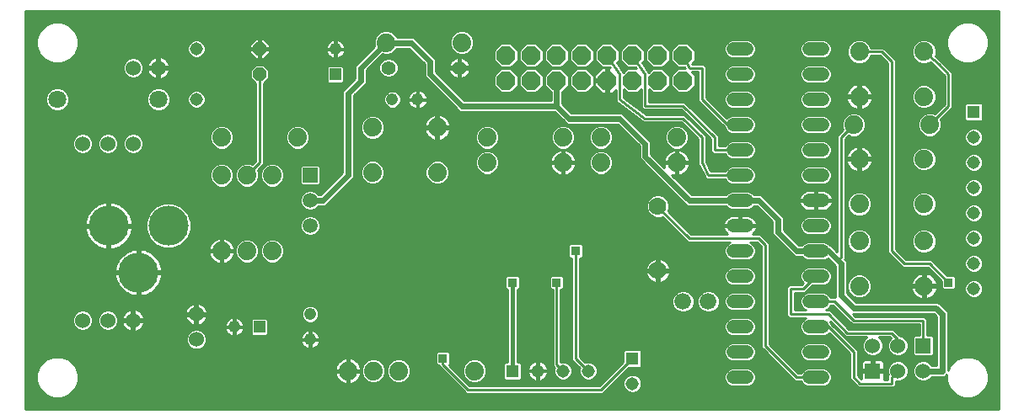
<source format=gbl>
G75*
G70*
%OFA0B0*%
%FSLAX24Y24*%
%IPPOS*%
%LPD*%
%AMOC8*
5,1,8,0,0,1.08239X$1,22.5*
%
%ADD10R,0.0600X0.0600*%
%ADD11C,0.0600*%
%ADD12C,0.0520*%
%ADD13C,0.0740*%
%ADD14C,0.0476*%
%ADD15R,0.0476X0.0476*%
%ADD16OC8,0.0520*%
%ADD17R,0.0594X0.0594*%
%ADD18C,0.0594*%
%ADD19C,0.0515*%
%ADD20C,0.1580*%
%ADD21C,0.0709*%
%ADD22OC8,0.0740*%
%ADD23C,0.0660*%
%ADD24R,0.0515X0.0515*%
%ADD25C,0.0554*%
%ADD26C,0.0700*%
%ADD27C,0.0100*%
%ADD28C,0.0240*%
%ADD29R,0.0356X0.0356*%
%ADD30C,0.0160*%
D10*
X034333Y001842D03*
X036333Y002842D03*
D11*
X035333Y002842D03*
X034333Y002842D03*
X035333Y001842D03*
X036333Y001842D03*
X007583Y003092D03*
X007583Y004092D03*
X005083Y003842D03*
X004083Y003842D03*
X003083Y003842D03*
X003083Y010842D03*
X004083Y010842D03*
X005083Y010842D03*
X005083Y013842D03*
X006083Y013842D03*
D12*
X028823Y013592D02*
X029343Y013592D01*
X029343Y014592D02*
X028823Y014592D01*
X031823Y014592D02*
X032343Y014592D01*
X032343Y013592D02*
X031823Y013592D01*
X031823Y012592D02*
X032343Y012592D01*
X032343Y011592D02*
X031823Y011592D01*
X031823Y010592D02*
X032343Y010592D01*
X032343Y009592D02*
X031823Y009592D01*
X031823Y008592D02*
X032343Y008592D01*
X032343Y007592D02*
X031823Y007592D01*
X031823Y006592D02*
X032343Y006592D01*
X032343Y005592D02*
X031823Y005592D01*
X031823Y004592D02*
X032343Y004592D01*
X032343Y003592D02*
X031823Y003592D01*
X031823Y002592D02*
X032343Y002592D01*
X032343Y001592D02*
X031823Y001592D01*
X029343Y001592D02*
X028823Y001592D01*
X028823Y002592D02*
X029343Y002592D01*
X029343Y003592D02*
X028823Y003592D01*
X028823Y004592D02*
X029343Y004592D01*
X029343Y005592D02*
X028823Y005592D01*
X028823Y006592D02*
X029343Y006592D01*
X029343Y007592D02*
X028823Y007592D01*
X028823Y008592D02*
X029343Y008592D01*
X029343Y009592D02*
X028823Y009592D01*
X028823Y010592D02*
X029343Y010592D01*
X029343Y011592D02*
X028823Y011592D01*
X028823Y012592D02*
X029343Y012592D01*
D13*
X026583Y011092D03*
X026583Y010092D03*
X023583Y010092D03*
X022083Y010092D03*
X022083Y011092D03*
X023583Y011092D03*
X019083Y011092D03*
X019083Y010092D03*
X017113Y009702D03*
X014553Y009702D03*
X011583Y011092D03*
X014553Y011482D03*
X017113Y011482D03*
X010583Y009592D03*
X009583Y009592D03*
X008583Y009592D03*
X008583Y011092D03*
X015083Y014842D03*
X018083Y014842D03*
X033583Y011592D03*
X033803Y012702D03*
X036363Y012702D03*
X036583Y011592D03*
X036363Y010232D03*
X033803Y010232D03*
X033803Y008452D03*
X036363Y008452D03*
X036363Y006982D03*
X033803Y006982D03*
X033803Y005202D03*
X036363Y005202D03*
X018583Y001842D03*
X015583Y001842D03*
X014583Y001842D03*
X013583Y001842D03*
X010583Y006592D03*
X009583Y006592D03*
X008583Y006592D03*
X033803Y014482D03*
X036363Y014482D03*
D14*
X016333Y012592D03*
X015333Y012592D03*
X013083Y014592D03*
X012083Y004092D03*
X012083Y003092D03*
X009083Y003592D03*
D15*
X010083Y003592D03*
X013083Y013592D03*
D16*
X010083Y013592D03*
X010083Y014592D03*
D17*
X012083Y009592D03*
D18*
X012083Y008592D03*
X012083Y007592D03*
D19*
X007583Y012592D03*
X007583Y014592D03*
X021083Y001842D03*
X022083Y001842D03*
X023083Y001842D03*
X024833Y001342D03*
X038333Y005092D03*
X038333Y006092D03*
X038333Y007092D03*
X038333Y008092D03*
X038333Y009092D03*
X038333Y010092D03*
X038333Y011092D03*
D20*
X006477Y007592D03*
X004115Y007592D03*
X005296Y005742D03*
D21*
X006083Y012592D03*
X002083Y012592D03*
D22*
X019833Y013342D03*
X020833Y013342D03*
X021833Y013342D03*
X022833Y013342D03*
X023833Y013342D03*
X024833Y013342D03*
X025833Y013342D03*
X026833Y013342D03*
X026833Y014342D03*
X025833Y014342D03*
X024833Y014342D03*
X023833Y014342D03*
X022833Y014342D03*
X021833Y014342D03*
X020833Y014342D03*
X019833Y014342D03*
D23*
X026833Y004592D03*
X027833Y004592D03*
D24*
X024833Y002342D03*
X020083Y001842D03*
X038333Y012092D03*
D25*
X017983Y013842D03*
X015183Y013842D03*
D26*
X025833Y008372D03*
X025833Y005813D03*
D27*
X039303Y000342D02*
X000833Y000342D01*
X000833Y016092D01*
X039303Y016092D01*
X039303Y000342D01*
X039303Y000388D02*
X000833Y000388D01*
X000833Y000486D02*
X039303Y000486D01*
X039303Y000585D02*
X000833Y000585D01*
X000833Y000683D02*
X039303Y000683D01*
X039303Y000782D02*
X038269Y000782D01*
X038246Y000772D02*
X038548Y000897D01*
X038778Y001128D01*
X038903Y001429D01*
X038903Y001755D01*
X038778Y002057D01*
X038548Y002287D01*
X038548Y002287D01*
X038246Y002412D01*
X037920Y002412D01*
X037619Y002287D01*
X037388Y002057D01*
X037388Y002057D01*
X037313Y001876D01*
X037313Y004187D01*
X037179Y004322D01*
X036929Y004572D01*
X033679Y004572D01*
X033313Y004937D01*
X033313Y006187D01*
X033234Y006267D01*
X033243Y006276D01*
X033243Y011026D01*
X033376Y011158D01*
X033488Y011112D01*
X033679Y011112D01*
X033855Y011185D01*
X033990Y011320D01*
X034063Y011497D01*
X034063Y011688D01*
X033990Y011864D01*
X033855Y011999D01*
X033679Y012072D01*
X033488Y012072D01*
X033311Y011999D01*
X033176Y011864D01*
X033103Y011688D01*
X033103Y011497D01*
X033150Y011385D01*
X033017Y011252D01*
X032923Y011158D01*
X032923Y006577D01*
X032679Y006822D01*
X032637Y006822D01*
X032553Y006906D01*
X032417Y006962D01*
X031750Y006962D01*
X031614Y006906D01*
X031530Y006822D01*
X031429Y006822D01*
X030813Y007437D01*
X030813Y007937D01*
X030679Y008072D01*
X029929Y008822D01*
X029637Y008822D01*
X029553Y008906D01*
X029417Y008962D01*
X028750Y008962D01*
X028614Y008906D01*
X028530Y008822D01*
X027179Y008822D01*
X026394Y009607D01*
X026462Y009585D01*
X026542Y009572D01*
X026545Y009572D01*
X026545Y010054D01*
X026063Y010054D01*
X026063Y010051D01*
X026076Y009970D01*
X026098Y009903D01*
X025563Y010437D01*
X025563Y010937D01*
X025429Y011072D01*
X024429Y012072D01*
X022429Y012072D01*
X022063Y012437D01*
X022063Y012893D01*
X022313Y013143D01*
X022313Y013541D01*
X022032Y013822D01*
X021635Y013822D01*
X021353Y013541D01*
X021353Y013143D01*
X021603Y012893D01*
X021603Y012572D01*
X018179Y012572D01*
X017063Y013687D01*
X017063Y014187D01*
X016929Y014322D01*
X016179Y015072D01*
X015508Y015072D01*
X015490Y015114D01*
X015355Y015249D01*
X015179Y015322D01*
X014988Y015322D01*
X014811Y015249D01*
X014676Y015114D01*
X014603Y014938D01*
X014603Y014747D01*
X014621Y014705D01*
X013853Y013937D01*
X013853Y013437D01*
X013353Y012937D01*
X013353Y009687D01*
X012488Y008822D01*
X012428Y008822D01*
X012428Y008823D01*
X012314Y008937D01*
X012164Y008999D01*
X012002Y008999D01*
X011853Y008937D01*
X011738Y008823D01*
X011676Y008673D01*
X011676Y008511D01*
X011738Y008362D01*
X011853Y008247D01*
X012002Y008185D01*
X012164Y008185D01*
X012314Y008247D01*
X012428Y008362D01*
X012428Y008362D01*
X012679Y008362D01*
X013679Y009362D01*
X013813Y009497D01*
X013813Y012747D01*
X014179Y013112D01*
X014313Y013247D01*
X014313Y013747D01*
X014946Y014379D01*
X014988Y014362D01*
X015179Y014362D01*
X015355Y014435D01*
X015490Y014570D01*
X015508Y014612D01*
X015988Y014612D01*
X016603Y013997D01*
X016603Y013497D01*
X017853Y012247D01*
X017988Y012112D01*
X021738Y012112D01*
X022103Y011747D01*
X022238Y011612D01*
X024238Y011612D01*
X025103Y010747D01*
X025103Y010247D01*
X026853Y008497D01*
X026988Y008362D01*
X028530Y008362D01*
X028614Y008278D01*
X028750Y008222D01*
X029417Y008222D01*
X029553Y008278D01*
X029637Y008362D01*
X029738Y008362D01*
X030353Y007747D01*
X030353Y007247D01*
X031103Y006497D01*
X031238Y006362D01*
X031530Y006362D01*
X031614Y006278D01*
X031750Y006222D01*
X032417Y006222D01*
X032553Y006278D01*
X032562Y006288D01*
X032728Y006122D01*
X032728Y006122D01*
X032853Y005997D01*
X032853Y004752D01*
X032678Y004752D01*
X032657Y004802D01*
X032553Y004906D01*
X032417Y004962D01*
X031750Y004962D01*
X031614Y004906D01*
X031510Y004802D01*
X031453Y004666D01*
X031453Y004519D01*
X031510Y004383D01*
X031614Y004278D01*
X031677Y004252D01*
X031243Y004252D01*
X031243Y004932D01*
X031650Y004932D01*
X031940Y005222D01*
X032417Y005222D01*
X032553Y005278D01*
X032657Y005383D01*
X032713Y005519D01*
X032713Y005666D01*
X032657Y005802D01*
X032553Y005906D01*
X032417Y005962D01*
X031750Y005962D01*
X031614Y005906D01*
X031510Y005802D01*
X031453Y005666D01*
X031453Y005519D01*
X031510Y005383D01*
X031579Y005314D01*
X031517Y005252D01*
X031017Y005252D01*
X030923Y005158D01*
X030923Y004026D01*
X031017Y003932D01*
X031677Y003932D01*
X031614Y003906D01*
X031510Y003802D01*
X031453Y003666D01*
X031453Y003519D01*
X031510Y003383D01*
X031614Y003278D01*
X031750Y003222D01*
X032417Y003222D01*
X032553Y003278D01*
X032612Y003337D01*
X033423Y002526D01*
X033423Y001526D01*
X033673Y001276D01*
X033767Y001182D01*
X035150Y001182D01*
X035243Y001276D01*
X035243Y001436D01*
X035252Y001432D01*
X035415Y001432D01*
X035566Y001495D01*
X035681Y001610D01*
X035743Y001761D01*
X035743Y001924D01*
X035681Y002074D01*
X035566Y002190D01*
X035415Y002252D01*
X035252Y002252D01*
X035101Y002190D01*
X034986Y002074D01*
X034923Y001924D01*
X034923Y001761D01*
X034953Y001688D01*
X034923Y001658D01*
X034923Y001502D01*
X034778Y001502D01*
X034783Y001522D01*
X034783Y001792D01*
X034383Y001792D01*
X034383Y001892D01*
X034283Y001892D01*
X034283Y001792D01*
X033883Y001792D01*
X033883Y001522D01*
X033885Y001517D01*
X033743Y001658D01*
X033743Y002658D01*
X033650Y002752D01*
X033927Y002752D01*
X033923Y002761D02*
X033986Y002610D01*
X034101Y002495D01*
X034252Y002432D01*
X034415Y002432D01*
X034566Y002495D01*
X034681Y002610D01*
X034743Y002761D01*
X034743Y002924D01*
X034681Y003074D01*
X034573Y003182D01*
X035017Y003182D01*
X035055Y003144D01*
X034986Y003074D01*
X034923Y002924D01*
X034923Y002761D01*
X034986Y002610D01*
X035101Y002495D01*
X035252Y002432D01*
X035415Y002432D01*
X035566Y002495D01*
X035681Y002610D01*
X035743Y002761D01*
X035743Y002924D01*
X035681Y003074D01*
X035566Y003190D01*
X035415Y003252D01*
X035400Y003252D01*
X035243Y003408D01*
X035243Y003408D01*
X035150Y003502D01*
X033400Y003502D01*
X032743Y004158D01*
X032650Y004252D01*
X032489Y004252D01*
X032553Y004278D01*
X032657Y004383D01*
X032678Y004432D01*
X032767Y004432D01*
X033517Y003682D01*
X036173Y003682D01*
X036173Y003252D01*
X035988Y003252D01*
X035923Y003188D01*
X035923Y002497D01*
X035988Y002432D01*
X036679Y002432D01*
X036743Y002497D01*
X036743Y003188D01*
X036679Y003252D01*
X036493Y003252D01*
X036493Y003908D01*
X036400Y004002D01*
X033650Y004002D01*
X033540Y004112D01*
X036738Y004112D01*
X036853Y003997D01*
X036853Y002072D01*
X036682Y002072D01*
X036681Y002074D01*
X036566Y002190D01*
X036415Y002252D01*
X036252Y002252D01*
X036101Y002190D01*
X035986Y002074D01*
X035923Y001924D01*
X035923Y001761D01*
X035986Y001610D01*
X036101Y001495D01*
X036252Y001432D01*
X036415Y001432D01*
X036566Y001495D01*
X036681Y001610D01*
X036682Y001612D01*
X037179Y001612D01*
X037263Y001697D01*
X037263Y001429D01*
X037388Y001128D01*
X037388Y001128D01*
X037619Y000897D01*
X037920Y000772D01*
X038246Y000772D01*
X038507Y000880D02*
X039303Y000880D01*
X039303Y000979D02*
X038629Y000979D01*
X038548Y000897D02*
X038548Y000897D01*
X038728Y001077D02*
X039303Y001077D01*
X039303Y001176D02*
X038798Y001176D01*
X038778Y001128D02*
X038778Y001128D01*
X038839Y001274D02*
X039303Y001274D01*
X039303Y001373D02*
X038880Y001373D01*
X038903Y001471D02*
X039303Y001471D01*
X039303Y001570D02*
X038903Y001570D01*
X038903Y001668D02*
X039303Y001668D01*
X039303Y001767D02*
X038899Y001767D01*
X038858Y001865D02*
X039303Y001865D01*
X039303Y001964D02*
X038817Y001964D01*
X038778Y002057D02*
X038778Y002057D01*
X038773Y002062D02*
X039303Y002062D01*
X039303Y002161D02*
X038674Y002161D01*
X038576Y002259D02*
X039303Y002259D01*
X039303Y002358D02*
X038378Y002358D01*
X037789Y002358D02*
X037313Y002358D01*
X037313Y002456D02*
X039303Y002456D01*
X039303Y002555D02*
X037313Y002555D01*
X037313Y002653D02*
X039303Y002653D01*
X039303Y002752D02*
X037313Y002752D01*
X037313Y002850D02*
X039303Y002850D01*
X039303Y002949D02*
X037313Y002949D01*
X037313Y003047D02*
X039303Y003047D01*
X039303Y003146D02*
X037313Y003146D01*
X037313Y003244D02*
X039303Y003244D01*
X039303Y003343D02*
X037313Y003343D01*
X037313Y003441D02*
X039303Y003441D01*
X039303Y003540D02*
X037313Y003540D01*
X037313Y003638D02*
X039303Y003638D01*
X039303Y003737D02*
X037313Y003737D01*
X037313Y003835D02*
X039303Y003835D01*
X039303Y003934D02*
X037313Y003934D01*
X037313Y004032D02*
X039303Y004032D01*
X039303Y004131D02*
X037313Y004131D01*
X037272Y004229D02*
X039303Y004229D01*
X039303Y004328D02*
X037173Y004328D01*
X037075Y004426D02*
X039303Y004426D01*
X039303Y004525D02*
X036976Y004525D01*
X036702Y004805D02*
X036636Y004757D01*
X036563Y004720D01*
X036485Y004695D01*
X036413Y004684D01*
X036413Y005152D01*
X036313Y005152D01*
X035845Y005152D01*
X035856Y005080D01*
X035881Y005003D01*
X035919Y004930D01*
X035967Y004863D01*
X036025Y004805D01*
X036091Y004757D01*
X036164Y004720D01*
X036242Y004695D01*
X036313Y004684D01*
X036313Y005152D01*
X036313Y005252D01*
X035845Y005252D01*
X035856Y005324D01*
X035881Y005402D01*
X035919Y005475D01*
X035967Y005541D01*
X036025Y005599D01*
X036091Y005647D01*
X036164Y005684D01*
X036242Y005709D01*
X036313Y005721D01*
X036313Y005252D01*
X036413Y005252D01*
X036413Y005721D01*
X036485Y005709D01*
X036563Y005684D01*
X036636Y005647D01*
X036702Y005599D01*
X036760Y005541D01*
X036808Y005475D01*
X036845Y005402D01*
X036871Y005324D01*
X036882Y005252D01*
X036413Y005252D01*
X036413Y005152D01*
X036882Y005152D01*
X036871Y005080D01*
X036845Y005003D01*
X036808Y004930D01*
X036760Y004863D01*
X036702Y004805D01*
X036717Y004820D02*
X038086Y004820D01*
X038125Y004781D02*
X038260Y004725D01*
X038406Y004725D01*
X038541Y004781D01*
X038645Y004884D01*
X038701Y005019D01*
X038701Y005165D01*
X038645Y005300D01*
X038541Y005404D01*
X038406Y005460D01*
X038260Y005460D01*
X038125Y005404D01*
X038022Y005300D01*
X037966Y005165D01*
X037966Y005019D01*
X038022Y004884D01*
X038125Y004781D01*
X038007Y004919D02*
X036800Y004919D01*
X036850Y005017D02*
X037967Y005017D01*
X037966Y005116D02*
X037619Y005116D01*
X037621Y005118D02*
X037557Y005054D01*
X037110Y005054D01*
X037045Y005118D01*
X037045Y005404D01*
X036517Y005932D01*
X035517Y005932D01*
X035423Y006026D01*
X034923Y006526D01*
X034923Y014026D01*
X034627Y014322D01*
X034257Y014322D01*
X034210Y014210D01*
X034075Y014075D01*
X033899Y014002D01*
X033708Y014002D01*
X033531Y014075D01*
X033396Y014210D01*
X033323Y014387D01*
X033323Y014578D01*
X033396Y014754D01*
X033531Y014889D01*
X033708Y014962D01*
X033899Y014962D01*
X034075Y014889D01*
X034210Y014754D01*
X034257Y014642D01*
X034760Y014642D01*
X035150Y014252D01*
X035243Y014158D01*
X035243Y006658D01*
X035650Y006252D01*
X036650Y006252D01*
X037271Y005630D01*
X037557Y005630D01*
X037621Y005566D01*
X037621Y005118D01*
X037621Y005214D02*
X037986Y005214D01*
X038034Y005313D02*
X037621Y005313D01*
X037621Y005411D02*
X038143Y005411D01*
X038523Y005411D02*
X039303Y005411D01*
X039303Y005313D02*
X038633Y005313D01*
X038681Y005214D02*
X039303Y005214D01*
X039303Y005116D02*
X038701Y005116D01*
X038700Y005017D02*
X039303Y005017D01*
X039303Y004919D02*
X038659Y004919D01*
X038581Y004820D02*
X039303Y004820D01*
X039303Y004722D02*
X036566Y004722D01*
X036413Y004722D02*
X036313Y004722D01*
X036313Y004820D02*
X036413Y004820D01*
X036413Y004919D02*
X036313Y004919D01*
X036313Y005017D02*
X036413Y005017D01*
X036413Y005116D02*
X036313Y005116D01*
X036313Y005214D02*
X034283Y005214D01*
X034283Y005298D02*
X034283Y005107D01*
X034210Y004930D01*
X034075Y004795D01*
X033899Y004722D01*
X033708Y004722D01*
X033531Y004795D01*
X033396Y004930D01*
X033323Y005107D01*
X033323Y005298D01*
X033396Y005474D01*
X033531Y005609D01*
X033708Y005682D01*
X033899Y005682D01*
X034075Y005609D01*
X034210Y005474D01*
X034283Y005298D01*
X034277Y005313D02*
X035854Y005313D01*
X035886Y005411D02*
X034236Y005411D01*
X034175Y005510D02*
X035944Y005510D01*
X036037Y005608D02*
X034076Y005608D01*
X033531Y005608D02*
X033313Y005608D01*
X033313Y005510D02*
X033432Y005510D01*
X033370Y005411D02*
X033313Y005411D01*
X033313Y005313D02*
X033330Y005313D01*
X033323Y005214D02*
X033313Y005214D01*
X033313Y005116D02*
X033323Y005116D01*
X033313Y005017D02*
X033360Y005017D01*
X033332Y004919D02*
X033408Y004919D01*
X033431Y004820D02*
X033506Y004820D01*
X033529Y004722D02*
X036161Y004722D01*
X036010Y004820D02*
X034100Y004820D01*
X034199Y004919D02*
X035927Y004919D01*
X035877Y005017D02*
X034246Y005017D01*
X034283Y005116D02*
X035851Y005116D01*
X036413Y005214D02*
X037045Y005214D01*
X037048Y005116D02*
X036876Y005116D01*
X036872Y005313D02*
X037045Y005313D01*
X037038Y005411D02*
X036840Y005411D01*
X036783Y005510D02*
X036940Y005510D01*
X036841Y005608D02*
X036689Y005608D01*
X036743Y005707D02*
X036493Y005707D01*
X036413Y005707D02*
X036313Y005707D01*
X036233Y005707D02*
X033313Y005707D01*
X033313Y005805D02*
X036644Y005805D01*
X036546Y005904D02*
X033313Y005904D01*
X033313Y006002D02*
X035447Y006002D01*
X035349Y006101D02*
X033313Y006101D01*
X033302Y006199D02*
X035250Y006199D01*
X035152Y006298D02*
X033243Y006298D01*
X033243Y006396D02*
X035053Y006396D01*
X034955Y006495D02*
X033243Y006495D01*
X033243Y006593D02*
X033513Y006593D01*
X033531Y006575D02*
X033708Y006502D01*
X033899Y006502D01*
X034075Y006575D01*
X034210Y006710D01*
X034283Y006887D01*
X034283Y007078D01*
X034210Y007254D01*
X034075Y007389D01*
X033899Y007462D01*
X033708Y007462D01*
X033531Y007389D01*
X033396Y007254D01*
X033323Y007078D01*
X033323Y006887D01*
X033396Y006710D01*
X033531Y006575D01*
X033415Y006692D02*
X033243Y006692D01*
X033243Y006790D02*
X033363Y006790D01*
X033323Y006889D02*
X033243Y006889D01*
X033243Y006987D02*
X033323Y006987D01*
X033327Y007086D02*
X033243Y007086D01*
X033243Y007184D02*
X033367Y007184D01*
X033425Y007283D02*
X033243Y007283D01*
X033243Y007381D02*
X033524Y007381D01*
X033243Y007480D02*
X034923Y007480D01*
X034923Y007578D02*
X033243Y007578D01*
X033243Y007677D02*
X034923Y007677D01*
X034923Y007775D02*
X033243Y007775D01*
X033243Y007874D02*
X034923Y007874D01*
X034923Y007972D02*
X033899Y007972D01*
X034075Y008045D01*
X034210Y008180D01*
X034283Y008357D01*
X034283Y008548D01*
X034210Y008724D01*
X034075Y008859D01*
X033899Y008932D01*
X033708Y008932D01*
X033531Y008859D01*
X033243Y008859D01*
X033243Y008957D02*
X034923Y008957D01*
X034923Y008859D02*
X034076Y008859D01*
X034174Y008760D02*
X034923Y008760D01*
X034923Y008662D02*
X034236Y008662D01*
X034277Y008563D02*
X034923Y008563D01*
X034923Y008465D02*
X034283Y008465D01*
X034283Y008366D02*
X034923Y008366D01*
X034923Y008268D02*
X034246Y008268D01*
X034199Y008169D02*
X034923Y008169D01*
X034923Y008071D02*
X034101Y008071D01*
X033899Y007972D02*
X033708Y007972D01*
X033531Y008045D01*
X033396Y008180D01*
X033323Y008357D01*
X033323Y008548D01*
X033396Y008724D01*
X033531Y008859D01*
X033433Y008760D02*
X033243Y008760D01*
X033243Y008662D02*
X033371Y008662D01*
X033330Y008563D02*
X033243Y008563D01*
X033243Y008465D02*
X033323Y008465D01*
X033323Y008366D02*
X033243Y008366D01*
X033243Y008268D02*
X033360Y008268D01*
X033407Y008169D02*
X033243Y008169D01*
X033243Y008071D02*
X033506Y008071D01*
X033708Y007972D02*
X033243Y007972D01*
X032923Y007972D02*
X030779Y007972D01*
X030813Y007874D02*
X031582Y007874D01*
X031614Y007906D02*
X031510Y007802D01*
X031453Y007666D01*
X031453Y007519D01*
X031510Y007383D01*
X031614Y007278D01*
X031750Y007222D01*
X032417Y007222D01*
X032553Y007278D01*
X032657Y007383D01*
X032713Y007519D01*
X032713Y007666D01*
X032657Y007802D01*
X032553Y007906D01*
X032417Y007962D01*
X031750Y007962D01*
X031614Y007906D01*
X031499Y007775D02*
X030813Y007775D01*
X030813Y007677D02*
X031458Y007677D01*
X031453Y007578D02*
X030813Y007578D01*
X030813Y007480D02*
X031469Y007480D01*
X031511Y007381D02*
X030870Y007381D01*
X030968Y007283D02*
X031610Y007283D01*
X031165Y007086D02*
X032923Y007086D01*
X032923Y007184D02*
X031067Y007184D01*
X031264Y006987D02*
X032923Y006987D01*
X032923Y006889D02*
X032570Y006889D01*
X032711Y006790D02*
X032923Y006790D01*
X032923Y006692D02*
X032809Y006692D01*
X032908Y006593D02*
X032923Y006593D01*
X033083Y006342D02*
X032958Y006217D01*
X033083Y006342D02*
X033083Y011092D01*
X033583Y011592D01*
X033135Y011420D02*
X032672Y011420D01*
X032657Y011383D02*
X032713Y011519D01*
X032713Y011666D01*
X032657Y011802D01*
X032553Y011906D01*
X032417Y011962D01*
X031750Y011962D01*
X031614Y011906D01*
X031510Y011802D01*
X031453Y011666D01*
X031453Y011519D01*
X031510Y011383D01*
X031614Y011278D01*
X031750Y011222D01*
X032417Y011222D01*
X032553Y011278D01*
X032657Y011383D01*
X032596Y011321D02*
X033086Y011321D01*
X032988Y011223D02*
X032418Y011223D01*
X032417Y010962D02*
X032553Y010906D01*
X032657Y010802D01*
X032713Y010666D01*
X032713Y010519D01*
X032657Y010383D01*
X032553Y010278D01*
X032417Y010222D01*
X031750Y010222D01*
X031614Y010278D01*
X031510Y010383D01*
X031453Y010519D01*
X031453Y010666D01*
X031510Y010802D01*
X031614Y010906D01*
X031750Y010962D01*
X032417Y010962D01*
X032501Y010927D02*
X032923Y010927D01*
X032923Y010829D02*
X032630Y010829D01*
X032687Y010730D02*
X032923Y010730D01*
X032923Y010632D02*
X032713Y010632D01*
X032713Y010533D02*
X032923Y010533D01*
X032923Y010435D02*
X032679Y010435D01*
X032611Y010336D02*
X032923Y010336D01*
X032923Y010238D02*
X032454Y010238D01*
X032923Y010139D02*
X027743Y010139D01*
X027743Y010130D02*
X027743Y011158D01*
X026993Y011908D01*
X026900Y012002D01*
X025387Y012002D01*
X024493Y012672D01*
X024493Y013003D01*
X024635Y012862D01*
X025032Y012862D01*
X025173Y013003D01*
X025173Y012276D01*
X025267Y012182D01*
X026767Y012182D01*
X027923Y011026D01*
X027923Y010526D01*
X028017Y010432D01*
X028489Y010432D01*
X028510Y010383D01*
X028614Y010278D01*
X028750Y010222D01*
X029417Y010222D01*
X029553Y010278D01*
X029657Y010383D01*
X029713Y010519D01*
X029713Y010666D01*
X029657Y010802D01*
X029553Y010906D01*
X029417Y010962D01*
X028750Y010962D01*
X028614Y010906D01*
X028510Y010802D01*
X028489Y010752D01*
X028243Y010752D01*
X028243Y011158D01*
X026993Y012408D01*
X026900Y012502D01*
X025493Y012502D01*
X025493Y013003D01*
X025635Y012862D01*
X026032Y012862D01*
X026313Y013143D01*
X026313Y013541D01*
X026032Y013822D01*
X025635Y013822D01*
X025482Y013670D01*
X025458Y013694D01*
X025220Y014050D01*
X025313Y014143D01*
X025313Y014541D01*
X025032Y014822D01*
X024635Y014822D01*
X024353Y014541D01*
X024353Y014143D01*
X024635Y013862D01*
X024961Y013862D01*
X024988Y013822D01*
X024635Y013822D01*
X024482Y013670D01*
X024458Y013694D01*
X024220Y014050D01*
X024313Y014143D01*
X024313Y014541D01*
X024032Y014822D01*
X023635Y014822D01*
X023353Y014541D01*
X023353Y014143D01*
X023635Y013862D01*
X023961Y013862D01*
X023883Y013862D01*
X023883Y013392D01*
X023783Y013392D01*
X023783Y013292D01*
X023313Y013292D01*
X023313Y013127D01*
X023618Y012822D01*
X023783Y012822D01*
X023783Y013292D01*
X023883Y013292D01*
X023883Y012822D01*
X024049Y012822D01*
X024173Y012947D01*
X024173Y012645D01*
X024166Y012635D01*
X024173Y012581D01*
X024173Y012526D01*
X024182Y012517D01*
X024184Y012504D01*
X024228Y012471D01*
X024267Y012432D01*
X024280Y012432D01*
X025228Y011721D01*
X025267Y011682D01*
X025280Y011682D01*
X025290Y011674D01*
X025345Y011682D01*
X026767Y011682D01*
X027423Y011026D01*
X027423Y010118D01*
X027411Y010080D01*
X027423Y010054D01*
X027423Y010026D01*
X027452Y009997D01*
X027673Y009554D01*
X027673Y009526D01*
X027702Y009497D01*
X027720Y009461D01*
X027747Y009452D01*
X027767Y009432D01*
X027807Y009432D01*
X027846Y009419D01*
X027871Y009432D01*
X028489Y009432D01*
X028510Y009383D01*
X028614Y009278D01*
X028750Y009222D01*
X029417Y009222D01*
X029553Y009278D01*
X029657Y009383D01*
X029713Y009519D01*
X029713Y009666D01*
X029657Y009802D01*
X029553Y009906D01*
X029417Y009962D01*
X028750Y009962D01*
X028614Y009906D01*
X028510Y009802D01*
X028489Y009752D01*
X027932Y009752D01*
X027743Y010130D01*
X027788Y010041D02*
X032923Y010041D01*
X032923Y009942D02*
X032465Y009942D01*
X032417Y009962D02*
X032553Y009906D01*
X032657Y009802D01*
X032713Y009666D01*
X032713Y009519D01*
X032657Y009383D01*
X032553Y009278D01*
X032417Y009222D01*
X031750Y009222D01*
X031614Y009278D01*
X031510Y009383D01*
X031453Y009519D01*
X031453Y009666D01*
X031510Y009802D01*
X031614Y009906D01*
X031750Y009962D01*
X032417Y009962D01*
X032615Y009844D02*
X032923Y009844D01*
X032923Y009745D02*
X032680Y009745D01*
X032713Y009647D02*
X032923Y009647D01*
X032923Y009548D02*
X032713Y009548D01*
X032685Y009450D02*
X032923Y009450D01*
X032923Y009351D02*
X032626Y009351D01*
X032491Y009253D02*
X032923Y009253D01*
X032923Y009154D02*
X026847Y009154D01*
X026945Y009056D02*
X032923Y009056D01*
X032923Y008957D02*
X032530Y008957D01*
X032558Y008943D02*
X032501Y008972D01*
X032439Y008992D01*
X032376Y009002D01*
X032113Y009002D01*
X032113Y008622D01*
X032053Y008622D01*
X032053Y008562D01*
X031413Y008562D01*
X031413Y008560D01*
X031423Y008496D01*
X031443Y008435D01*
X031473Y008377D01*
X031511Y008325D01*
X031556Y008279D01*
X031608Y008241D01*
X031666Y008212D01*
X031727Y008192D01*
X031791Y008182D01*
X032053Y008182D01*
X032053Y008562D01*
X032113Y008562D01*
X032113Y008182D01*
X032376Y008182D01*
X032439Y008192D01*
X032501Y008212D01*
X032558Y008241D01*
X032610Y008279D01*
X032656Y008325D01*
X032694Y008377D01*
X032723Y008435D01*
X032743Y008496D01*
X032753Y008560D01*
X032753Y008562D01*
X032113Y008562D01*
X032113Y008622D01*
X032753Y008622D01*
X032753Y008624D01*
X032743Y008688D01*
X032723Y008750D01*
X032694Y008807D01*
X032656Y008859D01*
X032610Y008905D01*
X032558Y008943D01*
X032656Y008859D02*
X032923Y008859D01*
X032923Y008760D02*
X032718Y008760D01*
X032747Y008662D02*
X032923Y008662D01*
X032923Y008563D02*
X032113Y008563D01*
X032053Y008563D02*
X030188Y008563D01*
X030286Y008465D02*
X031434Y008465D01*
X031481Y008366D02*
X030385Y008366D01*
X030483Y008268D02*
X031572Y008268D01*
X032053Y008268D02*
X032113Y008268D01*
X032113Y008366D02*
X032053Y008366D01*
X032053Y008465D02*
X032113Y008465D01*
X032053Y008622D02*
X031413Y008622D01*
X031413Y008624D01*
X031423Y008688D01*
X031443Y008750D01*
X031473Y008807D01*
X031511Y008859D01*
X031556Y008905D01*
X031608Y008943D01*
X031666Y008972D01*
X031727Y008992D01*
X031791Y009002D01*
X032053Y009002D01*
X032053Y008622D01*
X032053Y008662D02*
X032113Y008662D01*
X032113Y008760D02*
X032053Y008760D01*
X032053Y008859D02*
X032113Y008859D01*
X032113Y008957D02*
X032053Y008957D01*
X031637Y008957D02*
X029429Y008957D01*
X029600Y008859D02*
X031510Y008859D01*
X031449Y008760D02*
X029991Y008760D01*
X030089Y008662D02*
X031419Y008662D01*
X031676Y009253D02*
X029491Y009253D01*
X029626Y009351D02*
X031541Y009351D01*
X031482Y009450D02*
X029685Y009450D01*
X029713Y009548D02*
X031453Y009548D01*
X031453Y009647D02*
X029713Y009647D01*
X029680Y009745D02*
X031486Y009745D01*
X031552Y009844D02*
X029615Y009844D01*
X029465Y009942D02*
X031702Y009942D01*
X031712Y010238D02*
X029454Y010238D01*
X029611Y010336D02*
X031556Y010336D01*
X031488Y010435D02*
X029679Y010435D01*
X029713Y010533D02*
X031453Y010533D01*
X031453Y010632D02*
X029713Y010632D01*
X029687Y010730D02*
X031480Y010730D01*
X031537Y010829D02*
X029630Y010829D01*
X029501Y010927D02*
X031665Y010927D01*
X031748Y011223D02*
X029418Y011223D01*
X029417Y011222D02*
X029553Y011278D01*
X029657Y011383D01*
X029713Y011519D01*
X029713Y011666D01*
X029657Y011802D01*
X029553Y011906D01*
X029417Y011962D01*
X028750Y011962D01*
X028614Y011906D01*
X028555Y011847D01*
X027743Y012658D01*
X027743Y013908D01*
X027650Y014002D01*
X027182Y014002D01*
X027179Y014009D01*
X027313Y014143D01*
X027313Y014541D01*
X027032Y014822D01*
X026635Y014822D01*
X026353Y014541D01*
X026353Y014143D01*
X026635Y013862D01*
X026894Y013862D01*
X026914Y013822D01*
X026635Y013822D01*
X026353Y013541D01*
X026353Y013143D01*
X026635Y012862D01*
X027032Y012862D01*
X027313Y013143D01*
X027313Y013541D01*
X027172Y013682D01*
X027423Y013682D01*
X027423Y012526D01*
X027517Y012432D01*
X028469Y011480D01*
X028510Y011383D01*
X028614Y011278D01*
X028750Y011222D01*
X029417Y011222D01*
X029596Y011321D02*
X031571Y011321D01*
X031494Y011420D02*
X029672Y011420D01*
X029713Y011518D02*
X031453Y011518D01*
X031453Y011617D02*
X029713Y011617D01*
X029693Y011715D02*
X031474Y011715D01*
X031522Y011814D02*
X029645Y011814D01*
X029538Y011912D02*
X031629Y011912D01*
X031750Y012222D02*
X032417Y012222D01*
X032553Y012278D01*
X032657Y012383D01*
X032713Y012519D01*
X032713Y012666D01*
X032657Y012802D01*
X032553Y012906D01*
X032417Y012962D01*
X031750Y012962D01*
X031614Y012906D01*
X031510Y012802D01*
X031453Y012666D01*
X031453Y012519D01*
X031510Y012383D01*
X031614Y012278D01*
X031750Y012222D01*
X031586Y012306D02*
X029581Y012306D01*
X029553Y012278D02*
X029657Y012383D01*
X029713Y012519D01*
X029713Y012666D01*
X029657Y012802D01*
X029553Y012906D01*
X029417Y012962D01*
X028750Y012962D01*
X028614Y012906D01*
X028510Y012802D01*
X028453Y012666D01*
X028453Y012519D01*
X028510Y012383D01*
X028614Y012278D01*
X028750Y012222D01*
X029417Y012222D01*
X029553Y012278D01*
X029666Y012405D02*
X031500Y012405D01*
X031460Y012503D02*
X029707Y012503D01*
X029713Y012602D02*
X031453Y012602D01*
X031468Y012700D02*
X029699Y012700D01*
X029658Y012799D02*
X031508Y012799D01*
X031605Y012897D02*
X029562Y012897D01*
X029417Y013222D02*
X029553Y013278D01*
X029657Y013383D01*
X029713Y013519D01*
X029713Y013666D01*
X029657Y013802D01*
X029553Y013906D01*
X029417Y013962D01*
X028750Y013962D01*
X028614Y013906D01*
X028510Y013802D01*
X028453Y013666D01*
X028453Y013519D01*
X028510Y013383D01*
X028614Y013278D01*
X028750Y013222D01*
X029417Y013222D01*
X029566Y013291D02*
X031601Y013291D01*
X031614Y013278D02*
X031750Y013222D01*
X032417Y013222D01*
X032553Y013278D01*
X032657Y013383D01*
X032713Y013519D01*
X032713Y013666D01*
X032657Y013802D01*
X032553Y013906D01*
X032417Y013962D01*
X031750Y013962D01*
X031614Y013906D01*
X031510Y013802D01*
X031453Y013666D01*
X031453Y013519D01*
X031510Y013383D01*
X031614Y013278D01*
X031507Y013390D02*
X029660Y013390D01*
X029701Y013488D02*
X031466Y013488D01*
X031453Y013587D02*
X029713Y013587D01*
X029705Y013685D02*
X031461Y013685D01*
X031502Y013784D02*
X029664Y013784D01*
X029577Y013882D02*
X031590Y013882D01*
X031750Y014222D02*
X032417Y014222D01*
X032553Y014278D01*
X032657Y014383D01*
X032713Y014519D01*
X032713Y014666D01*
X032657Y014802D01*
X032553Y014906D01*
X032417Y014962D01*
X031750Y014962D01*
X031614Y014906D01*
X031510Y014802D01*
X031453Y014666D01*
X031453Y014519D01*
X031510Y014383D01*
X031614Y014278D01*
X031750Y014222D01*
X031619Y014276D02*
X029547Y014276D01*
X029553Y014278D02*
X029657Y014383D01*
X029713Y014519D01*
X029713Y014666D01*
X029657Y014802D01*
X029553Y014906D01*
X029417Y014962D01*
X028750Y014962D01*
X028614Y014906D01*
X028510Y014802D01*
X028453Y014666D01*
X028453Y014519D01*
X028510Y014383D01*
X028614Y014278D01*
X028750Y014222D01*
X029417Y014222D01*
X029553Y014278D01*
X029649Y014375D02*
X031518Y014375D01*
X031472Y014473D02*
X029695Y014473D01*
X029713Y014572D02*
X031453Y014572D01*
X031455Y014670D02*
X029711Y014670D01*
X029671Y014769D02*
X031496Y014769D01*
X031575Y014867D02*
X029592Y014867D01*
X028575Y014867D02*
X018563Y014867D01*
X018563Y014938D02*
X018490Y015114D01*
X018355Y015249D01*
X018179Y015322D01*
X017988Y015322D01*
X017811Y015249D01*
X017676Y015114D01*
X017603Y014938D01*
X017603Y014747D01*
X017676Y014570D01*
X017811Y014435D01*
X017988Y014362D01*
X018179Y014362D01*
X018355Y014435D01*
X018490Y014570D01*
X018563Y014747D01*
X018563Y014938D01*
X018552Y014966D02*
X037263Y014966D01*
X037263Y015005D02*
X037263Y014679D01*
X037388Y014378D01*
X037388Y014378D01*
X037619Y014147D01*
X037920Y014022D01*
X038046Y014022D01*
X038246Y014022D01*
X038548Y014147D01*
X038778Y014378D01*
X038903Y014679D01*
X038903Y015005D01*
X038778Y015307D01*
X038548Y015537D01*
X038548Y015537D01*
X038246Y015662D01*
X037920Y015662D01*
X037619Y015537D01*
X037388Y015307D01*
X037263Y015005D01*
X037288Y015064D02*
X018511Y015064D01*
X018442Y015163D02*
X037329Y015163D01*
X037369Y015261D02*
X018326Y015261D01*
X017841Y015261D02*
X015326Y015261D01*
X015442Y015163D02*
X017725Y015163D01*
X017656Y015064D02*
X016187Y015064D01*
X016285Y014966D02*
X017615Y014966D01*
X017603Y014867D02*
X016384Y014867D01*
X016482Y014769D02*
X017603Y014769D01*
X017635Y014670D02*
X016581Y014670D01*
X016679Y014572D02*
X017676Y014572D01*
X017773Y014473D02*
X016778Y014473D01*
X016876Y014375D02*
X017958Y014375D01*
X017945Y014269D02*
X017883Y014259D01*
X017819Y014238D01*
X017759Y014207D01*
X017705Y014168D01*
X017658Y014120D01*
X017618Y014066D01*
X017587Y014006D01*
X017567Y013942D01*
X017557Y013881D01*
X017945Y013881D01*
X017945Y014269D01*
X018022Y014269D02*
X018083Y014259D01*
X018147Y014238D01*
X018207Y014207D01*
X018262Y014168D01*
X018309Y014120D01*
X018349Y014066D01*
X018379Y014006D01*
X018400Y013942D01*
X018410Y013881D01*
X018022Y013881D01*
X017945Y013881D01*
X017945Y013804D01*
X017557Y013804D01*
X017567Y013742D01*
X017587Y013678D01*
X017618Y013618D01*
X017658Y013564D01*
X017705Y013516D01*
X017759Y013477D01*
X017819Y013446D01*
X017883Y013425D01*
X017945Y013416D01*
X017945Y013804D01*
X018022Y013804D01*
X018022Y013881D01*
X018022Y014269D01*
X018022Y014178D02*
X017945Y014178D01*
X017945Y014079D02*
X018022Y014079D01*
X018022Y013981D02*
X017945Y013981D01*
X017945Y013882D02*
X018022Y013882D01*
X018022Y013804D02*
X018410Y013804D01*
X018400Y013742D01*
X018379Y013678D01*
X018349Y013618D01*
X018309Y013564D01*
X018262Y013516D01*
X018207Y013477D01*
X018147Y013446D01*
X018083Y013425D01*
X018022Y013416D01*
X018022Y013804D01*
X018022Y013784D02*
X017945Y013784D01*
X017945Y013685D02*
X018022Y013685D01*
X018022Y013587D02*
X017945Y013587D01*
X017945Y013488D02*
X018022Y013488D01*
X018223Y013488D02*
X019353Y013488D01*
X019353Y013541D02*
X019353Y013143D01*
X019635Y012862D01*
X020032Y012862D01*
X020313Y013143D01*
X020313Y013541D01*
X020032Y013822D01*
X019635Y013822D01*
X019353Y013541D01*
X019399Y013587D02*
X018326Y013587D01*
X018381Y013685D02*
X019498Y013685D01*
X019596Y013784D02*
X018407Y013784D01*
X018409Y013882D02*
X019614Y013882D01*
X019635Y013862D02*
X020032Y013862D01*
X020313Y014143D01*
X020313Y014541D01*
X020032Y014822D01*
X019635Y014822D01*
X019353Y014541D01*
X019353Y014143D01*
X019635Y013862D01*
X019516Y013981D02*
X018387Y013981D01*
X018339Y014079D02*
X019417Y014079D01*
X019353Y014178D02*
X018248Y014178D01*
X018209Y014375D02*
X019353Y014375D01*
X019353Y014473D02*
X018393Y014473D01*
X018491Y014572D02*
X019384Y014572D01*
X019483Y014670D02*
X018532Y014670D01*
X018563Y014769D02*
X019581Y014769D01*
X020086Y014769D02*
X020581Y014769D01*
X020635Y014822D02*
X020353Y014541D01*
X020353Y014143D01*
X020635Y013862D01*
X021032Y013862D01*
X021313Y014143D01*
X021313Y014541D01*
X021032Y014822D01*
X020635Y014822D01*
X020483Y014670D02*
X020184Y014670D01*
X020283Y014572D02*
X020384Y014572D01*
X020353Y014473D02*
X020313Y014473D01*
X020313Y014375D02*
X020353Y014375D01*
X020353Y014276D02*
X020313Y014276D01*
X020313Y014178D02*
X020353Y014178D01*
X020417Y014079D02*
X020249Y014079D01*
X020151Y013981D02*
X020516Y013981D01*
X020614Y013882D02*
X020052Y013882D01*
X020071Y013784D02*
X020596Y013784D01*
X020635Y013822D02*
X020353Y013541D01*
X020353Y013143D01*
X020635Y012862D01*
X021032Y012862D01*
X021313Y013143D01*
X021313Y013541D01*
X021032Y013822D01*
X020635Y013822D01*
X020498Y013685D02*
X020169Y013685D01*
X020268Y013587D02*
X020399Y013587D01*
X020353Y013488D02*
X020313Y013488D01*
X020313Y013390D02*
X020353Y013390D01*
X020353Y013291D02*
X020313Y013291D01*
X020313Y013193D02*
X020353Y013193D01*
X020402Y013094D02*
X020264Y013094D01*
X020166Y012996D02*
X020501Y012996D01*
X020599Y012897D02*
X020067Y012897D01*
X019599Y012897D02*
X017854Y012897D01*
X017952Y012799D02*
X021603Y012799D01*
X021599Y012897D02*
X021067Y012897D01*
X021166Y012996D02*
X021501Y012996D01*
X021402Y013094D02*
X021264Y013094D01*
X021313Y013193D02*
X021353Y013193D01*
X021353Y013291D02*
X021313Y013291D01*
X021313Y013390D02*
X021353Y013390D01*
X021353Y013488D02*
X021313Y013488D01*
X021268Y013587D02*
X021399Y013587D01*
X021498Y013685D02*
X021169Y013685D01*
X021071Y013784D02*
X021596Y013784D01*
X021635Y013862D02*
X022032Y013862D01*
X022313Y014143D01*
X022313Y014541D01*
X022032Y014822D01*
X021635Y014822D01*
X021353Y014541D01*
X021353Y014143D01*
X021635Y013862D01*
X021614Y013882D02*
X021052Y013882D01*
X021151Y013981D02*
X021516Y013981D01*
X021417Y014079D02*
X021249Y014079D01*
X021313Y014178D02*
X021353Y014178D01*
X021353Y014276D02*
X021313Y014276D01*
X021313Y014375D02*
X021353Y014375D01*
X021353Y014473D02*
X021313Y014473D01*
X021283Y014572D02*
X021384Y014572D01*
X021483Y014670D02*
X021184Y014670D01*
X021086Y014769D02*
X021581Y014769D01*
X022086Y014769D02*
X022581Y014769D01*
X022635Y014822D02*
X022353Y014541D01*
X022353Y014143D01*
X022635Y013862D01*
X023032Y013862D01*
X023313Y014143D01*
X023313Y014541D01*
X023032Y014822D01*
X022635Y014822D01*
X022483Y014670D02*
X022184Y014670D01*
X022283Y014572D02*
X022384Y014572D01*
X022353Y014473D02*
X022313Y014473D01*
X022313Y014375D02*
X022353Y014375D01*
X022353Y014276D02*
X022313Y014276D01*
X022313Y014178D02*
X022353Y014178D01*
X022417Y014079D02*
X022249Y014079D01*
X022151Y013981D02*
X022516Y013981D01*
X022614Y013882D02*
X022052Y013882D01*
X022071Y013784D02*
X022596Y013784D01*
X022635Y013822D02*
X022353Y013541D01*
X022353Y013143D01*
X022635Y012862D01*
X023032Y012862D01*
X023313Y013143D01*
X023313Y013541D01*
X023032Y013822D01*
X022635Y013822D01*
X022498Y013685D02*
X022169Y013685D01*
X022268Y013587D02*
X022399Y013587D01*
X022353Y013488D02*
X022313Y013488D01*
X022313Y013390D02*
X022353Y013390D01*
X022353Y013291D02*
X022313Y013291D01*
X022313Y013193D02*
X022353Y013193D01*
X022402Y013094D02*
X022264Y013094D01*
X022166Y012996D02*
X022501Y012996D01*
X022599Y012897D02*
X022067Y012897D01*
X022063Y012799D02*
X024173Y012799D01*
X024173Y012897D02*
X024124Y012897D01*
X023883Y012897D02*
X023783Y012897D01*
X023783Y012996D02*
X023883Y012996D01*
X023883Y013094D02*
X023783Y013094D01*
X023783Y013193D02*
X023883Y013193D01*
X023883Y013291D02*
X023783Y013291D01*
X023783Y013390D02*
X023313Y013390D01*
X023313Y013392D02*
X023783Y013392D01*
X023783Y013862D01*
X023618Y013862D01*
X023313Y013558D01*
X023313Y013392D01*
X023313Y013488D02*
X023313Y013488D01*
X023342Y013587D02*
X023268Y013587D01*
X023169Y013685D02*
X023441Y013685D01*
X023539Y013784D02*
X023071Y013784D01*
X023052Y013882D02*
X023614Y013882D01*
X023516Y013981D02*
X023151Y013981D01*
X023249Y014079D02*
X023417Y014079D01*
X023353Y014178D02*
X023313Y014178D01*
X023313Y014276D02*
X023353Y014276D01*
X023353Y014375D02*
X023313Y014375D01*
X023313Y014473D02*
X023353Y014473D01*
X023384Y014572D02*
X023283Y014572D01*
X023184Y014670D02*
X023483Y014670D01*
X023581Y014769D02*
X023086Y014769D01*
X023833Y014342D02*
X024333Y013592D01*
X024333Y012592D01*
X025333Y011842D01*
X026833Y011842D01*
X027583Y011092D01*
X027583Y010092D01*
X027833Y009592D01*
X029083Y009592D01*
X028702Y009942D02*
X027837Y009942D01*
X027886Y009844D02*
X028552Y009844D01*
X027750Y009450D02*
X026551Y009450D01*
X026453Y009548D02*
X027673Y009548D01*
X027627Y009647D02*
X026854Y009647D01*
X026856Y009647D02*
X026922Y009695D01*
X026980Y009753D01*
X027028Y009820D01*
X027065Y009893D01*
X027091Y009970D01*
X027103Y010051D01*
X027103Y010054D01*
X026622Y010054D01*
X026622Y010131D01*
X026545Y010131D01*
X026545Y010612D01*
X026542Y010612D01*
X026462Y010599D01*
X026384Y010574D01*
X026311Y010537D01*
X026245Y010489D01*
X026187Y010431D01*
X026139Y010365D01*
X026101Y010292D01*
X026076Y010214D01*
X026063Y010133D01*
X026063Y010131D01*
X026545Y010131D01*
X026545Y010054D01*
X026622Y010054D01*
X026622Y009572D01*
X026624Y009572D01*
X026705Y009585D01*
X026783Y009610D01*
X026856Y009647D01*
X026972Y009745D02*
X027578Y009745D01*
X027529Y009844D02*
X027040Y009844D01*
X027081Y009942D02*
X027479Y009942D01*
X027423Y010041D02*
X027102Y010041D01*
X027103Y010131D02*
X026622Y010131D01*
X026622Y010612D01*
X026624Y010612D01*
X026705Y010599D01*
X026783Y010574D01*
X026856Y010537D01*
X026922Y010489D01*
X026980Y010431D01*
X027028Y010365D01*
X027065Y010292D01*
X027091Y010214D01*
X027103Y010133D01*
X027103Y010131D01*
X027102Y010139D02*
X027423Y010139D01*
X027423Y010238D02*
X027083Y010238D01*
X027043Y010336D02*
X027423Y010336D01*
X027423Y010435D02*
X026976Y010435D01*
X026861Y010533D02*
X027423Y010533D01*
X027423Y010632D02*
X026726Y010632D01*
X026679Y010612D02*
X026855Y010685D01*
X026990Y010820D01*
X027063Y010997D01*
X027063Y011188D01*
X026990Y011364D01*
X026855Y011499D01*
X026679Y011572D01*
X026488Y011572D01*
X026311Y011499D01*
X026176Y011364D01*
X026103Y011188D01*
X026103Y010997D01*
X026176Y010820D01*
X026311Y010685D01*
X026488Y010612D01*
X026679Y010612D01*
X026622Y010533D02*
X026545Y010533D01*
X026545Y010435D02*
X026622Y010435D01*
X026622Y010336D02*
X026545Y010336D01*
X026545Y010238D02*
X026622Y010238D01*
X026622Y010139D02*
X026545Y010139D01*
X026545Y010041D02*
X026622Y010041D01*
X026622Y009942D02*
X026545Y009942D01*
X026545Y009844D02*
X026622Y009844D01*
X026622Y009745D02*
X026545Y009745D01*
X026545Y009647D02*
X026622Y009647D01*
X026650Y009351D02*
X028541Y009351D01*
X028676Y009253D02*
X026748Y009253D01*
X026295Y009056D02*
X013372Y009056D01*
X013471Y009154D02*
X026196Y009154D01*
X026098Y009253D02*
X017282Y009253D01*
X017209Y009222D02*
X017385Y009295D01*
X017520Y009430D01*
X017593Y009607D01*
X017593Y009798D01*
X017520Y009974D01*
X017385Y010109D01*
X017209Y010182D01*
X017018Y010182D01*
X016841Y010109D01*
X016706Y009974D01*
X016633Y009798D01*
X016633Y009607D01*
X016706Y009430D01*
X016841Y009295D01*
X017018Y009222D01*
X017209Y009222D01*
X017441Y009351D02*
X025999Y009351D01*
X025901Y009450D02*
X017528Y009450D01*
X017569Y009548D02*
X025802Y009548D01*
X025704Y009647D02*
X023762Y009647D01*
X023679Y009612D02*
X023855Y009685D01*
X023990Y009820D01*
X024063Y009997D01*
X024063Y010188D01*
X023990Y010364D01*
X023855Y010499D01*
X023679Y010572D01*
X023488Y010572D01*
X023311Y010499D01*
X023176Y010364D01*
X023103Y010188D01*
X023103Y009997D01*
X023176Y009820D01*
X023311Y009685D01*
X023488Y009612D01*
X023679Y009612D01*
X023915Y009745D02*
X025605Y009745D01*
X025507Y009844D02*
X024000Y009844D01*
X024041Y009942D02*
X025408Y009942D01*
X025310Y010041D02*
X024063Y010041D01*
X024063Y010139D02*
X025211Y010139D01*
X025113Y010238D02*
X024043Y010238D01*
X024002Y010336D02*
X025103Y010336D01*
X025103Y010435D02*
X023920Y010435D01*
X023773Y010533D02*
X025103Y010533D01*
X025103Y010632D02*
X023726Y010632D01*
X023679Y010612D02*
X023855Y010685D01*
X023990Y010820D01*
X024063Y010997D01*
X024063Y011188D01*
X023990Y011364D01*
X023855Y011499D01*
X023679Y011572D01*
X023488Y011572D01*
X023311Y011499D01*
X023176Y011364D01*
X023103Y011188D01*
X023103Y010997D01*
X023176Y010820D01*
X023311Y010685D01*
X023488Y010612D01*
X023679Y010612D01*
X023441Y010632D02*
X022226Y010632D01*
X022205Y010599D02*
X022124Y010612D01*
X022122Y010612D01*
X022122Y010131D01*
X022045Y010131D01*
X022045Y010612D01*
X022042Y010612D01*
X021962Y010599D01*
X021884Y010574D01*
X021811Y010537D01*
X021745Y010489D01*
X021687Y010431D01*
X021639Y010365D01*
X021601Y010292D01*
X021576Y010214D01*
X021563Y010133D01*
X021563Y010131D01*
X022045Y010131D01*
X022045Y010054D01*
X021563Y010054D01*
X021563Y010051D01*
X021576Y009970D01*
X021601Y009893D01*
X021639Y009820D01*
X021687Y009753D01*
X021745Y009695D01*
X021811Y009647D01*
X021884Y009610D01*
X021962Y009585D01*
X022042Y009572D01*
X022045Y009572D01*
X022045Y010054D01*
X022122Y010054D01*
X022122Y010131D01*
X022603Y010131D01*
X022603Y010133D01*
X022591Y010214D01*
X022565Y010292D01*
X022528Y010365D01*
X022480Y010431D01*
X022422Y010489D01*
X022356Y010537D01*
X022283Y010574D01*
X022205Y010599D01*
X022179Y010612D02*
X022355Y010685D01*
X022490Y010820D01*
X022563Y010997D01*
X022563Y011188D01*
X022490Y011364D01*
X022355Y011499D01*
X022179Y011572D01*
X021988Y011572D01*
X021811Y011499D01*
X021676Y011364D01*
X021603Y011188D01*
X021603Y010997D01*
X021676Y010820D01*
X021811Y010685D01*
X021988Y010612D01*
X022179Y010612D01*
X022122Y010533D02*
X022045Y010533D01*
X022045Y010435D02*
X022122Y010435D01*
X022122Y010336D02*
X022045Y010336D01*
X022045Y010238D02*
X022122Y010238D01*
X022122Y010139D02*
X022045Y010139D01*
X022045Y010041D02*
X022122Y010041D01*
X022122Y010054D02*
X022122Y009572D01*
X022124Y009572D01*
X022205Y009585D01*
X022283Y009610D01*
X022356Y009647D01*
X022422Y009695D01*
X022480Y009753D01*
X022528Y009820D01*
X022565Y009893D01*
X022591Y009970D01*
X022603Y010051D01*
X022603Y010054D01*
X022122Y010054D01*
X022122Y009942D02*
X022045Y009942D01*
X022045Y009844D02*
X022122Y009844D01*
X022122Y009745D02*
X022045Y009745D01*
X022045Y009647D02*
X022122Y009647D01*
X022354Y009647D02*
X023405Y009647D01*
X023251Y009745D02*
X022472Y009745D01*
X022540Y009844D02*
X023167Y009844D01*
X023126Y009942D02*
X022581Y009942D01*
X022602Y010041D02*
X023103Y010041D01*
X023103Y010139D02*
X022602Y010139D01*
X022583Y010238D02*
X023124Y010238D01*
X023165Y010336D02*
X022543Y010336D01*
X022476Y010435D02*
X023247Y010435D01*
X023394Y010533D02*
X022361Y010533D01*
X022400Y010730D02*
X023266Y010730D01*
X023173Y010829D02*
X022494Y010829D01*
X022535Y010927D02*
X023132Y010927D01*
X023103Y011026D02*
X022563Y011026D01*
X022563Y011124D02*
X023103Y011124D01*
X023118Y011223D02*
X022549Y011223D01*
X022508Y011321D02*
X023159Y011321D01*
X023232Y011420D02*
X022435Y011420D01*
X022309Y011518D02*
X023358Y011518D01*
X023809Y011518D02*
X024332Y011518D01*
X024431Y011420D02*
X023935Y011420D01*
X024008Y011321D02*
X024529Y011321D01*
X024628Y011223D02*
X024049Y011223D01*
X024063Y011124D02*
X024726Y011124D01*
X024825Y011026D02*
X024063Y011026D01*
X024035Y010927D02*
X024923Y010927D01*
X025022Y010829D02*
X023994Y010829D01*
X023900Y010730D02*
X025103Y010730D01*
X025563Y010730D02*
X026266Y010730D01*
X026173Y010829D02*
X025563Y010829D01*
X025563Y010927D02*
X026132Y010927D01*
X026103Y011026D02*
X025475Y011026D01*
X025377Y011124D02*
X026103Y011124D01*
X026118Y011223D02*
X025278Y011223D01*
X025180Y011321D02*
X026159Y011321D01*
X026232Y011420D02*
X025081Y011420D01*
X024983Y011518D02*
X026358Y011518D01*
X026809Y011518D02*
X026931Y011518D01*
X026935Y011420D02*
X027030Y011420D01*
X027008Y011321D02*
X027128Y011321D01*
X027049Y011223D02*
X027227Y011223D01*
X027325Y011124D02*
X027063Y011124D01*
X027063Y011026D02*
X027423Y011026D01*
X027423Y010927D02*
X027035Y010927D01*
X026994Y010829D02*
X027423Y010829D01*
X027423Y010730D02*
X026900Y010730D01*
X026441Y010632D02*
X025563Y010632D01*
X025563Y010533D02*
X026306Y010533D01*
X026190Y010435D02*
X025566Y010435D01*
X025665Y010336D02*
X026124Y010336D01*
X026084Y010238D02*
X025763Y010238D01*
X025862Y010139D02*
X026064Y010139D01*
X026065Y010041D02*
X025960Y010041D01*
X026059Y009942D02*
X026085Y009942D01*
X027743Y010238D02*
X028712Y010238D01*
X028556Y010336D02*
X027743Y010336D01*
X027743Y010435D02*
X028015Y010435D01*
X027923Y010533D02*
X027743Y010533D01*
X027743Y010632D02*
X027923Y010632D01*
X027923Y010730D02*
X027743Y010730D01*
X027743Y010829D02*
X027923Y010829D01*
X027923Y010927D02*
X027743Y010927D01*
X027743Y011026D02*
X027923Y011026D01*
X027825Y011124D02*
X027743Y011124D01*
X027727Y011223D02*
X027679Y011223D01*
X027628Y011321D02*
X027581Y011321D01*
X027530Y011420D02*
X027482Y011420D01*
X027431Y011518D02*
X027384Y011518D01*
X027333Y011617D02*
X027285Y011617D01*
X027234Y011715D02*
X027187Y011715D01*
X027136Y011814D02*
X027088Y011814D01*
X027037Y011912D02*
X026990Y011912D01*
X026939Y012011D02*
X025375Y012011D01*
X025244Y012109D02*
X026840Y012109D01*
X026833Y012342D02*
X025333Y012342D01*
X025333Y013592D01*
X024833Y014342D01*
X024353Y014375D02*
X024313Y014375D01*
X024313Y014473D02*
X024353Y014473D01*
X024384Y014572D02*
X024283Y014572D01*
X024184Y014670D02*
X024483Y014670D01*
X024581Y014769D02*
X024086Y014769D01*
X024313Y014276D02*
X024353Y014276D01*
X024353Y014178D02*
X024313Y014178D01*
X024249Y014079D02*
X024417Y014079D01*
X024516Y013981D02*
X024267Y013981D01*
X024332Y013882D02*
X024614Y013882D01*
X024596Y013784D02*
X024398Y013784D01*
X024467Y013685D02*
X024498Y013685D01*
X023961Y013862D02*
X023961Y013862D01*
X023883Y013784D02*
X023783Y013784D01*
X023783Y013685D02*
X023883Y013685D01*
X023883Y013587D02*
X023783Y013587D01*
X023783Y013488D02*
X023883Y013488D01*
X023313Y013291D02*
X023313Y013291D01*
X023313Y013193D02*
X023313Y013193D01*
X023346Y013094D02*
X023264Y013094D01*
X023166Y012996D02*
X023444Y012996D01*
X023543Y012897D02*
X023067Y012897D01*
X022063Y012700D02*
X024173Y012700D01*
X024170Y012602D02*
X022063Y012602D01*
X022063Y012503D02*
X024185Y012503D01*
X024317Y012405D02*
X022096Y012405D01*
X022195Y012306D02*
X024448Y012306D01*
X024579Y012208D02*
X022293Y012208D01*
X022392Y012109D02*
X024711Y012109D01*
X024842Y012011D02*
X024490Y012011D01*
X024589Y011912D02*
X024973Y011912D01*
X025105Y011814D02*
X024687Y011814D01*
X024786Y011715D02*
X025234Y011715D01*
X024884Y011617D02*
X026833Y011617D01*
X027490Y011912D02*
X028037Y011912D01*
X028136Y011814D02*
X027588Y011814D01*
X027687Y011715D02*
X028234Y011715D01*
X028333Y011617D02*
X027785Y011617D01*
X027884Y011518D02*
X028431Y011518D01*
X028494Y011420D02*
X027982Y011420D01*
X028081Y011321D02*
X028571Y011321D01*
X028748Y011223D02*
X028179Y011223D01*
X028243Y011124D02*
X032923Y011124D01*
X032923Y011026D02*
X028243Y011026D01*
X028243Y010927D02*
X028665Y010927D01*
X028537Y010829D02*
X028243Y010829D01*
X028083Y010592D02*
X028083Y011092D01*
X026833Y012342D01*
X026997Y012405D02*
X027545Y012405D01*
X027643Y012306D02*
X027096Y012306D01*
X027194Y012208D02*
X027742Y012208D01*
X027840Y012109D02*
X027293Y012109D01*
X027391Y012011D02*
X027939Y012011D01*
X028194Y012208D02*
X033642Y012208D01*
X033604Y012220D02*
X033682Y012195D01*
X033753Y012184D01*
X033753Y012652D01*
X033285Y012652D01*
X033296Y012580D01*
X033321Y012503D01*
X032707Y012503D01*
X032713Y012602D02*
X033293Y012602D01*
X033321Y012503D02*
X033359Y012430D01*
X033407Y012363D01*
X033465Y012305D01*
X033531Y012257D01*
X033604Y012220D01*
X033753Y012208D02*
X033853Y012208D01*
X033853Y012184D02*
X033925Y012195D01*
X034003Y012220D01*
X034076Y012257D01*
X034142Y012305D01*
X034200Y012363D01*
X034248Y012430D01*
X034285Y012503D01*
X034923Y012503D01*
X034923Y012405D02*
X034230Y012405D01*
X034285Y012503D02*
X034311Y012580D01*
X034322Y012652D01*
X033853Y012652D01*
X033853Y012184D01*
X033964Y012208D02*
X034923Y012208D01*
X034923Y012306D02*
X034143Y012306D01*
X033853Y012306D02*
X033753Y012306D01*
X033753Y012405D02*
X033853Y012405D01*
X033853Y012503D02*
X033753Y012503D01*
X033753Y012602D02*
X033853Y012602D01*
X033853Y012652D02*
X033753Y012652D01*
X033753Y012752D01*
X033285Y012752D01*
X033296Y012824D01*
X033321Y012902D01*
X033359Y012975D01*
X033407Y013041D01*
X033465Y013099D01*
X033531Y013147D01*
X033604Y013184D01*
X033682Y013209D01*
X033753Y013221D01*
X033753Y012752D01*
X033853Y012752D01*
X033853Y013221D01*
X033925Y013209D01*
X034003Y013184D01*
X034076Y013147D01*
X034142Y013099D01*
X034200Y013041D01*
X034248Y012975D01*
X034285Y012902D01*
X034311Y012824D01*
X034322Y012752D01*
X033853Y012752D01*
X033853Y012652D01*
X033853Y012700D02*
X034923Y012700D01*
X034923Y012602D02*
X034314Y012602D01*
X034315Y012799D02*
X034923Y012799D01*
X034923Y012897D02*
X034287Y012897D01*
X034233Y012996D02*
X034923Y012996D01*
X034923Y013094D02*
X034147Y013094D01*
X033976Y013193D02*
X034923Y013193D01*
X034923Y013291D02*
X032566Y013291D01*
X032660Y013390D02*
X034923Y013390D01*
X034923Y013488D02*
X032701Y013488D01*
X032713Y013587D02*
X034923Y013587D01*
X034923Y013685D02*
X032705Y013685D01*
X032664Y013784D02*
X034923Y013784D01*
X034923Y013882D02*
X032577Y013882D01*
X032547Y014276D02*
X033369Y014276D01*
X033328Y014375D02*
X032649Y014375D01*
X032695Y014473D02*
X033323Y014473D01*
X033323Y014572D02*
X032713Y014572D01*
X032711Y014670D02*
X033362Y014670D01*
X033411Y014769D02*
X032671Y014769D01*
X032592Y014867D02*
X033510Y014867D01*
X034097Y014867D02*
X036070Y014867D01*
X036091Y014889D02*
X035956Y014754D01*
X035883Y014578D01*
X035883Y014387D01*
X035956Y014210D01*
X036091Y014075D01*
X036268Y014002D01*
X036459Y014002D01*
X036605Y014063D01*
X036834Y013865D01*
X037173Y013526D01*
X037173Y012408D01*
X036791Y012026D01*
X036679Y012072D01*
X036488Y012072D01*
X036311Y011999D01*
X036176Y011864D01*
X036103Y011688D01*
X036103Y011497D01*
X036176Y011320D01*
X036311Y011185D01*
X036488Y011112D01*
X036679Y011112D01*
X036855Y011185D01*
X036990Y011320D01*
X037063Y011497D01*
X037063Y011688D01*
X037017Y011800D01*
X037493Y012276D01*
X037493Y013658D01*
X037400Y013752D01*
X037099Y014053D01*
X037098Y014060D01*
X037052Y014099D01*
X037010Y014142D01*
X037003Y014142D01*
X036811Y014308D01*
X036843Y014387D01*
X036843Y014578D01*
X036770Y014754D01*
X036635Y014889D01*
X036459Y014962D01*
X036268Y014962D01*
X036091Y014889D01*
X035971Y014769D02*
X034196Y014769D01*
X034245Y014670D02*
X035922Y014670D01*
X035883Y014572D02*
X034830Y014572D01*
X034929Y014473D02*
X035883Y014473D01*
X035888Y014375D02*
X035027Y014375D01*
X035126Y014276D02*
X035929Y014276D01*
X035989Y014178D02*
X035224Y014178D01*
X035243Y014079D02*
X036087Y014079D01*
X036363Y014482D02*
X036943Y013982D01*
X037333Y013592D01*
X037333Y012342D01*
X036583Y011592D01*
X037031Y011420D02*
X038164Y011420D01*
X038125Y011404D02*
X038260Y011460D01*
X038406Y011460D01*
X038541Y011404D01*
X038645Y011300D01*
X038701Y011165D01*
X038701Y011019D01*
X038645Y010884D01*
X038541Y010781D01*
X038406Y010725D01*
X038260Y010725D01*
X038125Y010781D01*
X038022Y010884D01*
X037966Y011019D01*
X037966Y011165D01*
X038022Y011300D01*
X038125Y011404D01*
X038043Y011321D02*
X036991Y011321D01*
X036893Y011223D02*
X037990Y011223D01*
X037966Y011124D02*
X036708Y011124D01*
X036459Y011124D02*
X035243Y011124D01*
X035243Y011026D02*
X037966Y011026D01*
X038004Y010927D02*
X035243Y010927D01*
X035243Y010829D02*
X038077Y010829D01*
X038247Y010730D02*
X035243Y010730D01*
X035243Y010632D02*
X036084Y010632D01*
X036091Y010639D02*
X035956Y010504D01*
X035883Y010328D01*
X035883Y010137D01*
X035956Y009960D01*
X036091Y009825D01*
X036268Y009752D01*
X036459Y009752D01*
X036635Y009825D01*
X036770Y009960D01*
X036843Y010137D01*
X036843Y010328D01*
X036770Y010504D01*
X036635Y010639D01*
X036459Y010712D01*
X036268Y010712D01*
X036091Y010639D01*
X035986Y010533D02*
X035243Y010533D01*
X035243Y010435D02*
X035928Y010435D01*
X035887Y010336D02*
X035243Y010336D01*
X035243Y010238D02*
X035883Y010238D01*
X035883Y010139D02*
X035243Y010139D01*
X035243Y010041D02*
X035923Y010041D01*
X035974Y009942D02*
X035243Y009942D01*
X035243Y009844D02*
X036073Y009844D01*
X036654Y009844D02*
X038062Y009844D01*
X038022Y009884D02*
X038125Y009781D01*
X038260Y009725D01*
X038406Y009725D01*
X038541Y009781D01*
X038645Y009884D01*
X038701Y010019D01*
X038701Y010165D01*
X038645Y010300D01*
X038541Y010404D01*
X038406Y010460D01*
X038260Y010460D01*
X038125Y010404D01*
X038022Y010300D01*
X037966Y010165D01*
X037966Y010019D01*
X038022Y009884D01*
X037998Y009942D02*
X036752Y009942D01*
X036804Y010041D02*
X037966Y010041D01*
X037966Y010139D02*
X036843Y010139D01*
X036843Y010238D02*
X037996Y010238D01*
X038058Y010336D02*
X036840Y010336D01*
X036799Y010435D02*
X038200Y010435D01*
X038467Y010435D02*
X039303Y010435D01*
X039303Y010533D02*
X036741Y010533D01*
X036643Y010632D02*
X039303Y010632D01*
X039303Y010730D02*
X038420Y010730D01*
X038590Y010829D02*
X039303Y010829D01*
X039303Y010927D02*
X038663Y010927D01*
X038701Y011026D02*
X039303Y011026D01*
X039303Y011124D02*
X038701Y011124D01*
X038677Y011223D02*
X039303Y011223D01*
X039303Y011321D02*
X038624Y011321D01*
X038503Y011420D02*
X039303Y011420D01*
X039303Y011518D02*
X037063Y011518D01*
X037063Y011617D02*
X039303Y011617D01*
X039303Y011715D02*
X037052Y011715D01*
X037031Y011814D02*
X037966Y011814D01*
X037966Y011789D02*
X038030Y011725D01*
X038636Y011725D01*
X038701Y011789D01*
X038701Y012395D01*
X038636Y012460D01*
X038030Y012460D01*
X037966Y012395D01*
X037966Y011789D01*
X037966Y011912D02*
X037130Y011912D01*
X037228Y012011D02*
X037966Y012011D01*
X037966Y012109D02*
X037327Y012109D01*
X037425Y012208D02*
X037966Y012208D01*
X037966Y012306D02*
X037493Y012306D01*
X037493Y012405D02*
X037975Y012405D01*
X037493Y012503D02*
X039303Y012503D01*
X039303Y012405D02*
X038691Y012405D01*
X038701Y012306D02*
X039303Y012306D01*
X039303Y012208D02*
X038701Y012208D01*
X038701Y012109D02*
X039303Y012109D01*
X039303Y012011D02*
X038701Y012011D01*
X038701Y011912D02*
X039303Y011912D01*
X039303Y011814D02*
X038701Y011814D01*
X037170Y012405D02*
X036745Y012405D01*
X036770Y012430D02*
X036843Y012607D01*
X036843Y012798D01*
X036770Y012974D01*
X036635Y013109D01*
X036459Y013182D01*
X036268Y013182D01*
X036091Y013109D01*
X035956Y012974D01*
X035883Y012798D01*
X035883Y012607D01*
X035956Y012430D01*
X036091Y012295D01*
X036268Y012222D01*
X036459Y012222D01*
X036635Y012295D01*
X036770Y012430D01*
X036800Y012503D02*
X037173Y012503D01*
X037173Y012602D02*
X036841Y012602D01*
X036843Y012700D02*
X037173Y012700D01*
X037173Y012799D02*
X036843Y012799D01*
X036802Y012897D02*
X037173Y012897D01*
X037173Y012996D02*
X036749Y012996D01*
X036650Y013094D02*
X037173Y013094D01*
X037173Y013193D02*
X035243Y013193D01*
X035243Y013291D02*
X037173Y013291D01*
X037173Y013390D02*
X035243Y013390D01*
X035243Y013488D02*
X037173Y013488D01*
X037113Y013587D02*
X035243Y013587D01*
X035243Y013685D02*
X037014Y013685D01*
X036916Y013784D02*
X035243Y013784D01*
X035243Y013882D02*
X036814Y013882D01*
X036700Y013981D02*
X035243Y013981D01*
X035083Y014092D02*
X035083Y006592D01*
X035583Y006092D01*
X036583Y006092D01*
X037333Y005342D01*
X037621Y005510D02*
X039303Y005510D01*
X039303Y005608D02*
X037579Y005608D01*
X037195Y005707D02*
X039303Y005707D01*
X039303Y005805D02*
X038566Y005805D01*
X038541Y005781D02*
X038645Y005884D01*
X038701Y006019D01*
X038701Y006165D01*
X038645Y006300D01*
X038541Y006404D01*
X038406Y006460D01*
X038260Y006460D01*
X038125Y006404D01*
X038022Y006300D01*
X037966Y006165D01*
X037966Y006019D01*
X038022Y005884D01*
X038125Y005781D01*
X038260Y005725D01*
X038406Y005725D01*
X038541Y005781D01*
X038653Y005904D02*
X039303Y005904D01*
X039303Y006002D02*
X038694Y006002D01*
X038701Y006101D02*
X039303Y006101D01*
X039303Y006199D02*
X038687Y006199D01*
X038646Y006298D02*
X039303Y006298D01*
X039303Y006396D02*
X038549Y006396D01*
X039303Y006495D02*
X035407Y006495D01*
X035309Y006593D02*
X036073Y006593D01*
X036091Y006575D02*
X036268Y006502D01*
X036459Y006502D01*
X036635Y006575D01*
X036770Y006710D01*
X036843Y006887D01*
X036843Y007078D01*
X036770Y007254D01*
X036635Y007389D01*
X036459Y007462D01*
X036268Y007462D01*
X036091Y007389D01*
X035956Y007254D01*
X035883Y007078D01*
X035883Y006887D01*
X035956Y006710D01*
X036091Y006575D01*
X035975Y006692D02*
X035243Y006692D01*
X035243Y006790D02*
X035923Y006790D01*
X035883Y006889D02*
X035243Y006889D01*
X035243Y006987D02*
X035883Y006987D01*
X035887Y007086D02*
X035243Y007086D01*
X035243Y007184D02*
X035927Y007184D01*
X035985Y007283D02*
X035243Y007283D01*
X035243Y007381D02*
X036084Y007381D01*
X036643Y007381D02*
X038103Y007381D01*
X038125Y007404D02*
X038022Y007300D01*
X037966Y007165D01*
X037966Y007019D01*
X038022Y006884D01*
X038125Y006781D01*
X038260Y006725D01*
X038406Y006725D01*
X038541Y006781D01*
X038645Y006884D01*
X038701Y007019D01*
X038701Y007165D01*
X038645Y007300D01*
X038541Y007404D01*
X038406Y007460D01*
X038260Y007460D01*
X038125Y007404D01*
X038014Y007283D02*
X036742Y007283D01*
X036799Y007184D02*
X037974Y007184D01*
X037966Y007086D02*
X036840Y007086D01*
X036843Y006987D02*
X037979Y006987D01*
X038020Y006889D02*
X036843Y006889D01*
X036803Y006790D02*
X038116Y006790D01*
X038118Y006396D02*
X035506Y006396D01*
X035604Y006298D02*
X038021Y006298D01*
X037980Y006199D02*
X036703Y006199D01*
X036801Y006101D02*
X037966Y006101D01*
X037973Y006002D02*
X036900Y006002D01*
X036998Y005904D02*
X038014Y005904D01*
X038101Y005805D02*
X037097Y005805D01*
X036413Y005608D02*
X036313Y005608D01*
X036313Y005510D02*
X036413Y005510D01*
X036413Y005411D02*
X036313Y005411D01*
X036313Y005313D02*
X036413Y005313D01*
X036653Y006593D02*
X039303Y006593D01*
X039303Y006692D02*
X036752Y006692D01*
X035243Y007480D02*
X039303Y007480D01*
X039303Y007578D02*
X035243Y007578D01*
X035243Y007677D02*
X039303Y007677D01*
X039303Y007775D02*
X038528Y007775D01*
X038541Y007781D02*
X038406Y007725D01*
X038260Y007725D01*
X038125Y007781D01*
X038022Y007884D01*
X037966Y008019D01*
X037966Y008165D01*
X038022Y008300D01*
X038125Y008404D01*
X038260Y008460D01*
X038406Y008460D01*
X038541Y008404D01*
X038645Y008300D01*
X038701Y008165D01*
X038701Y008019D01*
X038645Y007884D01*
X038541Y007781D01*
X038635Y007874D02*
X039303Y007874D01*
X039303Y007972D02*
X038681Y007972D01*
X038701Y008071D02*
X039303Y008071D01*
X039303Y008169D02*
X038699Y008169D01*
X038658Y008268D02*
X039303Y008268D01*
X039303Y008366D02*
X038579Y008366D01*
X039303Y008465D02*
X036843Y008465D01*
X036843Y008548D02*
X036843Y008357D01*
X036770Y008180D01*
X036635Y008045D01*
X036459Y007972D01*
X037985Y007972D01*
X037966Y008071D02*
X036661Y008071D01*
X036759Y008169D02*
X037967Y008169D01*
X038008Y008268D02*
X036806Y008268D01*
X036843Y008366D02*
X038088Y008366D01*
X038260Y008725D02*
X038125Y008781D01*
X038022Y008884D01*
X037966Y009019D01*
X037966Y009165D01*
X038022Y009300D01*
X038125Y009404D01*
X038260Y009460D01*
X038406Y009460D01*
X038541Y009404D01*
X038645Y009300D01*
X038701Y009165D01*
X038701Y009019D01*
X038645Y008884D01*
X038541Y008781D01*
X038406Y008725D01*
X038260Y008725D01*
X038175Y008760D02*
X036734Y008760D01*
X036770Y008724D02*
X036635Y008859D01*
X036459Y008932D01*
X036268Y008932D01*
X036091Y008859D01*
X035243Y008859D01*
X035243Y008957D02*
X037991Y008957D01*
X037966Y009056D02*
X035243Y009056D01*
X035243Y009154D02*
X037966Y009154D01*
X038002Y009253D02*
X035243Y009253D01*
X035243Y009351D02*
X038073Y009351D01*
X038236Y009450D02*
X035243Y009450D01*
X035243Y009548D02*
X039303Y009548D01*
X039303Y009450D02*
X038430Y009450D01*
X038594Y009351D02*
X039303Y009351D01*
X039303Y009253D02*
X038665Y009253D01*
X038701Y009154D02*
X039303Y009154D01*
X039303Y009056D02*
X038701Y009056D01*
X038675Y008957D02*
X039303Y008957D01*
X039303Y008859D02*
X038620Y008859D01*
X038492Y008760D02*
X039303Y008760D01*
X039303Y008662D02*
X036796Y008662D01*
X036770Y008724D02*
X036843Y008548D01*
X036837Y008563D02*
X039303Y008563D01*
X038047Y008859D02*
X036636Y008859D01*
X036091Y008859D02*
X035956Y008724D01*
X035883Y008548D01*
X035883Y008357D01*
X035956Y008180D01*
X036091Y008045D01*
X036268Y007972D01*
X036459Y007972D01*
X036268Y007972D02*
X035243Y007972D01*
X035243Y007874D02*
X038032Y007874D01*
X038138Y007775D02*
X035243Y007775D01*
X035243Y008071D02*
X036066Y008071D01*
X035967Y008169D02*
X035243Y008169D01*
X035243Y008268D02*
X035920Y008268D01*
X035883Y008366D02*
X035243Y008366D01*
X035243Y008465D02*
X035883Y008465D01*
X035890Y008563D02*
X035243Y008563D01*
X035243Y008662D02*
X035931Y008662D01*
X035993Y008760D02*
X035243Y008760D01*
X034923Y009056D02*
X033243Y009056D01*
X033243Y009154D02*
X034923Y009154D01*
X034923Y009253D02*
X033243Y009253D01*
X033243Y009351D02*
X034923Y009351D01*
X034923Y009450D02*
X033243Y009450D01*
X033243Y009548D02*
X034923Y009548D01*
X034923Y009647D02*
X033243Y009647D01*
X033243Y009745D02*
X033619Y009745D01*
X033604Y009750D02*
X033682Y009725D01*
X033753Y009714D01*
X033753Y010182D01*
X033285Y010182D01*
X033296Y010110D01*
X033321Y010033D01*
X033359Y009960D01*
X033407Y009893D01*
X033465Y009835D01*
X033531Y009787D01*
X033604Y009750D01*
X033753Y009745D02*
X033853Y009745D01*
X033853Y009714D02*
X033925Y009725D01*
X034003Y009750D01*
X034076Y009787D01*
X034142Y009835D01*
X034200Y009893D01*
X034248Y009960D01*
X034285Y010033D01*
X034311Y010110D01*
X034322Y010182D01*
X033853Y010182D01*
X033853Y009714D01*
X033853Y009844D02*
X033753Y009844D01*
X033753Y009942D02*
X033853Y009942D01*
X033853Y010041D02*
X033753Y010041D01*
X033753Y010139D02*
X033853Y010139D01*
X033853Y010182D02*
X033753Y010182D01*
X033753Y010282D01*
X033285Y010282D01*
X033296Y010354D01*
X033321Y010432D01*
X033359Y010505D01*
X033407Y010571D01*
X033465Y010629D01*
X033531Y010677D01*
X033604Y010714D01*
X033682Y010739D01*
X033753Y010751D01*
X033753Y010282D01*
X033853Y010282D01*
X033853Y010751D01*
X033925Y010739D01*
X034003Y010714D01*
X034076Y010677D01*
X034142Y010629D01*
X034200Y010571D01*
X034248Y010505D01*
X034285Y010432D01*
X034311Y010354D01*
X034322Y010282D01*
X033853Y010282D01*
X033853Y010182D01*
X033853Y010238D02*
X034923Y010238D01*
X034923Y010336D02*
X034313Y010336D01*
X034284Y010435D02*
X034923Y010435D01*
X034923Y010533D02*
X034227Y010533D01*
X034138Y010632D02*
X034923Y010632D01*
X034923Y010730D02*
X033953Y010730D01*
X033853Y010730D02*
X033753Y010730D01*
X033753Y010632D02*
X033853Y010632D01*
X033853Y010533D02*
X033753Y010533D01*
X033753Y010435D02*
X033853Y010435D01*
X033853Y010336D02*
X033753Y010336D01*
X033753Y010238D02*
X033243Y010238D01*
X033243Y010336D02*
X033293Y010336D01*
X033323Y010435D02*
X033243Y010435D01*
X033243Y010533D02*
X033379Y010533D01*
X033469Y010632D02*
X033243Y010632D01*
X033243Y010730D02*
X033653Y010730D01*
X033243Y010829D02*
X034923Y010829D01*
X034923Y010927D02*
X033243Y010927D01*
X033243Y011026D02*
X034923Y011026D01*
X034923Y011124D02*
X033708Y011124D01*
X033893Y011223D02*
X034923Y011223D01*
X034923Y011321D02*
X033991Y011321D01*
X034031Y011420D02*
X034923Y011420D01*
X034923Y011518D02*
X034063Y011518D01*
X034063Y011617D02*
X034923Y011617D01*
X034923Y011715D02*
X034052Y011715D01*
X034011Y011814D02*
X034923Y011814D01*
X034923Y011912D02*
X033942Y011912D01*
X033827Y012011D02*
X034923Y012011D01*
X034923Y012109D02*
X028293Y012109D01*
X028391Y012011D02*
X033339Y012011D01*
X033225Y011912D02*
X032538Y011912D01*
X032645Y011814D02*
X033156Y011814D01*
X033115Y011715D02*
X032693Y011715D01*
X032713Y011617D02*
X033103Y011617D01*
X033103Y011518D02*
X032713Y011518D01*
X033342Y011124D02*
X033459Y011124D01*
X035243Y011223D02*
X036274Y011223D01*
X036176Y011321D02*
X035243Y011321D01*
X035243Y011420D02*
X036135Y011420D01*
X036103Y011518D02*
X035243Y011518D01*
X035243Y011617D02*
X036103Y011617D01*
X036115Y011715D02*
X035243Y011715D01*
X035243Y011814D02*
X036156Y011814D01*
X036225Y011912D02*
X035243Y011912D01*
X035243Y012011D02*
X036339Y012011D01*
X036080Y012306D02*
X035243Y012306D01*
X035243Y012208D02*
X036973Y012208D01*
X037071Y012306D02*
X036646Y012306D01*
X036874Y012109D02*
X035243Y012109D01*
X035243Y012405D02*
X035982Y012405D01*
X035926Y012503D02*
X035243Y012503D01*
X035243Y012602D02*
X035885Y012602D01*
X035883Y012700D02*
X035243Y012700D01*
X035243Y012799D02*
X035884Y012799D01*
X035925Y012897D02*
X035243Y012897D01*
X035243Y012996D02*
X035978Y012996D01*
X036077Y013094D02*
X035243Y013094D01*
X033853Y013094D02*
X033753Y013094D01*
X033753Y012996D02*
X033853Y012996D01*
X033853Y012897D02*
X033753Y012897D01*
X033753Y012799D02*
X033853Y012799D01*
X033753Y012700D02*
X032699Y012700D01*
X032658Y012799D02*
X033292Y012799D01*
X033320Y012897D02*
X032562Y012897D01*
X032666Y012405D02*
X033377Y012405D01*
X033464Y012306D02*
X032581Y012306D01*
X033374Y012996D02*
X027743Y012996D01*
X027743Y013094D02*
X033460Y013094D01*
X033630Y013193D02*
X027743Y013193D01*
X027743Y013291D02*
X028601Y013291D01*
X028507Y013390D02*
X027743Y013390D01*
X027743Y013488D02*
X028466Y013488D01*
X028453Y013587D02*
X027743Y013587D01*
X027743Y013685D02*
X028461Y013685D01*
X028502Y013784D02*
X027743Y013784D01*
X027743Y013882D02*
X028590Y013882D01*
X028619Y014276D02*
X027313Y014276D01*
X027313Y014178D02*
X033429Y014178D01*
X033527Y014079D02*
X027249Y014079D01*
X027083Y013842D02*
X026833Y014342D01*
X026353Y014375D02*
X026313Y014375D01*
X026313Y014473D02*
X026353Y014473D01*
X026313Y014541D02*
X026032Y014822D01*
X025635Y014822D01*
X025353Y014541D01*
X025353Y014143D01*
X025635Y013862D01*
X026032Y013862D01*
X026313Y014143D01*
X026313Y014541D01*
X026283Y014572D02*
X026384Y014572D01*
X026483Y014670D02*
X026184Y014670D01*
X026086Y014769D02*
X026581Y014769D01*
X027086Y014769D02*
X028496Y014769D01*
X028455Y014670D02*
X027184Y014670D01*
X027283Y014572D02*
X028453Y014572D01*
X028472Y014473D02*
X027313Y014473D01*
X027313Y014375D02*
X028518Y014375D01*
X027671Y013981D02*
X034923Y013981D01*
X034870Y014079D02*
X034079Y014079D01*
X034178Y014178D02*
X034772Y014178D01*
X034673Y014276D02*
X034238Y014276D01*
X033803Y014482D02*
X034693Y014482D01*
X035083Y014092D01*
X036847Y014276D02*
X037490Y014276D01*
X037588Y014178D02*
X036962Y014178D01*
X037076Y014079D02*
X037783Y014079D01*
X037619Y014147D02*
X037619Y014147D01*
X037619Y014147D01*
X037391Y014375D02*
X036838Y014375D01*
X036843Y014473D02*
X037349Y014473D01*
X037308Y014572D02*
X036843Y014572D01*
X036805Y014670D02*
X037267Y014670D01*
X037263Y014769D02*
X036756Y014769D01*
X036657Y014867D02*
X037263Y014867D01*
X037441Y015360D02*
X002725Y015360D01*
X002778Y015307D02*
X002548Y015537D01*
X002548Y015537D01*
X002246Y015662D01*
X001920Y015662D01*
X001619Y015537D01*
X001388Y015307D01*
X001388Y015307D01*
X001263Y015005D01*
X001263Y014679D01*
X001388Y014378D01*
X001388Y014378D01*
X001619Y014147D01*
X001920Y014022D01*
X002046Y014022D01*
X002246Y014022D01*
X002548Y014147D01*
X002778Y014378D01*
X002778Y014378D01*
X002903Y014679D01*
X002903Y015005D01*
X002778Y015307D01*
X002778Y015307D01*
X002797Y015261D02*
X014841Y015261D01*
X014725Y015163D02*
X002838Y015163D01*
X002879Y015064D02*
X014656Y015064D01*
X014615Y014966D02*
X013193Y014966D01*
X013196Y014965D02*
X013122Y014980D01*
X013102Y014980D01*
X013102Y014611D01*
X013064Y014611D01*
X013064Y014573D01*
X012696Y014573D01*
X012696Y014554D01*
X012710Y014479D01*
X012740Y014408D01*
X012782Y014345D01*
X012836Y014291D01*
X012900Y014248D01*
X012970Y014219D01*
X013045Y014204D01*
X013064Y014204D01*
X013064Y014573D01*
X013102Y014573D01*
X013102Y014204D01*
X013122Y014204D01*
X013196Y014219D01*
X013267Y014248D01*
X013331Y014291D01*
X013385Y014345D01*
X013427Y014408D01*
X013456Y014479D01*
X013471Y014554D01*
X013471Y014573D01*
X013102Y014573D01*
X013102Y014611D01*
X013471Y014611D01*
X013471Y014630D01*
X013456Y014705D01*
X013427Y014776D01*
X013385Y014839D01*
X013331Y014893D01*
X013267Y014936D01*
X013196Y014965D01*
X013102Y014966D02*
X013064Y014966D01*
X013064Y014980D02*
X013045Y014980D01*
X012970Y014965D01*
X012900Y014936D01*
X012836Y014893D01*
X012782Y014839D01*
X012740Y014776D01*
X012710Y014705D01*
X012696Y014630D01*
X012696Y014611D01*
X013064Y014611D01*
X013064Y014980D01*
X012973Y014966D02*
X010290Y014966D01*
X010253Y015002D02*
X010113Y015002D01*
X010113Y014622D01*
X010053Y014622D01*
X010053Y014562D01*
X009673Y014562D01*
X009673Y014422D01*
X009914Y014182D01*
X010053Y014182D01*
X010053Y014562D01*
X010113Y014562D01*
X010113Y014182D01*
X010253Y014182D01*
X010493Y014422D01*
X010493Y014562D01*
X010113Y014562D01*
X010113Y014622D01*
X010493Y014622D01*
X010493Y014762D01*
X010253Y015002D01*
X010113Y014966D02*
X010053Y014966D01*
X010053Y015002D02*
X009914Y015002D01*
X009673Y014762D01*
X009673Y014622D01*
X010053Y014622D01*
X010053Y015002D01*
X010053Y014867D02*
X010113Y014867D01*
X010113Y014769D02*
X010053Y014769D01*
X010053Y014670D02*
X010113Y014670D01*
X010113Y014572D02*
X012696Y014572D01*
X012703Y014670D02*
X010493Y014670D01*
X010487Y014769D02*
X012737Y014769D01*
X012810Y014867D02*
X010388Y014867D01*
X010493Y014473D02*
X012713Y014473D01*
X012762Y014375D02*
X010446Y014375D01*
X010347Y014276D02*
X012858Y014276D01*
X013064Y014276D02*
X013102Y014276D01*
X013102Y014375D02*
X013064Y014375D01*
X013064Y014473D02*
X013102Y014473D01*
X013102Y014572D02*
X013064Y014572D01*
X013064Y014670D02*
X013102Y014670D01*
X013102Y014769D02*
X013064Y014769D01*
X013064Y014867D02*
X013102Y014867D01*
X013357Y014867D02*
X014603Y014867D01*
X014603Y014769D02*
X013430Y014769D01*
X013463Y014670D02*
X014586Y014670D01*
X014488Y014572D02*
X013471Y014572D01*
X013454Y014473D02*
X014389Y014473D01*
X014291Y014375D02*
X013404Y014375D01*
X013308Y014276D02*
X014192Y014276D01*
X014094Y014178D02*
X006384Y014178D01*
X006376Y014185D02*
X006319Y014227D01*
X006256Y014259D01*
X006189Y014281D01*
X006133Y014290D01*
X006133Y013892D01*
X006033Y013892D01*
X006033Y013792D01*
X005636Y013792D01*
X005644Y013737D01*
X005666Y013669D01*
X005698Y013606D01*
X005740Y013549D01*
X005790Y013499D01*
X005847Y013457D01*
X005911Y013425D01*
X005978Y013403D01*
X006033Y013394D01*
X006033Y013792D01*
X006133Y013792D01*
X006133Y013394D01*
X006189Y013403D01*
X006256Y013425D01*
X006319Y013457D01*
X006376Y013499D01*
X006427Y013549D01*
X006468Y013606D01*
X006500Y013669D01*
X006522Y013737D01*
X006531Y013792D01*
X006133Y013792D01*
X006133Y013892D01*
X006531Y013892D01*
X006522Y013948D01*
X006500Y014015D01*
X006468Y014078D01*
X006427Y014135D01*
X006376Y014185D01*
X006467Y014079D02*
X013995Y014079D01*
X013897Y013981D02*
X006511Y013981D01*
X006530Y013784D02*
X009752Y013784D01*
X009713Y013745D02*
X009713Y013439D01*
X009923Y013229D01*
X009923Y010158D01*
X009791Y010026D01*
X009679Y010072D01*
X009488Y010072D01*
X009311Y009999D01*
X009176Y009864D01*
X009103Y009688D01*
X009103Y009497D01*
X009176Y009320D01*
X009311Y009185D01*
X009488Y009112D01*
X009679Y009112D01*
X009855Y009185D01*
X009990Y009320D01*
X010063Y009497D01*
X010063Y009688D01*
X010017Y009800D01*
X010243Y010026D01*
X010243Y013229D01*
X010453Y013439D01*
X010453Y013745D01*
X010237Y013962D01*
X009930Y013962D01*
X009713Y013745D01*
X009713Y013685D02*
X006505Y013685D01*
X006454Y013587D02*
X009713Y013587D01*
X009713Y013488D02*
X006362Y013488D01*
X006133Y013488D02*
X006033Y013488D01*
X006033Y013587D02*
X006133Y013587D01*
X006133Y013685D02*
X006033Y013685D01*
X006033Y013784D02*
X006133Y013784D01*
X006133Y013882D02*
X009850Y013882D01*
X010083Y013592D02*
X010083Y010092D01*
X009583Y009592D01*
X010039Y009745D02*
X010127Y009745D01*
X010103Y009688D02*
X010176Y009864D01*
X010311Y009999D01*
X010488Y010072D01*
X010679Y010072D01*
X010855Y009999D01*
X010990Y009864D01*
X011063Y009688D01*
X011063Y009497D01*
X010990Y009320D01*
X010855Y009185D01*
X010679Y009112D01*
X010488Y009112D01*
X010311Y009185D01*
X010176Y009320D01*
X010103Y009497D01*
X010103Y009688D01*
X010103Y009647D02*
X010063Y009647D01*
X010063Y009548D02*
X010103Y009548D01*
X010123Y009450D02*
X010044Y009450D01*
X010003Y009351D02*
X010164Y009351D01*
X010244Y009253D02*
X009923Y009253D01*
X009780Y009154D02*
X010386Y009154D01*
X010780Y009154D02*
X012820Y009154D01*
X012722Y009056D02*
X000833Y009056D01*
X000833Y009154D02*
X008386Y009154D01*
X008311Y009185D02*
X008488Y009112D01*
X008679Y009112D01*
X008855Y009185D01*
X008990Y009320D01*
X009063Y009497D01*
X009063Y009688D01*
X008990Y009864D01*
X008855Y009999D01*
X008679Y010072D01*
X008488Y010072D01*
X008311Y009999D01*
X008176Y009864D01*
X008103Y009688D01*
X008103Y009497D01*
X008176Y009320D01*
X008311Y009185D01*
X008244Y009253D02*
X000833Y009253D01*
X000833Y009351D02*
X008164Y009351D01*
X008123Y009450D02*
X000833Y009450D01*
X000833Y009548D02*
X008103Y009548D01*
X008103Y009647D02*
X000833Y009647D01*
X000833Y009745D02*
X008127Y009745D01*
X008168Y009844D02*
X000833Y009844D01*
X000833Y009942D02*
X008255Y009942D01*
X008412Y010041D02*
X000833Y010041D01*
X000833Y010139D02*
X009904Y010139D01*
X009923Y010238D02*
X000833Y010238D01*
X000833Y010336D02*
X009923Y010336D01*
X009923Y010435D02*
X005171Y010435D01*
X005165Y010432D02*
X005316Y010495D01*
X005431Y010610D01*
X005493Y010761D01*
X005493Y010924D01*
X005431Y011074D01*
X005316Y011190D01*
X005165Y011252D01*
X005002Y011252D01*
X004851Y011190D01*
X004736Y011074D01*
X004673Y010924D01*
X004673Y010761D01*
X004736Y010610D01*
X004851Y010495D01*
X005002Y010432D01*
X005165Y010432D01*
X004996Y010435D02*
X004171Y010435D01*
X004165Y010432D02*
X004316Y010495D01*
X004431Y010610D01*
X004493Y010761D01*
X004493Y010924D01*
X004431Y011074D01*
X004316Y011190D01*
X004165Y011252D01*
X004002Y011252D01*
X003851Y011190D01*
X003736Y011074D01*
X003673Y010924D01*
X003673Y010761D01*
X003736Y010610D01*
X003851Y010495D01*
X004002Y010432D01*
X004165Y010432D01*
X003996Y010435D02*
X003171Y010435D01*
X003165Y010432D02*
X003316Y010495D01*
X003431Y010610D01*
X003493Y010761D01*
X003493Y010924D01*
X003431Y011074D01*
X003316Y011190D01*
X003165Y011252D01*
X003002Y011252D01*
X002851Y011190D01*
X002736Y011074D01*
X002673Y010924D01*
X002673Y010761D01*
X002736Y010610D01*
X002851Y010495D01*
X003002Y010432D01*
X003165Y010432D01*
X002996Y010435D02*
X000833Y010435D01*
X000833Y010533D02*
X002812Y010533D01*
X002727Y010632D02*
X000833Y010632D01*
X000833Y010730D02*
X002686Y010730D01*
X002673Y010829D02*
X000833Y010829D01*
X000833Y010927D02*
X002675Y010927D01*
X002716Y011026D02*
X000833Y011026D01*
X000833Y011124D02*
X002786Y011124D01*
X002931Y011223D02*
X000833Y011223D01*
X000833Y011321D02*
X008159Y011321D01*
X008176Y011364D02*
X008103Y011188D01*
X008103Y010997D01*
X008176Y010820D01*
X008311Y010685D01*
X008488Y010612D01*
X008679Y010612D01*
X008855Y010685D01*
X008990Y010820D01*
X009063Y010997D01*
X009063Y011188D01*
X008990Y011364D01*
X008855Y011499D01*
X008679Y011572D01*
X008488Y011572D01*
X008311Y011499D01*
X008176Y011364D01*
X008232Y011420D02*
X000833Y011420D01*
X000833Y011518D02*
X008358Y011518D01*
X008809Y011518D02*
X009923Y011518D01*
X009923Y011420D02*
X008935Y011420D01*
X009008Y011321D02*
X009923Y011321D01*
X009923Y011223D02*
X009049Y011223D01*
X009063Y011124D02*
X009923Y011124D01*
X009923Y011026D02*
X009063Y011026D01*
X009035Y010927D02*
X009923Y010927D01*
X009923Y010829D02*
X008994Y010829D01*
X008900Y010730D02*
X009923Y010730D01*
X009923Y010632D02*
X008726Y010632D01*
X008441Y010632D02*
X005440Y010632D01*
X005481Y010730D02*
X008266Y010730D01*
X008173Y010829D02*
X005493Y010829D01*
X005492Y010927D02*
X008132Y010927D01*
X008103Y011026D02*
X005451Y011026D01*
X005381Y011124D02*
X008103Y011124D01*
X008118Y011223D02*
X005236Y011223D01*
X004931Y011223D02*
X004236Y011223D01*
X004381Y011124D02*
X004786Y011124D01*
X004716Y011026D02*
X004451Y011026D01*
X004492Y010927D02*
X004675Y010927D01*
X004673Y010829D02*
X004493Y010829D01*
X004481Y010730D02*
X004686Y010730D01*
X004727Y010632D02*
X004440Y010632D01*
X004354Y010533D02*
X004812Y010533D01*
X005354Y010533D02*
X009923Y010533D01*
X010243Y010533D02*
X013353Y010533D01*
X013353Y010435D02*
X010243Y010435D01*
X010243Y010336D02*
X013353Y010336D01*
X013353Y010238D02*
X010243Y010238D01*
X010243Y010139D02*
X013353Y010139D01*
X013353Y010041D02*
X010755Y010041D01*
X010912Y009942D02*
X011684Y009942D01*
X011676Y009935D02*
X011676Y009250D01*
X011741Y009185D01*
X012426Y009185D01*
X012490Y009250D01*
X012490Y009935D01*
X012426Y009999D01*
X011741Y009999D01*
X011676Y009935D01*
X011676Y009844D02*
X010999Y009844D01*
X011039Y009745D02*
X011676Y009745D01*
X011676Y009647D02*
X011063Y009647D01*
X011063Y009548D02*
X011676Y009548D01*
X011676Y009450D02*
X011044Y009450D01*
X011003Y009351D02*
X011676Y009351D01*
X011676Y009253D02*
X010923Y009253D01*
X011774Y008859D02*
X000833Y008859D01*
X000833Y008957D02*
X011901Y008957D01*
X011713Y008760D02*
X000833Y008760D01*
X000833Y008662D02*
X011676Y008662D01*
X011676Y008563D02*
X000833Y008563D01*
X000833Y008465D02*
X003762Y008465D01*
X003755Y008462D02*
X003659Y008416D01*
X003570Y008360D01*
X003487Y008294D01*
X003413Y008219D01*
X003347Y008137D01*
X003291Y008048D01*
X003245Y007952D01*
X003210Y007853D01*
X003187Y007750D01*
X003175Y007645D01*
X003175Y007642D01*
X004065Y007642D01*
X004065Y008532D01*
X004062Y008532D01*
X003957Y008520D01*
X003854Y008497D01*
X003755Y008462D01*
X003580Y008366D02*
X000833Y008366D01*
X000833Y008268D02*
X003461Y008268D01*
X003373Y008169D02*
X000833Y008169D01*
X000833Y008071D02*
X003305Y008071D01*
X003255Y007972D02*
X000833Y007972D01*
X000833Y007874D02*
X003217Y007874D01*
X003192Y007775D02*
X000833Y007775D01*
X000833Y007677D02*
X003178Y007677D01*
X003175Y007542D02*
X003175Y007539D01*
X003187Y007434D01*
X003210Y007331D01*
X003245Y007232D01*
X003291Y007137D01*
X003347Y007047D01*
X003413Y006965D01*
X003487Y006890D01*
X003570Y006824D01*
X003659Y006768D01*
X003755Y006722D01*
X003854Y006687D01*
X003957Y006664D01*
X004062Y006652D01*
X004065Y006652D01*
X004065Y007542D01*
X004165Y007542D01*
X004165Y007642D01*
X005055Y007642D01*
X005055Y007645D01*
X005043Y007750D01*
X005020Y007853D01*
X004985Y007952D01*
X004939Y008048D01*
X004883Y008137D01*
X004817Y008219D01*
X004742Y008294D01*
X004660Y008360D01*
X004570Y008416D01*
X004475Y008462D01*
X004375Y008497D01*
X004273Y008520D01*
X004168Y008532D01*
X004165Y008532D01*
X004165Y007642D01*
X004065Y007642D01*
X004065Y007542D01*
X003175Y007542D01*
X003182Y007480D02*
X000833Y007480D01*
X000833Y007578D02*
X004065Y007578D01*
X004065Y007480D02*
X004165Y007480D01*
X004165Y007542D02*
X004165Y006652D01*
X004168Y006652D01*
X004273Y006664D01*
X004375Y006687D01*
X004475Y006722D01*
X004570Y006768D01*
X004660Y006824D01*
X004742Y006890D01*
X004817Y006965D01*
X004883Y007047D01*
X004939Y007137D01*
X004985Y007232D01*
X005020Y007331D01*
X005043Y007434D01*
X005055Y007539D01*
X005055Y007542D01*
X004165Y007542D01*
X004165Y007578D02*
X005577Y007578D01*
X005577Y007480D02*
X005048Y007480D01*
X005031Y007381D02*
X005590Y007381D01*
X005577Y007413D02*
X005714Y007082D01*
X005967Y006829D01*
X006298Y006692D01*
X006656Y006692D01*
X006987Y006829D01*
X007240Y007082D01*
X007377Y007413D01*
X007377Y007771D01*
X007240Y008102D01*
X006987Y008355D01*
X006656Y008492D01*
X006298Y008492D01*
X005967Y008355D01*
X005714Y008102D01*
X005577Y007771D01*
X005577Y007413D01*
X005631Y007283D02*
X005002Y007283D01*
X004962Y007184D02*
X005672Y007184D01*
X005713Y007086D02*
X004907Y007086D01*
X004835Y006987D02*
X005809Y006987D01*
X005908Y006889D02*
X004740Y006889D01*
X004605Y006790D02*
X006061Y006790D01*
X005841Y006510D02*
X005751Y006566D01*
X005656Y006612D01*
X005557Y006646D01*
X005454Y006670D01*
X005349Y006682D01*
X005346Y006682D01*
X005346Y005792D01*
X005246Y005792D01*
X005246Y006682D01*
X005243Y006682D01*
X005138Y006670D01*
X005035Y006646D01*
X004936Y006612D01*
X004841Y006566D01*
X004751Y006510D01*
X004669Y006444D01*
X004594Y006369D01*
X004528Y006287D01*
X004472Y006197D01*
X004426Y006102D01*
X004391Y006002D01*
X000833Y006002D01*
X000833Y005904D02*
X004369Y005904D01*
X004368Y005899D02*
X004356Y005795D01*
X004356Y005792D01*
X005246Y005792D01*
X005246Y005692D01*
X004356Y005692D01*
X004356Y005689D01*
X004368Y005584D01*
X004391Y005481D01*
X004426Y005381D01*
X004472Y005286D01*
X004528Y005197D01*
X004594Y005114D01*
X004669Y005040D01*
X004751Y004974D01*
X004841Y004918D01*
X004936Y004872D01*
X005035Y004837D01*
X005138Y004814D01*
X005243Y004802D01*
X005246Y004802D01*
X005246Y005692D01*
X005346Y005692D01*
X005346Y005792D01*
X006236Y005792D01*
X006236Y005795D01*
X006224Y005899D01*
X006201Y006002D01*
X022423Y006002D01*
X022423Y005904D02*
X006223Y005904D01*
X006235Y005805D02*
X022423Y005805D01*
X022423Y005707D02*
X005346Y005707D01*
X005346Y005692D02*
X006236Y005692D01*
X006236Y005689D01*
X006224Y005584D01*
X006201Y005481D01*
X006166Y005381D01*
X006120Y005286D01*
X006064Y005197D01*
X005998Y005114D01*
X005923Y005040D01*
X005841Y004974D01*
X005751Y004918D01*
X005656Y004872D01*
X005557Y004837D01*
X005454Y004814D01*
X005349Y004802D01*
X005346Y004802D01*
X005346Y005692D01*
X005346Y005608D02*
X005246Y005608D01*
X005246Y005510D02*
X005346Y005510D01*
X005346Y005411D02*
X005246Y005411D01*
X005246Y005313D02*
X005346Y005313D01*
X005346Y005214D02*
X005246Y005214D01*
X005246Y005116D02*
X005346Y005116D01*
X005346Y005017D02*
X005246Y005017D01*
X005246Y004919D02*
X005346Y004919D01*
X005346Y004820D02*
X005246Y004820D01*
X005109Y004820D02*
X000833Y004820D01*
X000833Y004722D02*
X019893Y004722D01*
X019893Y004820D02*
X005482Y004820D01*
X005753Y004919D02*
X019893Y004919D01*
X019893Y005017D02*
X005895Y005017D01*
X005999Y005116D02*
X019798Y005116D01*
X019795Y005118D02*
X019860Y005054D01*
X019893Y005054D01*
X019893Y002210D01*
X019780Y002210D01*
X019716Y002145D01*
X019716Y001539D01*
X019780Y001475D01*
X020386Y001475D01*
X020451Y001539D01*
X020451Y002145D01*
X020386Y002210D01*
X020273Y002210D01*
X020273Y005054D01*
X020307Y005054D01*
X020371Y005118D01*
X020371Y005566D01*
X020307Y005630D01*
X019860Y005630D01*
X019795Y005566D01*
X019795Y005118D01*
X019795Y005214D02*
X006075Y005214D01*
X006133Y005313D02*
X019795Y005313D01*
X019795Y005411D02*
X006176Y005411D01*
X006207Y005510D02*
X019795Y005510D01*
X019838Y005608D02*
X006227Y005608D01*
X005346Y005805D02*
X005246Y005805D01*
X005246Y005707D02*
X000833Y005707D01*
X000833Y005805D02*
X004357Y005805D01*
X004368Y005899D02*
X004391Y006002D01*
X004426Y006101D02*
X000833Y006101D01*
X000833Y006199D02*
X004473Y006199D01*
X004537Y006298D02*
X000833Y006298D01*
X000833Y006396D02*
X004621Y006396D01*
X004732Y006495D02*
X000833Y006495D01*
X000833Y006593D02*
X004897Y006593D01*
X005246Y006593D02*
X005346Y006593D01*
X005346Y006495D02*
X005246Y006495D01*
X005246Y006396D02*
X005346Y006396D01*
X005346Y006298D02*
X005246Y006298D01*
X005246Y006199D02*
X005346Y006199D01*
X005346Y006101D02*
X005246Y006101D01*
X005246Y006002D02*
X005346Y006002D01*
X005346Y005904D02*
X005246Y005904D01*
X005998Y006369D02*
X006064Y006287D01*
X006120Y006197D01*
X006166Y006102D01*
X006201Y006002D01*
X006166Y006101D02*
X008413Y006101D01*
X008384Y006110D02*
X008462Y006085D01*
X008542Y006072D01*
X008545Y006072D01*
X008545Y006554D01*
X008063Y006554D01*
X008063Y006551D01*
X008076Y006470D01*
X008101Y006393D01*
X008139Y006320D01*
X008187Y006253D01*
X008245Y006195D01*
X008311Y006147D01*
X008384Y006110D01*
X008545Y006101D02*
X008622Y006101D01*
X008622Y006072D02*
X008624Y006072D01*
X008705Y006085D01*
X008783Y006110D01*
X008856Y006147D01*
X008922Y006195D01*
X008980Y006253D01*
X009028Y006320D01*
X009065Y006393D01*
X009091Y006470D01*
X009103Y006551D01*
X009103Y006554D01*
X008622Y006554D01*
X008622Y006631D01*
X008545Y006631D01*
X008545Y007112D01*
X008542Y007112D01*
X008462Y007099D01*
X008384Y007074D01*
X008311Y007037D01*
X008245Y006989D01*
X008187Y006931D01*
X008139Y006865D01*
X008101Y006792D01*
X008076Y006714D01*
X008063Y006633D01*
X008063Y006631D01*
X008545Y006631D01*
X008545Y006554D01*
X008622Y006554D01*
X008622Y006072D01*
X008622Y006199D02*
X008545Y006199D01*
X008545Y006298D02*
X008622Y006298D01*
X008622Y006396D02*
X008545Y006396D01*
X008545Y006495D02*
X008622Y006495D01*
X008622Y006593D02*
X009103Y006593D01*
X009103Y006631D02*
X009103Y006633D01*
X009091Y006714D01*
X009065Y006792D01*
X009028Y006865D01*
X008980Y006931D01*
X008922Y006989D01*
X008856Y007037D01*
X008783Y007074D01*
X008705Y007099D01*
X008624Y007112D01*
X008622Y007112D01*
X008622Y006631D01*
X009103Y006631D01*
X009103Y006688D02*
X009103Y006497D01*
X009176Y006320D01*
X009311Y006185D01*
X009488Y006112D01*
X009679Y006112D01*
X009855Y006185D01*
X009990Y006320D01*
X010063Y006497D01*
X010063Y006688D01*
X009990Y006864D01*
X009855Y006999D01*
X009679Y007072D01*
X009488Y007072D01*
X009311Y006999D01*
X009176Y006864D01*
X009103Y006688D01*
X009105Y006692D02*
X009094Y006692D01*
X009066Y006790D02*
X009146Y006790D01*
X009201Y006889D02*
X009011Y006889D01*
X008924Y006987D02*
X009300Y006987D01*
X008747Y007086D02*
X026864Y007086D01*
X026962Y006987D02*
X010867Y006987D01*
X010855Y006999D02*
X010679Y007072D01*
X010488Y007072D01*
X010311Y006999D01*
X010176Y006864D01*
X010103Y006688D01*
X010103Y006497D01*
X010176Y006320D01*
X010311Y006185D01*
X010488Y006112D01*
X010679Y006112D01*
X010855Y006185D01*
X010990Y006320D01*
X011063Y006497D01*
X011063Y006688D01*
X010990Y006864D01*
X010855Y006999D01*
X010966Y006889D02*
X028597Y006889D01*
X028614Y006906D02*
X028510Y006802D01*
X028453Y006666D01*
X028453Y006519D01*
X028510Y006383D01*
X028614Y006278D01*
X028750Y006222D01*
X029417Y006222D01*
X029553Y006278D01*
X029657Y006383D01*
X029713Y006519D01*
X029713Y006666D01*
X029657Y006802D01*
X029553Y006906D01*
X029489Y006932D01*
X029767Y006932D01*
X029923Y006776D01*
X029923Y002776D01*
X030017Y002682D01*
X031267Y001432D01*
X031489Y001432D01*
X031510Y001383D01*
X031614Y001278D01*
X031750Y001222D01*
X032417Y001222D01*
X032553Y001278D01*
X032657Y001383D01*
X032713Y001519D01*
X032713Y001666D01*
X032657Y001802D01*
X032553Y001906D01*
X032417Y001962D01*
X031750Y001962D01*
X031614Y001906D01*
X031510Y001802D01*
X031489Y001752D01*
X031400Y001752D01*
X030243Y002908D01*
X030243Y006908D01*
X030150Y007002D01*
X030150Y007002D01*
X029993Y007158D01*
X029993Y007158D01*
X029900Y007252D01*
X029573Y007252D01*
X029610Y007279D01*
X029656Y007325D01*
X029694Y007377D01*
X029723Y007435D01*
X029743Y007496D01*
X029753Y007560D01*
X029753Y007562D01*
X029113Y007562D01*
X029113Y007622D01*
X029053Y007622D01*
X029053Y007562D01*
X028413Y007562D01*
X028413Y007560D01*
X028423Y007496D01*
X028443Y007435D01*
X028473Y007377D01*
X028511Y007325D01*
X028556Y007279D01*
X028594Y007252D01*
X027150Y007252D01*
X026243Y008159D01*
X026293Y008280D01*
X026293Y008463D01*
X026223Y008632D01*
X026094Y008762D01*
X025925Y008832D01*
X025742Y008832D01*
X025573Y008762D01*
X025443Y008632D01*
X025373Y008463D01*
X025373Y008280D01*
X025443Y008111D01*
X025573Y007982D01*
X025742Y007912D01*
X025925Y007912D01*
X026005Y007945D01*
X027017Y006932D01*
X028677Y006932D01*
X028614Y006906D01*
X028505Y006790D02*
X022871Y006790D01*
X022871Y006816D02*
X022807Y006880D01*
X022360Y006880D01*
X022295Y006816D01*
X022295Y006368D01*
X022360Y006304D01*
X022423Y006304D01*
X022423Y002276D01*
X022736Y001963D01*
X022716Y001915D01*
X022716Y001769D01*
X022772Y001634D01*
X022875Y001531D01*
X023010Y001475D01*
X023156Y001475D01*
X023291Y001531D01*
X023395Y001634D01*
X023451Y001769D01*
X023451Y001915D01*
X023395Y002050D01*
X023291Y002154D01*
X023156Y002210D01*
X023010Y002210D01*
X022962Y002190D01*
X022743Y002408D01*
X022743Y006304D01*
X022807Y006304D01*
X022871Y006368D01*
X022871Y006816D01*
X022871Y006692D02*
X028464Y006692D01*
X028453Y006593D02*
X022871Y006593D01*
X022871Y006495D02*
X028463Y006495D01*
X028504Y006396D02*
X022871Y006396D01*
X022743Y006298D02*
X025708Y006298D01*
X025716Y006300D02*
X025641Y006276D01*
X025571Y006240D01*
X025508Y006194D01*
X025452Y006138D01*
X025406Y006075D01*
X025370Y006005D01*
X025346Y005930D01*
X025333Y005852D01*
X025333Y005851D01*
X025795Y005851D01*
X025795Y006313D01*
X025794Y006313D01*
X025716Y006300D01*
X025795Y006298D02*
X025872Y006298D01*
X025872Y006313D02*
X025872Y005851D01*
X026333Y005851D01*
X026333Y005852D01*
X026321Y005930D01*
X026297Y006005D01*
X026261Y006075D01*
X026215Y006138D01*
X026159Y006194D01*
X026095Y006240D01*
X026025Y006276D01*
X025950Y006300D01*
X025873Y006313D01*
X025872Y006313D01*
X025959Y006298D02*
X028595Y006298D01*
X028750Y005962D02*
X028614Y005906D01*
X028510Y005802D01*
X028453Y005666D01*
X028453Y005519D01*
X028510Y005383D01*
X028614Y005278D01*
X028750Y005222D01*
X029417Y005222D01*
X029553Y005278D01*
X029657Y005383D01*
X029713Y005519D01*
X029713Y005666D01*
X029657Y005802D01*
X029553Y005906D01*
X029417Y005962D01*
X028750Y005962D01*
X028612Y005904D02*
X026325Y005904D01*
X026297Y006002D02*
X029923Y006002D01*
X029923Y005904D02*
X029555Y005904D01*
X029654Y005805D02*
X029923Y005805D01*
X029923Y005707D02*
X029696Y005707D01*
X029713Y005608D02*
X029923Y005608D01*
X029923Y005510D02*
X029710Y005510D01*
X029669Y005411D02*
X029923Y005411D01*
X029923Y005313D02*
X029587Y005313D01*
X029923Y005214D02*
X022743Y005214D01*
X022743Y005116D02*
X029923Y005116D01*
X029923Y005017D02*
X027957Y005017D01*
X027921Y005032D02*
X027746Y005032D01*
X027584Y004965D01*
X027460Y004841D01*
X027393Y004680D01*
X027393Y004505D01*
X027460Y004343D01*
X027584Y004219D01*
X027746Y004152D01*
X027921Y004152D01*
X028083Y004219D01*
X028206Y004343D01*
X028273Y004505D01*
X028273Y004680D01*
X028206Y004841D01*
X028083Y004965D01*
X027921Y005032D01*
X027710Y005017D02*
X026957Y005017D01*
X026921Y005032D02*
X026746Y005032D01*
X026584Y004965D01*
X026460Y004841D01*
X026393Y004680D01*
X026393Y004505D01*
X026460Y004343D01*
X026584Y004219D01*
X026746Y004152D01*
X026921Y004152D01*
X027083Y004219D01*
X027206Y004343D01*
X027273Y004505D01*
X027273Y004680D01*
X027206Y004841D01*
X027083Y004965D01*
X026921Y005032D01*
X026710Y005017D02*
X022743Y005017D01*
X022743Y004919D02*
X026538Y004919D01*
X026452Y004820D02*
X022743Y004820D01*
X022743Y004722D02*
X026411Y004722D01*
X026393Y004623D02*
X022743Y004623D01*
X022743Y004525D02*
X026393Y004525D01*
X026426Y004426D02*
X022743Y004426D01*
X022743Y004328D02*
X026476Y004328D01*
X026574Y004229D02*
X022743Y004229D01*
X022743Y004131D02*
X029923Y004131D01*
X029923Y004229D02*
X029434Y004229D01*
X029417Y004222D02*
X029553Y004278D01*
X029657Y004383D01*
X029713Y004519D01*
X029713Y004666D01*
X029657Y004802D01*
X029553Y004906D01*
X029417Y004962D01*
X028750Y004962D01*
X028614Y004906D01*
X028510Y004802D01*
X028453Y004666D01*
X028453Y004519D01*
X028510Y004383D01*
X028614Y004278D01*
X028750Y004222D01*
X029417Y004222D01*
X029602Y004328D02*
X029923Y004328D01*
X029923Y004426D02*
X029675Y004426D01*
X029713Y004525D02*
X029923Y004525D01*
X029923Y004623D02*
X029713Y004623D01*
X029690Y004722D02*
X029923Y004722D01*
X029923Y004820D02*
X029639Y004820D01*
X029522Y004919D02*
X029923Y004919D01*
X030243Y004919D02*
X030923Y004919D01*
X030923Y005017D02*
X030243Y005017D01*
X030243Y005116D02*
X030923Y005116D01*
X030979Y005214D02*
X030243Y005214D01*
X030243Y005313D02*
X031578Y005313D01*
X031498Y005411D02*
X030243Y005411D01*
X030243Y005510D02*
X031457Y005510D01*
X031453Y005608D02*
X030243Y005608D01*
X030243Y005707D02*
X031470Y005707D01*
X031513Y005805D02*
X030243Y005805D01*
X030243Y005904D02*
X031612Y005904D01*
X031595Y006298D02*
X030243Y006298D01*
X030243Y006396D02*
X031204Y006396D01*
X031106Y006495D02*
X030243Y006495D01*
X030243Y006593D02*
X031007Y006593D01*
X030909Y006692D02*
X030243Y006692D01*
X030243Y006790D02*
X030810Y006790D01*
X030712Y006889D02*
X030243Y006889D01*
X030165Y006987D02*
X030613Y006987D01*
X030515Y007086D02*
X030066Y007086D01*
X029968Y007184D02*
X030416Y007184D01*
X030353Y007283D02*
X029614Y007283D01*
X029696Y007381D02*
X030353Y007381D01*
X030353Y007480D02*
X029738Y007480D01*
X029753Y007622D02*
X029113Y007622D01*
X029113Y008002D01*
X029376Y008002D01*
X029439Y007992D01*
X029501Y007972D01*
X029558Y007943D01*
X029610Y007905D01*
X029656Y007859D01*
X029694Y007807D01*
X029723Y007750D01*
X029743Y007688D01*
X029753Y007624D01*
X029753Y007622D01*
X029745Y007677D02*
X030353Y007677D01*
X030353Y007578D02*
X029113Y007578D01*
X029053Y007578D02*
X026824Y007578D01*
X026922Y007480D02*
X028429Y007480D01*
X028471Y007381D02*
X027021Y007381D01*
X027119Y007283D02*
X028553Y007283D01*
X028413Y007622D02*
X029053Y007622D01*
X029053Y008002D01*
X028791Y008002D01*
X028727Y007992D01*
X028666Y007972D01*
X028608Y007943D01*
X028556Y007905D01*
X028511Y007859D01*
X028473Y007807D01*
X028443Y007750D01*
X028423Y007688D01*
X028413Y007624D01*
X028413Y007622D01*
X028422Y007677D02*
X026725Y007677D01*
X026627Y007775D02*
X028456Y007775D01*
X028525Y007874D02*
X026528Y007874D01*
X026430Y007972D02*
X028666Y007972D01*
X028640Y008268D02*
X026288Y008268D01*
X026293Y008366D02*
X026984Y008366D01*
X026886Y008465D02*
X026293Y008465D01*
X026252Y008563D02*
X026787Y008563D01*
X026689Y008662D02*
X026194Y008662D01*
X026095Y008760D02*
X026590Y008760D01*
X026492Y008859D02*
X013175Y008859D01*
X013274Y008957D02*
X026393Y008957D01*
X027044Y008957D02*
X028738Y008957D01*
X028567Y008859D02*
X027142Y008859D01*
X025833Y008372D02*
X025833Y008342D01*
X027083Y007092D01*
X029833Y007092D01*
X030083Y006842D01*
X030083Y002842D01*
X031333Y001592D01*
X032083Y001592D01*
X031573Y001865D02*
X031287Y001865D01*
X031385Y001767D02*
X031495Y001767D01*
X031188Y001964D02*
X033423Y001964D01*
X033423Y002062D02*
X031090Y002062D01*
X030991Y002161D02*
X033423Y002161D01*
X033423Y002259D02*
X032506Y002259D01*
X032553Y002278D02*
X032657Y002383D01*
X032713Y002519D01*
X032713Y002666D01*
X032657Y002802D01*
X032553Y002906D01*
X032417Y002962D01*
X031750Y002962D01*
X031614Y002906D01*
X031510Y002802D01*
X031453Y002666D01*
X031453Y002519D01*
X031510Y002383D01*
X031614Y002278D01*
X031750Y002222D01*
X032417Y002222D01*
X032553Y002278D01*
X032632Y002358D02*
X033423Y002358D01*
X033423Y002456D02*
X032687Y002456D01*
X032713Y002555D02*
X033395Y002555D01*
X033296Y002653D02*
X032713Y002653D01*
X032678Y002752D02*
X033198Y002752D01*
X033099Y002850D02*
X032609Y002850D01*
X032450Y002949D02*
X033001Y002949D01*
X032902Y003047D02*
X030243Y003047D01*
X030243Y002949D02*
X031717Y002949D01*
X031558Y002850D02*
X030302Y002850D01*
X030400Y002752D02*
X031489Y002752D01*
X031453Y002653D02*
X030499Y002653D01*
X030597Y002555D02*
X031453Y002555D01*
X031479Y002456D02*
X030696Y002456D01*
X030794Y002358D02*
X031535Y002358D01*
X031660Y002259D02*
X030893Y002259D01*
X030637Y002062D02*
X025201Y002062D01*
X025201Y002039D02*
X025201Y002645D01*
X025136Y002710D01*
X024530Y002710D01*
X024466Y002645D01*
X024466Y002201D01*
X023517Y001252D01*
X018400Y001252D01*
X017577Y002074D01*
X017621Y002118D01*
X017621Y002566D01*
X017557Y002630D01*
X017110Y002630D01*
X017045Y002566D01*
X017045Y002118D01*
X017110Y002054D01*
X017173Y002054D01*
X017173Y002026D01*
X018173Y001026D01*
X018267Y000932D01*
X023650Y000932D01*
X024692Y001975D01*
X025136Y001975D01*
X025201Y002039D01*
X025201Y002161D02*
X030539Y002161D01*
X030440Y002259D02*
X029506Y002259D01*
X029553Y002278D02*
X029657Y002383D01*
X029713Y002519D01*
X029713Y002666D01*
X029657Y002802D01*
X029553Y002906D01*
X029417Y002962D01*
X028750Y002962D01*
X028614Y002906D01*
X028510Y002802D01*
X028453Y002666D01*
X028453Y002519D01*
X028510Y002383D01*
X028614Y002278D01*
X028750Y002222D01*
X029417Y002222D01*
X029553Y002278D01*
X029632Y002358D02*
X030342Y002358D01*
X030243Y002456D02*
X029687Y002456D01*
X029713Y002555D02*
X030145Y002555D01*
X030046Y002653D02*
X029713Y002653D01*
X029678Y002752D02*
X029948Y002752D01*
X029923Y002850D02*
X029609Y002850D01*
X029450Y002949D02*
X029923Y002949D01*
X029923Y003047D02*
X022743Y003047D01*
X022743Y002949D02*
X028717Y002949D01*
X028558Y002850D02*
X022743Y002850D01*
X022743Y002752D02*
X028489Y002752D01*
X028453Y002653D02*
X025193Y002653D01*
X025201Y002555D02*
X028453Y002555D01*
X028479Y002456D02*
X025201Y002456D01*
X025201Y002358D02*
X028535Y002358D01*
X028660Y002259D02*
X025201Y002259D01*
X024833Y002342D02*
X023583Y001092D01*
X018333Y001092D01*
X017333Y002092D01*
X017333Y002342D01*
X017045Y002358D02*
X013653Y002358D01*
X013624Y002362D02*
X013613Y002362D01*
X013613Y001872D01*
X013553Y001872D01*
X013553Y001812D01*
X013063Y001812D01*
X013063Y001801D01*
X013076Y001720D01*
X013101Y001643D01*
X013139Y001570D01*
X002903Y001570D01*
X002903Y001668D02*
X013093Y001668D01*
X013069Y001767D02*
X002899Y001767D01*
X002903Y001755D02*
X002778Y002057D01*
X002548Y002287D01*
X002548Y002287D01*
X002246Y002412D01*
X001920Y002412D01*
X001619Y002287D01*
X001388Y002057D01*
X001388Y002057D01*
X001263Y001755D01*
X001263Y001429D01*
X001388Y001128D01*
X001388Y001128D01*
X001619Y000897D01*
X001920Y000772D01*
X002121Y000772D01*
X002246Y000772D01*
X002246Y000772D01*
X002548Y000897D01*
X002778Y001128D01*
X002903Y001429D01*
X002903Y001755D01*
X002858Y001865D02*
X013553Y001865D01*
X013553Y001872D02*
X013063Y001872D01*
X013063Y001883D01*
X013076Y001964D01*
X013101Y002042D01*
X013139Y002115D01*
X013187Y002181D01*
X013245Y002239D01*
X013311Y002287D01*
X013384Y002324D01*
X013462Y002349D01*
X013542Y002362D01*
X013553Y002362D01*
X013553Y001872D01*
X013553Y001812D02*
X013613Y001812D01*
X013613Y001322D01*
X013624Y001322D01*
X013705Y001335D01*
X013783Y001360D01*
X013856Y001397D01*
X013922Y001445D01*
X013980Y001503D01*
X014028Y001570D01*
X014177Y001570D01*
X014176Y001570D02*
X014311Y001435D01*
X014488Y001362D01*
X014679Y001362D01*
X014855Y001435D01*
X014990Y001570D01*
X015063Y001747D01*
X015063Y001938D01*
X014990Y002114D01*
X014855Y002249D01*
X014679Y002322D01*
X014488Y002322D01*
X014311Y002249D01*
X014176Y002114D01*
X014103Y001938D01*
X014103Y001747D01*
X014176Y001570D01*
X014136Y001668D02*
X014074Y001668D01*
X014065Y001643D02*
X014091Y001720D01*
X014103Y001801D01*
X014103Y001812D01*
X013613Y001812D01*
X013613Y001872D01*
X014103Y001872D01*
X014103Y001883D01*
X014091Y001964D01*
X014065Y002042D01*
X014028Y002115D01*
X013980Y002181D01*
X013922Y002239D01*
X013856Y002287D01*
X013783Y002324D01*
X013705Y002349D01*
X013624Y002362D01*
X013613Y002358D02*
X013553Y002358D01*
X013514Y002358D02*
X002378Y002358D01*
X002576Y002259D02*
X013273Y002259D01*
X013172Y002161D02*
X002674Y002161D01*
X002773Y002062D02*
X013112Y002062D01*
X013076Y001964D02*
X002817Y001964D01*
X002778Y002057D02*
X002778Y002057D01*
X001789Y002358D02*
X000833Y002358D01*
X000833Y002456D02*
X017045Y002456D01*
X017045Y002555D02*
X000833Y002555D01*
X000833Y002653D02*
X019893Y002653D01*
X019893Y002555D02*
X017621Y002555D01*
X017621Y002456D02*
X019893Y002456D01*
X019893Y002358D02*
X017621Y002358D01*
X017621Y002259D02*
X018336Y002259D01*
X018311Y002249D02*
X018176Y002114D01*
X018103Y001938D01*
X018103Y001747D01*
X018176Y001570D01*
X018311Y001435D01*
X018488Y001362D01*
X018679Y001362D01*
X018855Y001435D01*
X018990Y001570D01*
X019063Y001747D01*
X019063Y001938D01*
X018990Y002114D01*
X018855Y002249D01*
X018679Y002322D01*
X018488Y002322D01*
X018311Y002249D01*
X018223Y002161D02*
X017621Y002161D01*
X017590Y002062D02*
X018155Y002062D01*
X018114Y001964D02*
X017688Y001964D01*
X017787Y001865D02*
X018103Y001865D01*
X018103Y001767D02*
X017885Y001767D01*
X017984Y001668D02*
X018136Y001668D01*
X018177Y001570D02*
X018082Y001570D01*
X018181Y001471D02*
X018276Y001471D01*
X018279Y001373D02*
X018462Y001373D01*
X018378Y001274D02*
X023539Y001274D01*
X023638Y001373D02*
X018704Y001373D01*
X018891Y001471D02*
X020914Y001471D01*
X020927Y001464D02*
X020988Y001445D01*
X021051Y001435D01*
X021055Y001435D01*
X021055Y001813D01*
X021112Y001813D01*
X021112Y001435D01*
X021115Y001435D01*
X021179Y001445D01*
X021240Y001464D01*
X021297Y001494D01*
X021349Y001531D01*
X021394Y001577D01*
X021432Y001629D01*
X021461Y001686D01*
X021481Y001747D01*
X021491Y001810D01*
X021491Y001813D01*
X021112Y001813D01*
X021112Y001871D01*
X021055Y001871D01*
X021055Y002250D01*
X021051Y002250D01*
X020988Y002240D01*
X020927Y002220D01*
X020870Y002191D01*
X020818Y002153D01*
X020773Y002108D01*
X020735Y002056D01*
X020706Y001999D01*
X020686Y001938D01*
X020676Y001874D01*
X020676Y001871D01*
X021055Y001871D01*
X021055Y001813D01*
X020676Y001813D01*
X020676Y001810D01*
X020686Y001747D01*
X020706Y001686D01*
X020735Y001629D01*
X020773Y001577D01*
X020818Y001531D01*
X020870Y001494D01*
X020927Y001464D01*
X021055Y001471D02*
X021112Y001471D01*
X021112Y001570D02*
X021055Y001570D01*
X021055Y001668D02*
X021112Y001668D01*
X021112Y001767D02*
X021055Y001767D01*
X021055Y001865D02*
X020451Y001865D01*
X020451Y001767D02*
X020683Y001767D01*
X020715Y001668D02*
X020451Y001668D01*
X020451Y001570D02*
X020780Y001570D01*
X021253Y001471D02*
X023736Y001471D01*
X023835Y001570D02*
X023331Y001570D01*
X023409Y001668D02*
X023933Y001668D01*
X024032Y001767D02*
X023450Y001767D01*
X023451Y001865D02*
X024130Y001865D01*
X024229Y001964D02*
X023431Y001964D01*
X023383Y002062D02*
X024327Y002062D01*
X024426Y002161D02*
X023275Y002161D01*
X022893Y002259D02*
X024466Y002259D01*
X024466Y002358D02*
X022794Y002358D01*
X022743Y002456D02*
X024466Y002456D01*
X024466Y002555D02*
X022743Y002555D01*
X022743Y002653D02*
X024474Y002653D01*
X024681Y001964D02*
X030736Y001964D01*
X030834Y001865D02*
X029594Y001865D01*
X029553Y001906D02*
X029417Y001962D01*
X028750Y001962D01*
X028614Y001906D01*
X028510Y001802D01*
X028453Y001666D01*
X028453Y001519D01*
X028510Y001383D01*
X028614Y001278D01*
X028750Y001222D01*
X029417Y001222D01*
X029553Y001278D01*
X029657Y001383D01*
X029713Y001519D01*
X029713Y001666D01*
X029657Y001802D01*
X029553Y001906D01*
X029672Y001767D02*
X030933Y001767D01*
X031031Y001668D02*
X029712Y001668D01*
X029713Y001570D02*
X031130Y001570D01*
X031228Y001471D02*
X029694Y001471D01*
X029647Y001373D02*
X031520Y001373D01*
X031624Y001274D02*
X029542Y001274D01*
X028624Y001274D02*
X025201Y001274D01*
X025201Y001269D02*
X025145Y001134D01*
X025041Y001031D01*
X024906Y000975D01*
X024760Y000975D01*
X024625Y001031D01*
X024522Y001134D01*
X024466Y001269D01*
X024466Y001415D01*
X024522Y001550D01*
X024625Y001654D01*
X024760Y001710D01*
X024906Y001710D01*
X025041Y001654D01*
X025145Y001550D01*
X025201Y001415D01*
X025201Y001269D01*
X025162Y001176D02*
X037368Y001176D01*
X037327Y001274D02*
X035242Y001274D01*
X035243Y001373D02*
X037287Y001373D01*
X037263Y001471D02*
X036509Y001471D01*
X036641Y001570D02*
X037263Y001570D01*
X037263Y001668D02*
X037235Y001668D01*
X037313Y001964D02*
X037350Y001964D01*
X037313Y002062D02*
X037394Y002062D01*
X037313Y002161D02*
X037492Y002161D01*
X037591Y002259D02*
X037313Y002259D01*
X037619Y002287D02*
X037619Y002287D01*
X036853Y002259D02*
X034728Y002259D01*
X034725Y002262D02*
X034691Y002282D01*
X034653Y002292D01*
X034383Y002292D01*
X034383Y001892D01*
X034783Y001892D01*
X034783Y002162D01*
X034773Y002200D01*
X034753Y002234D01*
X034725Y002262D01*
X034783Y002161D02*
X035072Y002161D01*
X034981Y002062D02*
X034783Y002062D01*
X034783Y001964D02*
X034940Y001964D01*
X034923Y001865D02*
X034383Y001865D01*
X034383Y001964D02*
X034283Y001964D01*
X034283Y001892D02*
X034283Y002292D01*
X034014Y002292D01*
X033975Y002282D01*
X033941Y002262D01*
X033913Y002234D01*
X033894Y002200D01*
X033883Y002162D01*
X033883Y001892D01*
X034283Y001892D01*
X034283Y001865D02*
X033743Y001865D01*
X033743Y001767D02*
X033883Y001767D01*
X033883Y001668D02*
X033743Y001668D01*
X033832Y001570D02*
X033883Y001570D01*
X033833Y001342D02*
X033583Y001592D01*
X033583Y002592D01*
X032583Y003592D01*
X032083Y003592D01*
X031543Y003835D02*
X030243Y003835D01*
X030243Y003737D02*
X031483Y003737D01*
X031453Y003638D02*
X030243Y003638D01*
X030243Y003540D02*
X031453Y003540D01*
X031485Y003441D02*
X030243Y003441D01*
X030243Y003343D02*
X031550Y003343D01*
X031697Y003244D02*
X030243Y003244D01*
X030243Y003146D02*
X032804Y003146D01*
X032705Y003244D02*
X032470Y003244D01*
X032961Y003441D02*
X033008Y003441D01*
X033059Y003343D02*
X033107Y003343D01*
X033158Y003244D02*
X033205Y003244D01*
X033267Y003182D02*
X034094Y003182D01*
X033986Y003074D01*
X033923Y002924D01*
X033923Y002761D01*
X033923Y002850D02*
X033552Y002850D01*
X033650Y002752D02*
X032697Y003704D01*
X032664Y003785D01*
X033267Y003182D01*
X033256Y003146D02*
X034057Y003146D01*
X033974Y003047D02*
X033355Y003047D01*
X033453Y002949D02*
X033934Y002949D01*
X033968Y002653D02*
X033743Y002653D01*
X033743Y002555D02*
X034041Y002555D01*
X034194Y002456D02*
X033743Y002456D01*
X033743Y002358D02*
X036853Y002358D01*
X036853Y002456D02*
X036703Y002456D01*
X036743Y002555D02*
X036853Y002555D01*
X036853Y002653D02*
X036743Y002653D01*
X036743Y002752D02*
X036853Y002752D01*
X036853Y002850D02*
X036743Y002850D01*
X036743Y002949D02*
X036853Y002949D01*
X036853Y003047D02*
X036743Y003047D01*
X036743Y003146D02*
X036853Y003146D01*
X036853Y003244D02*
X036687Y003244D01*
X036853Y003343D02*
X036493Y003343D01*
X036493Y003441D02*
X036853Y003441D01*
X036853Y003540D02*
X036493Y003540D01*
X036493Y003638D02*
X036853Y003638D01*
X036853Y003737D02*
X036493Y003737D01*
X036493Y003835D02*
X036853Y003835D01*
X036853Y003934D02*
X036468Y003934D01*
X036333Y003842D02*
X033583Y003842D01*
X032833Y004592D01*
X032083Y004592D01*
X031645Y004919D02*
X031243Y004919D01*
X031243Y004820D02*
X031528Y004820D01*
X031476Y004722D02*
X031243Y004722D01*
X031243Y004623D02*
X031453Y004623D01*
X031453Y004525D02*
X031243Y004525D01*
X031243Y004426D02*
X031492Y004426D01*
X031565Y004328D02*
X031243Y004328D01*
X031083Y004092D02*
X031083Y005092D01*
X031583Y005092D01*
X032083Y005592D01*
X031932Y005214D02*
X032853Y005214D01*
X032853Y005116D02*
X031833Y005116D01*
X031735Y005017D02*
X032853Y005017D01*
X032853Y004919D02*
X032522Y004919D01*
X032639Y004820D02*
X032853Y004820D01*
X032773Y004426D02*
X032675Y004426D01*
X032602Y004328D02*
X032872Y004328D01*
X032970Y004229D02*
X032673Y004229D01*
X032771Y004131D02*
X033069Y004131D01*
X033167Y004032D02*
X032870Y004032D01*
X032968Y003934D02*
X033266Y003934D01*
X033364Y003835D02*
X033067Y003835D01*
X033165Y003737D02*
X033463Y003737D01*
X033362Y003540D02*
X036173Y003540D01*
X036173Y003638D02*
X033264Y003638D01*
X032910Y003540D02*
X032862Y003540D01*
X032811Y003638D02*
X032764Y003638D01*
X032713Y003737D02*
X032684Y003737D01*
X032583Y004092D02*
X031083Y004092D01*
X030923Y004131D02*
X030243Y004131D01*
X030243Y004229D02*
X030923Y004229D01*
X030923Y004328D02*
X030243Y004328D01*
X030243Y004426D02*
X030923Y004426D01*
X030923Y004525D02*
X030243Y004525D01*
X030243Y004623D02*
X030923Y004623D01*
X030923Y004722D02*
X030243Y004722D01*
X030243Y004820D02*
X030923Y004820D01*
X030923Y004032D02*
X030243Y004032D01*
X030243Y003934D02*
X031016Y003934D01*
X029923Y003934D02*
X029486Y003934D01*
X029553Y003906D02*
X029417Y003962D01*
X028750Y003962D01*
X028614Y003906D01*
X028510Y003802D01*
X028453Y003666D01*
X028453Y003519D01*
X028510Y003383D01*
X028614Y003278D01*
X028750Y003222D01*
X029417Y003222D01*
X029553Y003278D01*
X029657Y003383D01*
X029713Y003519D01*
X029713Y003666D01*
X029657Y003802D01*
X029553Y003906D01*
X029624Y003835D02*
X029923Y003835D01*
X029923Y003737D02*
X029684Y003737D01*
X029713Y003638D02*
X029923Y003638D01*
X029923Y003540D02*
X029713Y003540D01*
X029681Y003441D02*
X029923Y003441D01*
X029923Y003343D02*
X029617Y003343D01*
X029470Y003244D02*
X029923Y003244D01*
X029923Y003146D02*
X022743Y003146D01*
X022743Y003244D02*
X028697Y003244D01*
X028550Y003343D02*
X022743Y003343D01*
X022743Y003441D02*
X028485Y003441D01*
X028453Y003540D02*
X022743Y003540D01*
X022743Y003638D02*
X028453Y003638D01*
X028483Y003737D02*
X022743Y003737D01*
X022743Y003835D02*
X028543Y003835D01*
X028681Y003934D02*
X022743Y003934D01*
X022743Y004032D02*
X029923Y004032D01*
X028733Y004229D02*
X028093Y004229D01*
X028191Y004328D02*
X028565Y004328D01*
X028492Y004426D02*
X028241Y004426D01*
X028273Y004525D02*
X028453Y004525D01*
X028453Y004623D02*
X028273Y004623D01*
X028256Y004722D02*
X028476Y004722D01*
X028528Y004820D02*
X028215Y004820D01*
X028129Y004919D02*
X028645Y004919D01*
X028580Y005313D02*
X025873Y005313D01*
X025950Y005325D01*
X026025Y005349D01*
X026095Y005385D01*
X026159Y005431D01*
X026215Y005487D01*
X026261Y005551D01*
X026297Y005621D01*
X026321Y005696D01*
X026333Y005773D01*
X026333Y005774D01*
X025872Y005774D01*
X025872Y005851D01*
X025795Y005851D01*
X025795Y005774D01*
X025872Y005774D01*
X025872Y005313D01*
X025795Y005313D01*
X025795Y005774D01*
X025333Y005774D01*
X025333Y005773D01*
X025346Y005696D01*
X025370Y005621D01*
X025406Y005551D01*
X025452Y005487D01*
X025508Y005431D01*
X025571Y005385D01*
X025641Y005349D01*
X025716Y005325D01*
X025794Y005313D01*
X025795Y005313D01*
X025794Y005313D02*
X022743Y005313D01*
X022743Y005411D02*
X025535Y005411D01*
X025435Y005510D02*
X022743Y005510D01*
X022743Y005608D02*
X025376Y005608D01*
X025344Y005707D02*
X022743Y005707D01*
X022743Y005805D02*
X025795Y005805D01*
X025872Y005805D02*
X028513Y005805D01*
X028470Y005707D02*
X026323Y005707D01*
X026290Y005608D02*
X028453Y005608D01*
X028457Y005510D02*
X026231Y005510D01*
X026131Y005411D02*
X028498Y005411D01*
X027538Y004919D02*
X027129Y004919D01*
X027215Y004820D02*
X027452Y004820D01*
X027411Y004722D02*
X027256Y004722D01*
X027273Y004623D02*
X027393Y004623D01*
X027393Y004525D02*
X027273Y004525D01*
X027241Y004426D02*
X027426Y004426D01*
X027476Y004328D02*
X027191Y004328D01*
X027093Y004229D02*
X027574Y004229D01*
X025872Y005313D02*
X025873Y005313D01*
X025872Y005411D02*
X025795Y005411D01*
X025795Y005510D02*
X025872Y005510D01*
X025872Y005608D02*
X025795Y005608D01*
X025795Y005707D02*
X025872Y005707D01*
X025872Y005904D02*
X025795Y005904D01*
X025795Y006002D02*
X025872Y006002D01*
X025872Y006101D02*
X025795Y006101D01*
X025795Y006199D02*
X025872Y006199D01*
X026152Y006199D02*
X029923Y006199D01*
X029923Y006101D02*
X026242Y006101D01*
X025515Y006199D02*
X022743Y006199D01*
X022743Y006101D02*
X025425Y006101D01*
X025369Y006002D02*
X022743Y006002D01*
X022743Y005904D02*
X025342Y005904D01*
X026765Y007184D02*
X007282Y007184D01*
X007241Y007086D02*
X008419Y007086D01*
X008545Y007086D02*
X008622Y007086D01*
X008622Y006987D02*
X008545Y006987D01*
X008545Y006889D02*
X008622Y006889D01*
X008622Y006790D02*
X008545Y006790D01*
X008545Y006692D02*
X008622Y006692D01*
X008545Y006593D02*
X005694Y006593D01*
X005841Y006510D02*
X005923Y006444D01*
X005998Y006369D01*
X005971Y006396D02*
X008100Y006396D01*
X008072Y006495D02*
X005859Y006495D01*
X006055Y006298D02*
X008155Y006298D01*
X008241Y006199D02*
X006119Y006199D01*
X006893Y006790D02*
X008101Y006790D01*
X008073Y006692D02*
X004387Y006692D01*
X004165Y006692D02*
X004065Y006692D01*
X004065Y006790D02*
X004165Y006790D01*
X004165Y006889D02*
X004065Y006889D01*
X004065Y006987D02*
X004165Y006987D01*
X004165Y007086D02*
X004065Y007086D01*
X004065Y007184D02*
X004165Y007184D01*
X004165Y007283D02*
X004065Y007283D01*
X004065Y007381D02*
X004165Y007381D01*
X004165Y007677D02*
X004065Y007677D01*
X004065Y007775D02*
X004165Y007775D01*
X004165Y007874D02*
X004065Y007874D01*
X004065Y007972D02*
X004165Y007972D01*
X004165Y008071D02*
X004065Y008071D01*
X004065Y008169D02*
X004165Y008169D01*
X004165Y008268D02*
X004065Y008268D01*
X004065Y008366D02*
X004165Y008366D01*
X004165Y008465D02*
X004065Y008465D01*
X004467Y008465D02*
X006232Y008465D01*
X005994Y008366D02*
X004650Y008366D01*
X004769Y008268D02*
X005880Y008268D01*
X005781Y008169D02*
X004857Y008169D01*
X004924Y008071D02*
X005701Y008071D01*
X005660Y007972D02*
X004975Y007972D01*
X005012Y007874D02*
X005619Y007874D01*
X005579Y007775D02*
X005037Y007775D01*
X005051Y007677D02*
X005577Y007677D01*
X007074Y008268D02*
X011832Y008268D01*
X011737Y008366D02*
X006960Y008366D01*
X006722Y008465D02*
X011696Y008465D01*
X011938Y007972D02*
X007294Y007972D01*
X007335Y007874D02*
X011789Y007874D01*
X011738Y007823D02*
X011676Y007673D01*
X011676Y007511D01*
X011738Y007362D01*
X011853Y007247D01*
X012002Y007185D01*
X012164Y007185D01*
X012314Y007247D01*
X012428Y007362D01*
X012490Y007511D01*
X012490Y007673D01*
X012428Y007823D01*
X012314Y007937D01*
X012164Y007999D01*
X012002Y007999D01*
X011853Y007937D01*
X011738Y007823D01*
X011719Y007775D02*
X007375Y007775D01*
X007377Y007677D02*
X011678Y007677D01*
X011676Y007578D02*
X007377Y007578D01*
X007377Y007480D02*
X011690Y007480D01*
X011730Y007381D02*
X007364Y007381D01*
X007323Y007283D02*
X011817Y007283D01*
X012349Y007283D02*
X026667Y007283D01*
X026568Y007381D02*
X012436Y007381D01*
X012477Y007480D02*
X026470Y007480D01*
X026371Y007578D02*
X012490Y007578D01*
X012489Y007677D02*
X026273Y007677D01*
X026174Y007775D02*
X012448Y007775D01*
X012377Y007874D02*
X026076Y007874D01*
X026331Y008071D02*
X030030Y008071D01*
X030128Y007972D02*
X029501Y007972D01*
X029642Y007874D02*
X030227Y007874D01*
X030325Y007775D02*
X029710Y007775D01*
X029113Y007775D02*
X029053Y007775D01*
X029053Y007677D02*
X029113Y007677D01*
X029113Y007874D02*
X029053Y007874D01*
X029053Y007972D02*
X029113Y007972D01*
X029527Y008268D02*
X029833Y008268D01*
X029931Y008169D02*
X026247Y008169D01*
X025596Y007972D02*
X012229Y007972D01*
X012334Y008268D02*
X025379Y008268D01*
X025373Y008366D02*
X012683Y008366D01*
X012781Y008465D02*
X025374Y008465D01*
X025415Y008563D02*
X012880Y008563D01*
X012978Y008662D02*
X025473Y008662D01*
X025571Y008760D02*
X013077Y008760D01*
X012623Y008957D02*
X012265Y008957D01*
X012392Y008859D02*
X012525Y008859D01*
X012490Y009253D02*
X012919Y009253D01*
X013017Y009351D02*
X012490Y009351D01*
X012490Y009450D02*
X013116Y009450D01*
X013214Y009548D02*
X012490Y009548D01*
X012490Y009647D02*
X013313Y009647D01*
X013353Y009745D02*
X012490Y009745D01*
X012490Y009844D02*
X013353Y009844D01*
X013353Y009942D02*
X012483Y009942D01*
X013813Y009942D02*
X014133Y009942D01*
X014146Y009974D02*
X014073Y009798D01*
X014073Y009607D01*
X014146Y009430D01*
X014281Y009295D01*
X014458Y009222D01*
X014649Y009222D01*
X014825Y009295D01*
X014960Y009430D01*
X015033Y009607D01*
X015033Y009798D01*
X014960Y009974D01*
X014825Y010109D01*
X014649Y010182D01*
X014458Y010182D01*
X014281Y010109D01*
X014146Y009974D01*
X014213Y010041D02*
X013813Y010041D01*
X013813Y010139D02*
X014354Y010139D01*
X014753Y010139D02*
X016914Y010139D01*
X016773Y010041D02*
X014894Y010041D01*
X014973Y009942D02*
X016693Y009942D01*
X016652Y009844D02*
X015014Y009844D01*
X015033Y009745D02*
X016633Y009745D01*
X016633Y009647D02*
X015033Y009647D01*
X015009Y009548D02*
X016658Y009548D01*
X016698Y009450D02*
X014968Y009450D01*
X014881Y009351D02*
X016785Y009351D01*
X016944Y009253D02*
X014722Y009253D01*
X014384Y009253D02*
X013569Y009253D01*
X013668Y009351D02*
X014225Y009351D01*
X014138Y009450D02*
X013766Y009450D01*
X013813Y009548D02*
X014098Y009548D01*
X014073Y009647D02*
X013813Y009647D01*
X013813Y009745D02*
X014073Y009745D01*
X014092Y009844D02*
X013813Y009844D01*
X013813Y010238D02*
X018624Y010238D01*
X018603Y010188D02*
X018603Y009997D01*
X018676Y009820D01*
X018811Y009685D01*
X018988Y009612D01*
X019179Y009612D01*
X019355Y009685D01*
X019490Y009820D01*
X019563Y009997D01*
X019563Y010188D01*
X019490Y010364D01*
X019355Y010499D01*
X019179Y010572D01*
X018988Y010572D01*
X018811Y010499D01*
X018676Y010364D01*
X018603Y010188D01*
X018603Y010139D02*
X017313Y010139D01*
X017454Y010041D02*
X018603Y010041D01*
X018626Y009942D02*
X017533Y009942D01*
X017574Y009844D02*
X018667Y009844D01*
X018751Y009745D02*
X017593Y009745D01*
X017593Y009647D02*
X018905Y009647D01*
X019262Y009647D02*
X021812Y009647D01*
X021695Y009745D02*
X019415Y009745D01*
X019500Y009844D02*
X021626Y009844D01*
X021585Y009942D02*
X019541Y009942D01*
X019563Y010041D02*
X021565Y010041D01*
X021564Y010139D02*
X019563Y010139D01*
X019543Y010238D02*
X021584Y010238D01*
X021624Y010336D02*
X019502Y010336D01*
X019420Y010435D02*
X021690Y010435D01*
X021806Y010533D02*
X019273Y010533D01*
X019226Y010632D02*
X021941Y010632D01*
X021766Y010730D02*
X019400Y010730D01*
X019355Y010685D02*
X019490Y010820D01*
X019563Y010997D01*
X019563Y011188D01*
X019490Y011364D01*
X019355Y011499D01*
X019179Y011572D01*
X018988Y011572D01*
X018811Y011499D01*
X018676Y011364D01*
X018603Y011188D01*
X018603Y010997D01*
X018676Y010820D01*
X018811Y010685D01*
X018988Y010612D01*
X019179Y010612D01*
X019355Y010685D01*
X019494Y010829D02*
X021673Y010829D01*
X021632Y010927D02*
X019535Y010927D01*
X019563Y011026D02*
X021603Y011026D01*
X021603Y011124D02*
X019563Y011124D01*
X019549Y011223D02*
X021618Y011223D01*
X021659Y011321D02*
X019508Y011321D01*
X019435Y011420D02*
X021732Y011420D01*
X021858Y011518D02*
X019309Y011518D01*
X018858Y011518D02*
X017163Y011518D01*
X017163Y011532D02*
X017632Y011532D01*
X017621Y011604D01*
X017595Y011682D01*
X017558Y011755D01*
X017510Y011821D01*
X017452Y011879D01*
X017386Y011927D01*
X017313Y011964D01*
X017235Y011989D01*
X017163Y012001D01*
X017163Y011532D01*
X017063Y011532D01*
X017063Y011432D01*
X016595Y011432D01*
X016606Y011360D01*
X016631Y011283D01*
X016669Y011210D01*
X016717Y011143D01*
X016775Y011085D01*
X016841Y011037D01*
X016914Y011000D01*
X016992Y010975D01*
X017063Y010964D01*
X017063Y011432D01*
X017163Y011432D01*
X017163Y010964D01*
X017235Y010975D01*
X017313Y011000D01*
X017386Y011037D01*
X017452Y011085D01*
X017510Y011143D01*
X017558Y011210D01*
X017595Y011283D01*
X017621Y011360D01*
X017632Y011432D01*
X017163Y011432D01*
X017163Y011532D01*
X017163Y011617D02*
X017063Y011617D01*
X017063Y011532D02*
X017063Y012001D01*
X016992Y011989D01*
X016914Y011964D01*
X016841Y011927D01*
X016775Y011879D01*
X016717Y011821D01*
X016669Y011755D01*
X016631Y011682D01*
X016606Y011604D01*
X016595Y011532D01*
X017063Y011532D01*
X017063Y011518D02*
X015033Y011518D01*
X015033Y011578D02*
X014960Y011754D01*
X014825Y011889D01*
X014649Y011962D01*
X014458Y011962D01*
X014281Y011889D01*
X014146Y011754D01*
X014073Y011578D01*
X014073Y011387D01*
X014146Y011210D01*
X014281Y011075D01*
X014458Y011002D01*
X014649Y011002D01*
X014825Y011075D01*
X014960Y011210D01*
X015033Y011387D01*
X015033Y011578D01*
X015017Y011617D02*
X016610Y011617D01*
X016648Y011715D02*
X014976Y011715D01*
X014901Y011814D02*
X016711Y011814D01*
X016821Y011912D02*
X014769Y011912D01*
X014337Y011912D02*
X013813Y011912D01*
X013813Y011814D02*
X014206Y011814D01*
X014130Y011715D02*
X013813Y011715D01*
X013813Y011617D02*
X014090Y011617D01*
X014073Y011518D02*
X013813Y011518D01*
X013813Y011420D02*
X014073Y011420D01*
X014100Y011321D02*
X013813Y011321D01*
X013813Y011223D02*
X014141Y011223D01*
X014232Y011124D02*
X013813Y011124D01*
X013813Y011026D02*
X014401Y011026D01*
X014706Y011026D02*
X016864Y011026D01*
X016736Y011124D02*
X014874Y011124D01*
X014965Y011223D02*
X016662Y011223D01*
X016619Y011321D02*
X015006Y011321D01*
X015033Y011420D02*
X016597Y011420D01*
X017063Y011420D02*
X017163Y011420D01*
X017163Y011321D02*
X017063Y011321D01*
X017063Y011223D02*
X017163Y011223D01*
X017163Y011124D02*
X017063Y011124D01*
X017063Y011026D02*
X017163Y011026D01*
X017363Y011026D02*
X018603Y011026D01*
X018603Y011124D02*
X017491Y011124D01*
X017565Y011223D02*
X018618Y011223D01*
X018659Y011321D02*
X017608Y011321D01*
X017630Y011420D02*
X018732Y011420D01*
X018632Y010927D02*
X013813Y010927D01*
X013813Y010829D02*
X018673Y010829D01*
X018766Y010730D02*
X013813Y010730D01*
X013813Y010632D02*
X018941Y010632D01*
X018894Y010533D02*
X013813Y010533D01*
X013813Y010435D02*
X018747Y010435D01*
X018665Y010336D02*
X013813Y010336D01*
X013353Y010632D02*
X011726Y010632D01*
X011679Y010612D02*
X011855Y010685D01*
X011990Y010820D01*
X012063Y010997D01*
X012063Y011188D01*
X011990Y011364D01*
X011855Y011499D01*
X011679Y011572D01*
X011488Y011572D01*
X011311Y011499D01*
X011176Y011364D01*
X011103Y011188D01*
X011103Y010997D01*
X011176Y010820D01*
X011311Y010685D01*
X011488Y010612D01*
X011679Y010612D01*
X011441Y010632D02*
X010243Y010632D01*
X010243Y010730D02*
X011266Y010730D01*
X011173Y010829D02*
X010243Y010829D01*
X010243Y010927D02*
X011132Y010927D01*
X011103Y011026D02*
X010243Y011026D01*
X010243Y011124D02*
X011103Y011124D01*
X011118Y011223D02*
X010243Y011223D01*
X010243Y011321D02*
X011159Y011321D01*
X011232Y011420D02*
X010243Y011420D01*
X010243Y011518D02*
X011358Y011518D01*
X011809Y011518D02*
X013353Y011518D01*
X013353Y011420D02*
X011935Y011420D01*
X012008Y011321D02*
X013353Y011321D01*
X013353Y011223D02*
X012049Y011223D01*
X012063Y011124D02*
X013353Y011124D01*
X013353Y011026D02*
X012063Y011026D01*
X012035Y010927D02*
X013353Y010927D01*
X013353Y010829D02*
X011994Y010829D01*
X011900Y010730D02*
X013353Y010730D01*
X013353Y011617D02*
X010243Y011617D01*
X010243Y011715D02*
X013353Y011715D01*
X013353Y011814D02*
X010243Y011814D01*
X010243Y011912D02*
X013353Y011912D01*
X013353Y012011D02*
X010243Y012011D01*
X010243Y012109D02*
X013353Y012109D01*
X013353Y012208D02*
X010243Y012208D01*
X010243Y012306D02*
X013353Y012306D01*
X013353Y012405D02*
X010243Y012405D01*
X010243Y012503D02*
X013353Y012503D01*
X013353Y012602D02*
X010243Y012602D01*
X010243Y012700D02*
X013353Y012700D01*
X013353Y012799D02*
X010243Y012799D01*
X010243Y012897D02*
X013353Y012897D01*
X013412Y012996D02*
X010243Y012996D01*
X010243Y013094D02*
X013510Y013094D01*
X013609Y013193D02*
X010243Y013193D01*
X010306Y013291D02*
X012753Y013291D01*
X012736Y013309D02*
X012800Y013244D01*
X013367Y013244D01*
X013431Y013309D01*
X013431Y013875D01*
X013367Y013940D01*
X012800Y013940D01*
X012736Y013875D01*
X012736Y013309D01*
X012736Y013390D02*
X010404Y013390D01*
X010453Y013488D02*
X012736Y013488D01*
X012736Y013587D02*
X010453Y013587D01*
X010453Y013685D02*
X012736Y013685D01*
X012736Y013784D02*
X010415Y013784D01*
X010317Y013882D02*
X012742Y013882D01*
X013424Y013882D02*
X013853Y013882D01*
X013853Y013784D02*
X013431Y013784D01*
X013431Y013685D02*
X013853Y013685D01*
X013853Y013587D02*
X013431Y013587D01*
X013431Y013488D02*
X013853Y013488D01*
X013806Y013390D02*
X013431Y013390D01*
X013414Y013291D02*
X013707Y013291D01*
X014161Y013094D02*
X017006Y013094D01*
X017105Y012996D02*
X014062Y012996D01*
X013964Y012897D02*
X015161Y012897D01*
X015136Y012887D02*
X015038Y012789D01*
X014986Y012661D01*
X014986Y012523D01*
X015038Y012395D01*
X015136Y012297D01*
X015264Y012244D01*
X015403Y012244D01*
X015530Y012297D01*
X015628Y012395D01*
X015681Y012523D01*
X015681Y012661D01*
X015628Y012789D01*
X015530Y012887D01*
X015403Y012940D01*
X015264Y012940D01*
X015136Y012887D01*
X015048Y012799D02*
X013865Y012799D01*
X013813Y012700D02*
X015002Y012700D01*
X014986Y012602D02*
X013813Y012602D01*
X013813Y012503D02*
X014994Y012503D01*
X015035Y012405D02*
X013813Y012405D01*
X013813Y012306D02*
X015127Y012306D01*
X015539Y012306D02*
X016071Y012306D01*
X016086Y012291D02*
X016150Y012248D01*
X016220Y012219D01*
X016295Y012204D01*
X016314Y012204D01*
X016314Y012573D01*
X015946Y012573D01*
X015946Y012554D01*
X015960Y012479D01*
X015990Y012408D01*
X016032Y012345D01*
X016086Y012291D01*
X015992Y012405D02*
X015632Y012405D01*
X015673Y012503D02*
X015956Y012503D01*
X015946Y012611D02*
X016314Y012611D01*
X016314Y012573D01*
X016352Y012573D01*
X016352Y012204D01*
X016372Y012204D01*
X016446Y012219D01*
X016517Y012248D01*
X016581Y012291D01*
X016635Y012345D01*
X016677Y012408D01*
X016706Y012479D01*
X016721Y012554D01*
X016721Y012573D01*
X016352Y012573D01*
X016352Y012611D01*
X016314Y012611D01*
X016314Y012980D01*
X016295Y012980D01*
X016220Y012965D01*
X016150Y012936D01*
X016086Y012893D01*
X016032Y012839D01*
X015990Y012776D01*
X015960Y012705D01*
X015946Y012630D01*
X015946Y012611D01*
X015959Y012700D02*
X015665Y012700D01*
X015681Y012602D02*
X016314Y012602D01*
X016352Y012602D02*
X017499Y012602D01*
X017597Y012503D02*
X016711Y012503D01*
X016674Y012405D02*
X017696Y012405D01*
X017794Y012306D02*
X016596Y012306D01*
X016388Y012208D02*
X017893Y012208D01*
X018149Y012602D02*
X021603Y012602D01*
X021603Y012700D02*
X018051Y012700D01*
X017755Y012996D02*
X019501Y012996D01*
X019402Y013094D02*
X017657Y013094D01*
X017558Y013193D02*
X019353Y013193D01*
X019353Y013291D02*
X017460Y013291D01*
X017361Y013390D02*
X019353Y013390D01*
X017744Y013488D02*
X017263Y013488D01*
X017164Y013587D02*
X017641Y013587D01*
X017585Y013685D02*
X017066Y013685D01*
X017063Y013784D02*
X017560Y013784D01*
X017557Y013882D02*
X017063Y013882D01*
X017063Y013981D02*
X017579Y013981D01*
X017628Y014079D02*
X017063Y014079D01*
X017063Y014178D02*
X017718Y014178D01*
X016975Y014276D02*
X019353Y014276D01*
X016908Y013193D02*
X014259Y013193D01*
X014313Y013291D02*
X016809Y013291D01*
X016711Y013390D02*
X014313Y013390D01*
X014313Y013488D02*
X015026Y013488D01*
X014964Y013514D02*
X015106Y013455D01*
X015260Y013455D01*
X015403Y013514D01*
X015512Y013623D01*
X015570Y013765D01*
X015570Y013919D01*
X015512Y014061D01*
X015403Y014170D01*
X015260Y014229D01*
X015106Y014229D01*
X014964Y014170D01*
X014855Y014061D01*
X014796Y013919D01*
X014796Y013765D01*
X014855Y013623D01*
X014964Y013514D01*
X014891Y013587D02*
X014313Y013587D01*
X014313Y013685D02*
X014829Y013685D01*
X014796Y013784D02*
X014350Y013784D01*
X014449Y013882D02*
X014796Y013882D01*
X014822Y013981D02*
X014547Y013981D01*
X014646Y014079D02*
X014873Y014079D01*
X014982Y014178D02*
X014744Y014178D01*
X014843Y014276D02*
X016324Y014276D01*
X016423Y014178D02*
X015385Y014178D01*
X015494Y014079D02*
X016521Y014079D01*
X016603Y013981D02*
X015545Y013981D01*
X015570Y013882D02*
X016603Y013882D01*
X016603Y013784D02*
X015570Y013784D01*
X015537Y013685D02*
X016603Y013685D01*
X016603Y013587D02*
X015475Y013587D01*
X015340Y013488D02*
X016612Y013488D01*
X016446Y012965D02*
X016372Y012980D01*
X016352Y012980D01*
X016352Y012611D01*
X016721Y012611D01*
X016721Y012630D01*
X016706Y012705D01*
X016677Y012776D01*
X016635Y012839D01*
X016581Y012893D01*
X016517Y012936D01*
X016446Y012965D01*
X016352Y012897D02*
X016314Y012897D01*
X016314Y012799D02*
X016352Y012799D01*
X016352Y012700D02*
X016314Y012700D01*
X016314Y012503D02*
X016352Y012503D01*
X016352Y012405D02*
X016314Y012405D01*
X016314Y012306D02*
X016352Y012306D01*
X016352Y012208D02*
X016314Y012208D01*
X016278Y012208D02*
X013813Y012208D01*
X013813Y012109D02*
X021741Y012109D01*
X021840Y012011D02*
X013813Y012011D01*
X015506Y012897D02*
X016092Y012897D01*
X016005Y012799D02*
X015619Y012799D01*
X016575Y012897D02*
X017203Y012897D01*
X017302Y012799D02*
X016662Y012799D01*
X016707Y012700D02*
X017400Y012700D01*
X017406Y011912D02*
X021938Y011912D01*
X022037Y011814D02*
X017515Y011814D01*
X017578Y011715D02*
X022135Y011715D01*
X022234Y011617D02*
X017616Y011617D01*
X017163Y011715D02*
X017063Y011715D01*
X017063Y011814D02*
X017163Y011814D01*
X017163Y011912D02*
X017063Y011912D01*
X016226Y014375D02*
X015209Y014375D01*
X015393Y014473D02*
X016127Y014473D01*
X016029Y014572D02*
X015491Y014572D01*
X014958Y014375D02*
X014941Y014375D01*
X010113Y014375D02*
X010053Y014375D01*
X010053Y014473D02*
X010113Y014473D01*
X010053Y014572D02*
X007951Y014572D01*
X007951Y014519D02*
X007895Y014384D01*
X007791Y014281D01*
X007656Y014225D01*
X007510Y014225D01*
X007375Y014281D01*
X007272Y014384D01*
X007216Y014519D01*
X007216Y014665D01*
X007272Y014800D01*
X007375Y014904D01*
X007510Y014960D01*
X007656Y014960D01*
X007791Y014904D01*
X007895Y014800D01*
X007951Y014665D01*
X007951Y014519D01*
X007932Y014473D02*
X009673Y014473D01*
X009721Y014375D02*
X007886Y014375D01*
X007781Y014276D02*
X009819Y014276D01*
X010053Y014276D02*
X010113Y014276D01*
X009673Y014670D02*
X007949Y014670D01*
X007908Y014769D02*
X009680Y014769D01*
X009779Y014867D02*
X007828Y014867D01*
X007339Y014867D02*
X002903Y014867D01*
X002903Y014769D02*
X007259Y014769D01*
X007218Y014670D02*
X002900Y014670D01*
X002859Y014572D02*
X007216Y014572D01*
X007235Y014473D02*
X002818Y014473D01*
X002776Y014375D02*
X007281Y014375D01*
X007386Y014276D02*
X006204Y014276D01*
X006133Y014276D02*
X006033Y014276D01*
X006033Y014290D02*
X005978Y014281D01*
X005911Y014259D01*
X005847Y014227D01*
X005790Y014185D01*
X005740Y014135D01*
X005698Y014078D01*
X005666Y014015D01*
X005644Y013948D01*
X005636Y013892D01*
X006033Y013892D01*
X006033Y014290D01*
X005963Y014276D02*
X002677Y014276D01*
X002579Y014178D02*
X004839Y014178D01*
X004851Y014190D02*
X004736Y014074D01*
X004673Y013924D01*
X004673Y013761D01*
X004736Y013610D01*
X004851Y013495D01*
X005002Y013432D01*
X005165Y013432D01*
X005316Y013495D01*
X005431Y013610D01*
X005493Y013761D01*
X005493Y013924D01*
X005431Y014074D01*
X005316Y014190D01*
X005165Y014252D01*
X005002Y014252D01*
X004851Y014190D01*
X004741Y014079D02*
X002384Y014079D01*
X002246Y014022D02*
X002246Y014022D01*
X001783Y014079D02*
X000833Y014079D01*
X000833Y013981D02*
X004697Y013981D01*
X004673Y013882D02*
X000833Y013882D01*
X000833Y013784D02*
X004673Y013784D01*
X004705Y013685D02*
X000833Y013685D01*
X000833Y013587D02*
X004759Y013587D01*
X004867Y013488D02*
X000833Y013488D01*
X000833Y013390D02*
X009763Y013390D01*
X009861Y013291D02*
X000833Y013291D01*
X000833Y013193D02*
X009923Y013193D01*
X009923Y013094D02*
X000833Y013094D01*
X000833Y012996D02*
X001844Y012996D01*
X001820Y012986D02*
X001690Y012855D01*
X001619Y012684D01*
X001619Y012500D01*
X001690Y012329D01*
X001820Y012198D01*
X001991Y012128D01*
X002176Y012128D01*
X002346Y012198D01*
X002477Y012329D01*
X002548Y012500D01*
X002548Y012684D01*
X002477Y012855D01*
X002346Y012986D01*
X002176Y013056D01*
X001991Y013056D01*
X001820Y012986D01*
X001732Y012897D02*
X000833Y012897D01*
X000833Y012799D02*
X001666Y012799D01*
X001625Y012700D02*
X000833Y012700D01*
X000833Y012602D02*
X001619Y012602D01*
X001619Y012503D02*
X000833Y012503D01*
X000833Y012405D02*
X001658Y012405D01*
X001713Y012306D02*
X000833Y012306D01*
X000833Y012208D02*
X001811Y012208D01*
X002356Y012208D02*
X005811Y012208D01*
X005820Y012198D02*
X005991Y012128D01*
X006176Y012128D01*
X006346Y012198D01*
X006477Y012329D01*
X006548Y012500D01*
X006548Y012684D01*
X006477Y012855D01*
X006346Y012986D01*
X006176Y013056D01*
X005991Y013056D01*
X005820Y012986D01*
X005690Y012855D01*
X005619Y012684D01*
X005619Y012500D01*
X005690Y012329D01*
X005820Y012198D01*
X005713Y012306D02*
X002454Y012306D01*
X002508Y012405D02*
X005658Y012405D01*
X005619Y012503D02*
X002548Y012503D01*
X002548Y012602D02*
X005619Y012602D01*
X005625Y012700D02*
X002541Y012700D01*
X002500Y012799D02*
X005666Y012799D01*
X005732Y012897D02*
X002435Y012897D01*
X002322Y012996D02*
X005844Y012996D01*
X006322Y012996D02*
X009923Y012996D01*
X009923Y012897D02*
X007798Y012897D01*
X007791Y012904D02*
X007656Y012960D01*
X007510Y012960D01*
X007375Y012904D01*
X007272Y012800D01*
X007216Y012665D01*
X007216Y012519D01*
X007272Y012384D01*
X007375Y012281D01*
X007510Y012225D01*
X007656Y012225D01*
X007791Y012281D01*
X007895Y012384D01*
X007951Y012519D01*
X007951Y012665D01*
X007895Y012800D01*
X007791Y012904D01*
X007896Y012799D02*
X009923Y012799D01*
X009923Y012700D02*
X007936Y012700D01*
X007951Y012602D02*
X009923Y012602D01*
X009923Y012503D02*
X007944Y012503D01*
X007903Y012405D02*
X009923Y012405D01*
X009923Y012306D02*
X007817Y012306D01*
X007350Y012306D02*
X006454Y012306D01*
X006508Y012405D02*
X007263Y012405D01*
X007222Y012503D02*
X006548Y012503D01*
X006548Y012602D02*
X007216Y012602D01*
X007230Y012700D02*
X006541Y012700D01*
X006500Y012799D02*
X007271Y012799D01*
X007369Y012897D02*
X006435Y012897D01*
X005805Y013488D02*
X005300Y013488D01*
X005408Y013587D02*
X005713Y013587D01*
X005661Y013685D02*
X005462Y013685D01*
X005493Y013784D02*
X005637Y013784D01*
X005493Y013882D02*
X006033Y013882D01*
X006033Y013981D02*
X006133Y013981D01*
X006133Y014079D02*
X006033Y014079D01*
X006033Y014178D02*
X006133Y014178D01*
X005782Y014178D02*
X005328Y014178D01*
X005426Y014079D02*
X005699Y014079D01*
X005655Y013981D02*
X005470Y013981D01*
X002903Y014966D02*
X009877Y014966D01*
X009923Y012208D02*
X006356Y012208D01*
X003931Y011223D02*
X003236Y011223D01*
X003381Y011124D02*
X003786Y011124D01*
X003716Y011026D02*
X003451Y011026D01*
X003492Y010927D02*
X003675Y010927D01*
X003673Y010829D02*
X003493Y010829D01*
X003481Y010730D02*
X003686Y010730D01*
X003727Y010632D02*
X003440Y010632D01*
X003354Y010533D02*
X003812Y010533D01*
X000833Y011617D02*
X009923Y011617D01*
X009923Y011715D02*
X000833Y011715D01*
X000833Y011814D02*
X009923Y011814D01*
X009923Y011912D02*
X000833Y011912D01*
X000833Y012011D02*
X009923Y012011D01*
X009923Y012109D02*
X000833Y012109D01*
X000833Y014178D02*
X001588Y014178D01*
X001619Y014147D02*
X001619Y014147D01*
X001490Y014276D02*
X000833Y014276D01*
X000833Y014375D02*
X001391Y014375D01*
X001349Y014473D02*
X000833Y014473D01*
X000833Y014572D02*
X001308Y014572D01*
X001267Y014670D02*
X000833Y014670D01*
X000833Y014769D02*
X001263Y014769D01*
X001263Y014867D02*
X000833Y014867D01*
X000833Y014966D02*
X001263Y014966D01*
X001288Y015064D02*
X000833Y015064D01*
X000833Y015163D02*
X001329Y015163D01*
X001369Y015261D02*
X000833Y015261D01*
X000833Y015360D02*
X001441Y015360D01*
X001540Y015458D02*
X000833Y015458D01*
X000833Y015557D02*
X001666Y015557D01*
X001619Y015537D02*
X001619Y015537D01*
X001903Y015655D02*
X000833Y015655D01*
X000833Y015754D02*
X039303Y015754D01*
X039303Y015852D02*
X000833Y015852D01*
X000833Y015951D02*
X039303Y015951D01*
X039303Y016049D02*
X000833Y016049D01*
X002263Y015655D02*
X037903Y015655D01*
X037666Y015557D02*
X002501Y015557D01*
X002627Y015458D02*
X037540Y015458D01*
X037619Y015537D02*
X037619Y015537D01*
X038263Y015655D02*
X039303Y015655D01*
X039303Y015557D02*
X038501Y015557D01*
X038627Y015458D02*
X039303Y015458D01*
X039303Y015360D02*
X038725Y015360D01*
X038778Y015307D02*
X038778Y015307D01*
X038797Y015261D02*
X039303Y015261D01*
X039303Y015163D02*
X038838Y015163D01*
X038879Y015064D02*
X039303Y015064D01*
X039303Y014966D02*
X038903Y014966D01*
X038903Y014867D02*
X039303Y014867D01*
X039303Y014769D02*
X038903Y014769D01*
X038900Y014670D02*
X039303Y014670D01*
X039303Y014572D02*
X038859Y014572D01*
X038818Y014473D02*
X039303Y014473D01*
X039303Y014375D02*
X038776Y014375D01*
X038778Y014378D02*
X038778Y014378D01*
X038677Y014276D02*
X039303Y014276D01*
X039303Y014178D02*
X038579Y014178D01*
X038548Y014147D02*
X038548Y014147D01*
X038384Y014079D02*
X039303Y014079D01*
X039303Y013981D02*
X037171Y013981D01*
X037270Y013882D02*
X039303Y013882D01*
X039303Y013784D02*
X037368Y013784D01*
X037467Y013685D02*
X039303Y013685D01*
X039303Y013587D02*
X037493Y013587D01*
X037493Y013488D02*
X039303Y013488D01*
X039303Y013390D02*
X037493Y013390D01*
X037493Y013291D02*
X039303Y013291D01*
X039303Y013193D02*
X037493Y013193D01*
X037493Y013094D02*
X039303Y013094D01*
X039303Y012996D02*
X037493Y012996D01*
X037493Y012897D02*
X039303Y012897D01*
X039303Y012799D02*
X037493Y012799D01*
X037493Y012700D02*
X039303Y012700D01*
X039303Y012602D02*
X037493Y012602D01*
X033853Y013193D02*
X033753Y013193D01*
X029083Y011592D02*
X028583Y011592D01*
X027583Y012592D01*
X027583Y013842D01*
X027083Y013842D01*
X027268Y013587D02*
X027423Y013587D01*
X027423Y013488D02*
X027313Y013488D01*
X027313Y013390D02*
X027423Y013390D01*
X027423Y013291D02*
X027313Y013291D01*
X027313Y013193D02*
X027423Y013193D01*
X027423Y013094D02*
X027264Y013094D01*
X027166Y012996D02*
X027423Y012996D01*
X027423Y012897D02*
X027067Y012897D01*
X027423Y012799D02*
X025493Y012799D01*
X025493Y012897D02*
X025599Y012897D01*
X025501Y012996D02*
X025493Y012996D01*
X025173Y012996D02*
X025166Y012996D01*
X025173Y012897D02*
X025067Y012897D01*
X025173Y012799D02*
X024493Y012799D01*
X024493Y012897D02*
X024599Y012897D01*
X024501Y012996D02*
X024493Y012996D01*
X024493Y012700D02*
X025173Y012700D01*
X025173Y012602D02*
X024587Y012602D01*
X024719Y012503D02*
X025173Y012503D01*
X025173Y012405D02*
X024850Y012405D01*
X024981Y012306D02*
X025173Y012306D01*
X025113Y012208D02*
X025242Y012208D01*
X025493Y012503D02*
X027446Y012503D01*
X027423Y012602D02*
X025493Y012602D01*
X025493Y012700D02*
X027423Y012700D01*
X027743Y012700D02*
X028468Y012700D01*
X028453Y012602D02*
X027800Y012602D01*
X027899Y012503D02*
X028460Y012503D01*
X028500Y012405D02*
X027997Y012405D01*
X028096Y012306D02*
X028586Y012306D01*
X028629Y011912D02*
X028490Y011912D01*
X028508Y012799D02*
X027743Y012799D01*
X027743Y012897D02*
X028605Y012897D01*
X026599Y012897D02*
X026067Y012897D01*
X026166Y012996D02*
X026501Y012996D01*
X026402Y013094D02*
X026264Y013094D01*
X026313Y013193D02*
X026353Y013193D01*
X026353Y013291D02*
X026313Y013291D01*
X026313Y013390D02*
X026353Y013390D01*
X026353Y013488D02*
X026313Y013488D01*
X026268Y013587D02*
X026399Y013587D01*
X026498Y013685D02*
X026169Y013685D01*
X026071Y013784D02*
X026596Y013784D01*
X026614Y013882D02*
X026052Y013882D01*
X026151Y013981D02*
X026516Y013981D01*
X026417Y014079D02*
X026249Y014079D01*
X026313Y014178D02*
X026353Y014178D01*
X026353Y014276D02*
X026313Y014276D01*
X025614Y013882D02*
X025332Y013882D01*
X025267Y013981D02*
X025516Y013981D01*
X025417Y014079D02*
X025249Y014079D01*
X025313Y014178D02*
X025353Y014178D01*
X025353Y014276D02*
X025313Y014276D01*
X025313Y014375D02*
X025353Y014375D01*
X025353Y014473D02*
X025313Y014473D01*
X025283Y014572D02*
X025384Y014572D01*
X025483Y014670D02*
X025184Y014670D01*
X025086Y014769D02*
X025581Y014769D01*
X025596Y013784D02*
X025398Y013784D01*
X025467Y013685D02*
X025498Y013685D01*
X028083Y010592D02*
X029083Y010592D01*
X033243Y010139D02*
X033292Y010139D01*
X033319Y010041D02*
X033243Y010041D01*
X033243Y009942D02*
X033371Y009942D01*
X033456Y009844D02*
X033243Y009844D01*
X033987Y009745D02*
X034923Y009745D01*
X034923Y009844D02*
X034150Y009844D01*
X034235Y009942D02*
X034923Y009942D01*
X034923Y010041D02*
X034288Y010041D01*
X034315Y010139D02*
X034923Y010139D01*
X035243Y009745D02*
X038211Y009745D01*
X038456Y009745D02*
X039303Y009745D01*
X039303Y009647D02*
X035243Y009647D01*
X032923Y008465D02*
X032733Y008465D01*
X032686Y008366D02*
X032923Y008366D01*
X032923Y008268D02*
X032594Y008268D01*
X032923Y008169D02*
X030582Y008169D01*
X030680Y008071D02*
X032923Y008071D01*
X032923Y007874D02*
X032585Y007874D01*
X032668Y007775D02*
X032923Y007775D01*
X032923Y007677D02*
X032709Y007677D01*
X032713Y007578D02*
X032923Y007578D01*
X032923Y007480D02*
X032697Y007480D01*
X032656Y007381D02*
X032923Y007381D01*
X032923Y007283D02*
X032557Y007283D01*
X031597Y006889D02*
X031362Y006889D01*
X029923Y006692D02*
X029703Y006692D01*
X029713Y006593D02*
X029923Y006593D01*
X029923Y006495D02*
X029703Y006495D01*
X029663Y006396D02*
X029923Y006396D01*
X029923Y006298D02*
X029572Y006298D01*
X030243Y006199D02*
X032651Y006199D01*
X032750Y006101D02*
X030243Y006101D01*
X030243Y006002D02*
X032848Y006002D01*
X032853Y005904D02*
X032555Y005904D01*
X032654Y005805D02*
X032853Y005805D01*
X032853Y005707D02*
X032696Y005707D01*
X032713Y005608D02*
X032853Y005608D01*
X032853Y005510D02*
X032710Y005510D01*
X032669Y005411D02*
X032853Y005411D01*
X032853Y005313D02*
X032587Y005313D01*
X033628Y004623D02*
X039303Y004623D01*
X036818Y004032D02*
X033620Y004032D01*
X033333Y003342D02*
X032583Y004092D01*
X033333Y003342D02*
X035083Y003342D01*
X035333Y003092D01*
X035333Y002842D01*
X034923Y002850D02*
X034743Y002850D01*
X034740Y002752D02*
X034927Y002752D01*
X034968Y002653D02*
X034699Y002653D01*
X034626Y002555D02*
X035041Y002555D01*
X035194Y002456D02*
X034473Y002456D01*
X034383Y002259D02*
X034283Y002259D01*
X034283Y002161D02*
X034383Y002161D01*
X034383Y002062D02*
X034283Y002062D01*
X033938Y002259D02*
X033743Y002259D01*
X033743Y002161D02*
X033883Y002161D01*
X033883Y002062D02*
X033743Y002062D01*
X033743Y001964D02*
X033883Y001964D01*
X033423Y001865D02*
X032594Y001865D01*
X032672Y001767D02*
X033423Y001767D01*
X033423Y001668D02*
X032712Y001668D01*
X032713Y001570D02*
X033423Y001570D01*
X033478Y001471D02*
X032694Y001471D01*
X032647Y001373D02*
X033577Y001373D01*
X033675Y001274D02*
X032542Y001274D01*
X033833Y001342D02*
X035083Y001342D01*
X035083Y001592D01*
X035333Y001842D01*
X035705Y001668D02*
X035962Y001668D01*
X035923Y001767D02*
X035743Y001767D01*
X035743Y001865D02*
X035923Y001865D01*
X035940Y001964D02*
X035727Y001964D01*
X035686Y002062D02*
X035981Y002062D01*
X036072Y002161D02*
X035595Y002161D01*
X035473Y002456D02*
X035964Y002456D01*
X035923Y002555D02*
X035626Y002555D01*
X035699Y002653D02*
X035923Y002653D01*
X035923Y002752D02*
X035740Y002752D01*
X035743Y002850D02*
X035923Y002850D01*
X035923Y002949D02*
X035733Y002949D01*
X035692Y003047D02*
X035923Y003047D01*
X035923Y003146D02*
X035610Y003146D01*
X035434Y003244D02*
X035980Y003244D01*
X036173Y003343D02*
X035309Y003343D01*
X035211Y003441D02*
X036173Y003441D01*
X036333Y003842D02*
X036333Y002842D01*
X035054Y003146D02*
X034610Y003146D01*
X034692Y003047D02*
X034974Y003047D01*
X034934Y002949D02*
X034733Y002949D01*
X036595Y002161D02*
X036853Y002161D01*
X036158Y001471D02*
X035509Y001471D01*
X035641Y001570D02*
X036026Y001570D01*
X034933Y001668D02*
X034783Y001668D01*
X034783Y001570D02*
X034923Y001570D01*
X034923Y001767D02*
X034783Y001767D01*
X037439Y001077D02*
X025088Y001077D01*
X024916Y000979D02*
X037537Y000979D01*
X037619Y000897D02*
X037619Y000897D01*
X037659Y000880D02*
X002507Y000880D01*
X002548Y000897D02*
X002548Y000897D01*
X002629Y000979D02*
X018221Y000979D01*
X018122Y001077D02*
X002728Y001077D01*
X002778Y001128D02*
X002778Y001128D01*
X002798Y001176D02*
X018024Y001176D01*
X017925Y001274D02*
X002839Y001274D01*
X002880Y001373D02*
X013359Y001373D01*
X013384Y001360D02*
X013462Y001335D01*
X013542Y001322D01*
X013553Y001322D01*
X013553Y001812D01*
X013553Y001767D02*
X013613Y001767D01*
X013613Y001865D02*
X014103Y001865D01*
X014098Y001767D02*
X014103Y001767D01*
X014065Y001643D02*
X014028Y001570D01*
X013948Y001471D02*
X014276Y001471D01*
X014462Y001373D02*
X013807Y001373D01*
X013613Y001373D02*
X013553Y001373D01*
X013553Y001471D02*
X013613Y001471D01*
X013613Y001570D02*
X013553Y001570D01*
X013553Y001668D02*
X013613Y001668D01*
X013311Y001397D02*
X013245Y001445D01*
X013187Y001503D01*
X013139Y001570D01*
X013219Y001471D02*
X002903Y001471D01*
X001619Y000897D02*
X001619Y000897D01*
X001659Y000880D02*
X000833Y000880D01*
X000833Y000782D02*
X001897Y000782D01*
X002269Y000782D02*
X037897Y000782D01*
X028573Y001865D02*
X024583Y001865D01*
X024484Y001767D02*
X028495Y001767D01*
X028454Y001668D02*
X025007Y001668D01*
X025126Y001570D02*
X028453Y001570D01*
X028473Y001471D02*
X025178Y001471D01*
X025201Y001373D02*
X028520Y001373D01*
X024751Y000979D02*
X023696Y000979D01*
X023795Y001077D02*
X024579Y001077D01*
X024505Y001176D02*
X023893Y001176D01*
X023992Y001274D02*
X024466Y001274D01*
X024466Y001373D02*
X024090Y001373D01*
X024189Y001471D02*
X024489Y001471D01*
X024541Y001570D02*
X024287Y001570D01*
X024386Y001668D02*
X024660Y001668D01*
X023083Y001842D02*
X022583Y002342D01*
X022583Y006592D01*
X022295Y006593D02*
X011063Y006593D01*
X011063Y006495D02*
X022295Y006495D01*
X022295Y006396D02*
X011022Y006396D01*
X010968Y006298D02*
X022423Y006298D01*
X022423Y006199D02*
X010869Y006199D01*
X011062Y006692D02*
X022295Y006692D01*
X022295Y006790D02*
X011021Y006790D01*
X010300Y006987D02*
X009867Y006987D01*
X009966Y006889D02*
X010201Y006889D01*
X010146Y006790D02*
X010021Y006790D01*
X010062Y006692D02*
X010105Y006692D01*
X010103Y006593D02*
X010063Y006593D01*
X010063Y006495D02*
X010104Y006495D01*
X010145Y006396D02*
X010022Y006396D01*
X009968Y006298D02*
X010199Y006298D01*
X010297Y006199D02*
X009869Y006199D01*
X009297Y006199D02*
X008926Y006199D01*
X009012Y006298D02*
X009199Y006298D01*
X009145Y006396D02*
X009066Y006396D01*
X009094Y006495D02*
X009104Y006495D01*
X008753Y006101D02*
X022423Y006101D01*
X022423Y005608D02*
X022079Y005608D01*
X022057Y005630D02*
X021610Y005630D01*
X021545Y005566D01*
X021545Y005118D01*
X021610Y005054D01*
X021673Y005054D01*
X021673Y002026D01*
X021736Y001963D01*
X021716Y001915D01*
X021716Y001769D01*
X021772Y001634D01*
X021875Y001531D01*
X022010Y001475D01*
X022156Y001475D01*
X022291Y001531D01*
X022395Y001634D01*
X022451Y001769D01*
X022451Y001915D01*
X022395Y002050D01*
X022291Y002154D01*
X022156Y002210D01*
X022010Y002210D01*
X021993Y002203D01*
X021993Y005054D01*
X022057Y005054D01*
X022121Y005118D01*
X022121Y005566D01*
X022057Y005630D01*
X022121Y005510D02*
X022423Y005510D01*
X022423Y005411D02*
X022121Y005411D01*
X022121Y005313D02*
X022423Y005313D01*
X022423Y005214D02*
X022121Y005214D01*
X022119Y005116D02*
X022423Y005116D01*
X022423Y005017D02*
X021993Y005017D01*
X021993Y004919D02*
X022423Y004919D01*
X022423Y004820D02*
X021993Y004820D01*
X021993Y004722D02*
X022423Y004722D01*
X022423Y004623D02*
X021993Y004623D01*
X021993Y004525D02*
X022423Y004525D01*
X022423Y004426D02*
X021993Y004426D01*
X021993Y004328D02*
X022423Y004328D01*
X022423Y004229D02*
X021993Y004229D01*
X021993Y004131D02*
X022423Y004131D01*
X022423Y004032D02*
X021993Y004032D01*
X021993Y003934D02*
X022423Y003934D01*
X022423Y003835D02*
X021993Y003835D01*
X021993Y003737D02*
X022423Y003737D01*
X022423Y003638D02*
X021993Y003638D01*
X021993Y003540D02*
X022423Y003540D01*
X022423Y003441D02*
X021993Y003441D01*
X021993Y003343D02*
X022423Y003343D01*
X022423Y003244D02*
X021993Y003244D01*
X021993Y003146D02*
X022423Y003146D01*
X022423Y003047D02*
X021993Y003047D01*
X021993Y002949D02*
X022423Y002949D01*
X022423Y002850D02*
X021993Y002850D01*
X021993Y002752D02*
X022423Y002752D01*
X022423Y002653D02*
X021993Y002653D01*
X021993Y002555D02*
X022423Y002555D01*
X022423Y002456D02*
X021993Y002456D01*
X021993Y002358D02*
X022423Y002358D01*
X022440Y002259D02*
X021993Y002259D01*
X021833Y002092D02*
X022083Y001842D01*
X021833Y002092D02*
X021833Y005342D01*
X021545Y005313D02*
X020371Y005313D01*
X020371Y005411D02*
X021545Y005411D01*
X021545Y005510D02*
X020371Y005510D01*
X020329Y005608D02*
X021588Y005608D01*
X021545Y005214D02*
X020371Y005214D01*
X020369Y005116D02*
X021548Y005116D01*
X021673Y005017D02*
X020273Y005017D01*
X020273Y004919D02*
X021673Y004919D01*
X021673Y004820D02*
X020273Y004820D01*
X020273Y004722D02*
X021673Y004722D01*
X021673Y004623D02*
X020273Y004623D01*
X020273Y004525D02*
X021673Y004525D01*
X021673Y004426D02*
X020273Y004426D01*
X020273Y004328D02*
X021673Y004328D01*
X021673Y004229D02*
X020273Y004229D01*
X020273Y004131D02*
X021673Y004131D01*
X021673Y004032D02*
X020273Y004032D01*
X020273Y003934D02*
X021673Y003934D01*
X021673Y003835D02*
X020273Y003835D01*
X020273Y003737D02*
X021673Y003737D01*
X021673Y003638D02*
X020273Y003638D01*
X020273Y003540D02*
X021673Y003540D01*
X021673Y003441D02*
X020273Y003441D01*
X020273Y003343D02*
X021673Y003343D01*
X021673Y003244D02*
X020273Y003244D01*
X020273Y003146D02*
X021673Y003146D01*
X021673Y003047D02*
X020273Y003047D01*
X020273Y002949D02*
X021673Y002949D01*
X021673Y002850D02*
X020273Y002850D01*
X020273Y002752D02*
X021673Y002752D01*
X021673Y002653D02*
X020273Y002653D01*
X020273Y002555D02*
X021673Y002555D01*
X021673Y002456D02*
X020273Y002456D01*
X020273Y002358D02*
X021673Y002358D01*
X021673Y002259D02*
X020273Y002259D01*
X020435Y002161D02*
X020828Y002161D01*
X020740Y002062D02*
X020451Y002062D01*
X020451Y001964D02*
X020694Y001964D01*
X021055Y001964D02*
X021112Y001964D01*
X021112Y001871D02*
X021112Y002250D01*
X021115Y002250D01*
X021179Y002240D01*
X021240Y002220D01*
X021297Y002191D01*
X021349Y002153D01*
X021394Y002108D01*
X021432Y002056D01*
X021461Y001999D01*
X021481Y001938D01*
X021491Y001874D01*
X021491Y001871D01*
X021112Y001871D01*
X021112Y001865D02*
X021716Y001865D01*
X021717Y001767D02*
X021484Y001767D01*
X021452Y001668D02*
X021758Y001668D01*
X021836Y001570D02*
X021387Y001570D01*
X021472Y001964D02*
X021736Y001964D01*
X021673Y002062D02*
X021427Y002062D01*
X021338Y002161D02*
X021673Y002161D01*
X021112Y002161D02*
X021055Y002161D01*
X021055Y002062D02*
X021112Y002062D01*
X022275Y002161D02*
X022539Y002161D01*
X022637Y002062D02*
X022383Y002062D01*
X022431Y001964D02*
X022736Y001964D01*
X022716Y001865D02*
X022451Y001865D01*
X022450Y001767D02*
X022717Y001767D01*
X022758Y001668D02*
X022409Y001668D01*
X022331Y001570D02*
X022836Y001570D01*
X019893Y002259D02*
X018831Y002259D01*
X018944Y002161D02*
X019731Y002161D01*
X019716Y002062D02*
X019012Y002062D01*
X019053Y001964D02*
X019716Y001964D01*
X019716Y001865D02*
X019063Y001865D01*
X019063Y001767D02*
X019716Y001767D01*
X019716Y001668D02*
X019031Y001668D01*
X018990Y001570D02*
X019716Y001570D01*
X017827Y001373D02*
X015704Y001373D01*
X015679Y001362D02*
X015855Y001435D01*
X015990Y001570D01*
X016063Y001747D01*
X016063Y001938D01*
X015990Y002114D01*
X015855Y002249D01*
X015679Y002322D01*
X015488Y002322D01*
X015311Y002249D01*
X015176Y002114D01*
X015103Y001938D01*
X015103Y001747D01*
X015176Y001570D01*
X015311Y001435D01*
X015488Y001362D01*
X015679Y001362D01*
X015462Y001373D02*
X014704Y001373D01*
X014891Y001471D02*
X015276Y001471D01*
X015177Y001570D02*
X014990Y001570D01*
X015031Y001668D02*
X015136Y001668D01*
X015103Y001767D02*
X015063Y001767D01*
X015063Y001865D02*
X015103Y001865D01*
X015114Y001964D02*
X015053Y001964D01*
X015012Y002062D02*
X015155Y002062D01*
X015223Y002161D02*
X014944Y002161D01*
X014831Y002259D02*
X015336Y002259D01*
X015831Y002259D02*
X017045Y002259D01*
X017045Y002161D02*
X015944Y002161D01*
X016012Y002062D02*
X017102Y002062D01*
X017236Y001964D02*
X016053Y001964D01*
X016063Y001865D02*
X017334Y001865D01*
X017433Y001767D02*
X016063Y001767D01*
X016031Y001668D02*
X017531Y001668D01*
X017630Y001570D02*
X015990Y001570D01*
X015891Y001471D02*
X017728Y001471D01*
X019893Y002752D02*
X012272Y002752D01*
X012267Y002748D02*
X012331Y002791D01*
X012385Y002845D01*
X012427Y002908D01*
X012456Y002979D01*
X012471Y003054D01*
X012471Y003073D01*
X012102Y003073D01*
X012102Y002704D01*
X012122Y002704D01*
X012196Y002719D01*
X012267Y002748D01*
X012388Y002850D02*
X019893Y002850D01*
X019893Y002949D02*
X012444Y002949D01*
X012470Y003047D02*
X019893Y003047D01*
X019893Y003146D02*
X012468Y003146D01*
X012471Y003130D02*
X012456Y003205D01*
X012427Y003276D01*
X012385Y003339D01*
X012331Y003393D01*
X012267Y003436D01*
X012196Y003465D01*
X012122Y003480D01*
X012102Y003480D01*
X012102Y003111D01*
X012064Y003111D01*
X012064Y003073D01*
X011696Y003073D01*
X011696Y003054D01*
X011710Y002979D01*
X011740Y002908D01*
X011782Y002845D01*
X011836Y002791D01*
X011900Y002748D01*
X011970Y002719D01*
X012045Y002704D01*
X012064Y002704D01*
X012064Y003073D01*
X012102Y003073D01*
X012102Y003111D01*
X012471Y003111D01*
X012471Y003130D01*
X012440Y003244D02*
X019893Y003244D01*
X019893Y003343D02*
X012381Y003343D01*
X012254Y003441D02*
X019893Y003441D01*
X019893Y003540D02*
X010431Y003540D01*
X010431Y003638D02*
X019893Y003638D01*
X019893Y003737D02*
X010431Y003737D01*
X010431Y003835D02*
X011848Y003835D01*
X011886Y003797D02*
X012014Y003744D01*
X012153Y003744D01*
X012280Y003797D01*
X012378Y003895D01*
X012431Y004023D01*
X012431Y004161D01*
X012378Y004289D01*
X012280Y004387D01*
X012153Y004440D01*
X012014Y004440D01*
X011886Y004387D01*
X011788Y004289D01*
X011736Y004161D01*
X011736Y004023D01*
X011788Y003895D01*
X011886Y003797D01*
X011773Y003934D02*
X010373Y003934D01*
X010367Y003940D02*
X009800Y003940D01*
X009736Y003875D01*
X009736Y003309D01*
X009800Y003244D01*
X010367Y003244D01*
X010431Y003309D01*
X010431Y003875D01*
X010367Y003940D01*
X009794Y003934D02*
X009270Y003934D01*
X009267Y003936D02*
X009196Y003965D01*
X009122Y003980D01*
X009102Y003980D01*
X009102Y003611D01*
X009064Y003611D01*
X009064Y003573D01*
X008696Y003573D01*
X008696Y003554D01*
X008710Y003479D01*
X008740Y003408D01*
X008782Y003345D01*
X008836Y003291D01*
X008900Y003248D01*
X008970Y003219D01*
X009045Y003204D01*
X009064Y003204D01*
X009064Y003573D01*
X009102Y003573D01*
X009102Y003204D01*
X009122Y003204D01*
X009196Y003219D01*
X009267Y003248D01*
X009331Y003291D01*
X009385Y003345D01*
X009427Y003408D01*
X009456Y003479D01*
X009471Y003554D01*
X009471Y003573D01*
X009102Y003573D01*
X009102Y003611D01*
X009471Y003611D01*
X009471Y003630D01*
X009456Y003705D01*
X009427Y003776D01*
X009385Y003839D01*
X009331Y003893D01*
X009267Y003936D01*
X009387Y003835D02*
X009736Y003835D01*
X009736Y003737D02*
X009443Y003737D01*
X009470Y003638D02*
X009736Y003638D01*
X009736Y003540D02*
X009468Y003540D01*
X009441Y003441D02*
X009736Y003441D01*
X009736Y003343D02*
X009382Y003343D01*
X009257Y003244D02*
X011727Y003244D01*
X011740Y003276D02*
X011710Y003205D01*
X011696Y003130D01*
X011696Y003111D01*
X012064Y003111D01*
X012064Y003480D01*
X012045Y003480D01*
X011970Y003465D01*
X011900Y003436D01*
X011836Y003393D01*
X011782Y003339D01*
X011740Y003276D01*
X011785Y003343D02*
X010431Y003343D01*
X010431Y003441D02*
X011913Y003441D01*
X012064Y003441D02*
X012102Y003441D01*
X012102Y003343D02*
X012064Y003343D01*
X012064Y003244D02*
X012102Y003244D01*
X012102Y003146D02*
X012064Y003146D01*
X012064Y003047D02*
X012102Y003047D01*
X012102Y002949D02*
X012064Y002949D01*
X012064Y002850D02*
X012102Y002850D01*
X012102Y002752D02*
X012064Y002752D01*
X011895Y002752D02*
X007823Y002752D01*
X007816Y002745D02*
X007931Y002860D01*
X007993Y003011D01*
X007993Y003174D01*
X007931Y003324D01*
X007816Y003440D01*
X007665Y003502D01*
X007502Y003502D01*
X007351Y003440D01*
X007236Y003324D01*
X007173Y003174D01*
X007173Y003011D01*
X007236Y002860D01*
X007351Y002745D01*
X007502Y002682D01*
X007665Y002682D01*
X007816Y002745D01*
X007921Y002850D02*
X011779Y002850D01*
X011723Y002949D02*
X007968Y002949D01*
X007993Y003047D02*
X011697Y003047D01*
X011699Y003146D02*
X007993Y003146D01*
X007964Y003244D02*
X008910Y003244D01*
X009064Y003244D02*
X009102Y003244D01*
X009102Y003343D02*
X009064Y003343D01*
X009064Y003441D02*
X009102Y003441D01*
X009102Y003540D02*
X009064Y003540D01*
X009064Y003611D02*
X008696Y003611D01*
X008696Y003630D01*
X008710Y003705D01*
X008740Y003776D01*
X008782Y003839D01*
X008836Y003893D01*
X008900Y003936D01*
X008970Y003965D01*
X009045Y003980D01*
X009064Y003980D01*
X009064Y003611D01*
X009064Y003638D02*
X009102Y003638D01*
X009102Y003737D02*
X009064Y003737D01*
X009064Y003835D02*
X009102Y003835D01*
X009102Y003934D02*
X009064Y003934D01*
X008896Y003934D02*
X008005Y003934D01*
X008000Y003919D02*
X008022Y003987D01*
X008031Y004042D01*
X007633Y004042D01*
X007633Y003644D01*
X007689Y003653D01*
X007756Y003675D01*
X007819Y003707D01*
X007876Y003749D01*
X007927Y003799D01*
X007968Y003856D01*
X008000Y003919D01*
X007953Y003835D02*
X008779Y003835D01*
X008723Y003737D02*
X007860Y003737D01*
X007633Y003737D02*
X007533Y003737D01*
X007533Y003644D02*
X007533Y004042D01*
X007136Y004042D01*
X007144Y003987D01*
X007166Y003919D01*
X007198Y003856D01*
X007240Y003799D01*
X007290Y003749D01*
X007347Y003707D01*
X007411Y003675D01*
X007478Y003653D01*
X007533Y003644D01*
X007533Y003835D02*
X007633Y003835D01*
X007633Y003934D02*
X007533Y003934D01*
X007533Y004032D02*
X007633Y004032D01*
X007633Y004042D02*
X007533Y004042D01*
X007533Y004142D01*
X007136Y004142D01*
X007144Y004198D01*
X007166Y004265D01*
X007198Y004328D01*
X007240Y004385D01*
X007290Y004435D01*
X007347Y004477D01*
X007411Y004509D01*
X007478Y004531D01*
X007533Y004540D01*
X007533Y004142D01*
X007633Y004142D01*
X007633Y004540D01*
X007689Y004531D01*
X007756Y004509D01*
X007819Y004477D01*
X007876Y004435D01*
X007927Y004385D01*
X007968Y004328D01*
X008000Y004265D01*
X008022Y004198D01*
X008031Y004142D01*
X007633Y004142D01*
X007633Y004042D01*
X007633Y004131D02*
X011736Y004131D01*
X011736Y004032D02*
X008029Y004032D01*
X008012Y004229D02*
X011764Y004229D01*
X011827Y004328D02*
X007968Y004328D01*
X007886Y004426D02*
X011981Y004426D01*
X012186Y004426D02*
X019893Y004426D01*
X019893Y004328D02*
X012340Y004328D01*
X012403Y004229D02*
X019893Y004229D01*
X019893Y004131D02*
X012431Y004131D01*
X012431Y004032D02*
X019893Y004032D01*
X019893Y003934D02*
X012394Y003934D01*
X012318Y003835D02*
X019893Y003835D01*
X019893Y004525D02*
X007708Y004525D01*
X007633Y004525D02*
X007533Y004525D01*
X007458Y004525D02*
X000833Y004525D01*
X000833Y004623D02*
X019893Y004623D01*
X014336Y002259D02*
X013894Y002259D01*
X013995Y002161D02*
X014223Y002161D01*
X014155Y002062D02*
X014055Y002062D01*
X014091Y001964D02*
X014114Y001964D01*
X013613Y001964D02*
X013553Y001964D01*
X013553Y002062D02*
X013613Y002062D01*
X013613Y002161D02*
X013553Y002161D01*
X013553Y002259D02*
X013613Y002259D01*
X013311Y001397D02*
X013384Y001360D01*
X008784Y003343D02*
X007913Y003343D01*
X007812Y003441D02*
X008726Y003441D01*
X008698Y003540D02*
X005417Y003540D01*
X005427Y003549D02*
X005468Y003606D01*
X005500Y003669D01*
X005522Y003737D01*
X005531Y003792D01*
X005133Y003792D01*
X005133Y003394D01*
X005189Y003403D01*
X005256Y003425D01*
X005319Y003457D01*
X005376Y003499D01*
X005427Y003549D01*
X005484Y003638D02*
X008697Y003638D01*
X007633Y004229D02*
X007533Y004229D01*
X007533Y004131D02*
X005430Y004131D01*
X005427Y004135D02*
X005376Y004185D01*
X005319Y004227D01*
X005256Y004259D01*
X005189Y004281D01*
X005133Y004290D01*
X005133Y003892D01*
X005033Y003892D01*
X005033Y003792D01*
X004636Y003792D01*
X004644Y003737D01*
X004666Y003669D01*
X004698Y003606D01*
X004740Y003549D01*
X004790Y003499D01*
X004847Y003457D01*
X004911Y003425D01*
X004978Y003403D01*
X005033Y003394D01*
X005033Y003792D01*
X005133Y003792D01*
X005133Y003892D01*
X005531Y003892D01*
X005522Y003948D01*
X005500Y004015D01*
X005468Y004078D01*
X005427Y004135D01*
X005492Y004032D02*
X007137Y004032D01*
X007162Y003934D02*
X005524Y003934D01*
X005522Y003737D02*
X007307Y003737D01*
X007214Y003835D02*
X005133Y003835D01*
X005133Y003737D02*
X005033Y003737D01*
X005033Y003835D02*
X004493Y003835D01*
X004493Y003761D02*
X004431Y003610D01*
X004316Y003495D01*
X004165Y003432D01*
X004002Y003432D01*
X003851Y003495D01*
X003736Y003610D01*
X003673Y003761D01*
X003673Y003924D01*
X003736Y004074D01*
X003851Y004190D01*
X004002Y004252D01*
X004165Y004252D01*
X004316Y004190D01*
X004431Y004074D01*
X004493Y003924D01*
X004493Y003761D01*
X004483Y003737D02*
X004644Y003737D01*
X004682Y003638D02*
X004443Y003638D01*
X004361Y003540D02*
X004749Y003540D01*
X004879Y003441D02*
X004187Y003441D01*
X003980Y003441D02*
X003187Y003441D01*
X003165Y003432D02*
X003316Y003495D01*
X003431Y003610D01*
X003493Y003761D01*
X003493Y003924D01*
X003431Y004074D01*
X003316Y004190D01*
X003165Y004252D01*
X003002Y004252D01*
X002851Y004190D01*
X002736Y004074D01*
X002673Y003924D01*
X002673Y003761D01*
X002736Y003610D01*
X002851Y003495D01*
X003002Y003432D01*
X003165Y003432D01*
X002980Y003441D02*
X000833Y003441D01*
X000833Y003343D02*
X007254Y003343D01*
X007203Y003244D02*
X000833Y003244D01*
X000833Y003146D02*
X007173Y003146D01*
X007173Y003047D02*
X000833Y003047D01*
X000833Y002949D02*
X007199Y002949D01*
X007245Y002850D02*
X000833Y002850D01*
X000833Y002752D02*
X007344Y002752D01*
X007355Y003441D02*
X005288Y003441D01*
X005133Y003441D02*
X005033Y003441D01*
X005033Y003540D02*
X005133Y003540D01*
X005133Y003638D02*
X005033Y003638D01*
X005033Y003892D02*
X004636Y003892D01*
X004644Y003948D01*
X004666Y004015D01*
X004698Y004078D01*
X004740Y004135D01*
X004790Y004185D01*
X004847Y004227D01*
X004911Y004259D01*
X004978Y004281D01*
X005033Y004290D01*
X005033Y003892D01*
X005033Y003934D02*
X005133Y003934D01*
X005133Y004032D02*
X005033Y004032D01*
X005033Y004131D02*
X005133Y004131D01*
X005133Y004229D02*
X005033Y004229D01*
X004852Y004229D02*
X004220Y004229D01*
X004375Y004131D02*
X004737Y004131D01*
X004675Y004032D02*
X004448Y004032D01*
X004489Y003934D02*
X004642Y003934D01*
X005315Y004229D02*
X007155Y004229D01*
X007198Y004328D02*
X000833Y004328D01*
X000833Y004426D02*
X007281Y004426D01*
X007533Y004426D02*
X007633Y004426D01*
X007633Y004328D02*
X007533Y004328D01*
X004839Y004919D02*
X000833Y004919D01*
X000833Y005017D02*
X004697Y005017D01*
X004593Y005116D02*
X000833Y005116D01*
X000833Y005214D02*
X004517Y005214D01*
X004459Y005313D02*
X000833Y005313D01*
X000833Y005411D02*
X004416Y005411D01*
X004385Y005510D02*
X000833Y005510D01*
X000833Y005608D02*
X004365Y005608D01*
X003842Y006692D02*
X000833Y006692D01*
X000833Y006790D02*
X003624Y006790D01*
X003489Y006889D02*
X000833Y006889D01*
X000833Y006987D02*
X003395Y006987D01*
X003323Y007086D02*
X000833Y007086D01*
X000833Y007184D02*
X003268Y007184D01*
X003227Y007283D02*
X000833Y007283D01*
X000833Y007381D02*
X003199Y007381D01*
X007046Y006889D02*
X008156Y006889D01*
X008243Y006987D02*
X007145Y006987D01*
X007253Y008071D02*
X025484Y008071D01*
X025419Y008169D02*
X007173Y008169D01*
X008780Y009154D02*
X009386Y009154D01*
X009244Y009253D02*
X008923Y009253D01*
X009003Y009351D02*
X009164Y009351D01*
X009123Y009450D02*
X009044Y009450D01*
X009063Y009548D02*
X009103Y009548D01*
X009103Y009647D02*
X009063Y009647D01*
X009039Y009745D02*
X009127Y009745D01*
X009168Y009844D02*
X008999Y009844D01*
X008912Y009942D02*
X009255Y009942D01*
X009412Y010041D02*
X008755Y010041D01*
X009755Y010041D02*
X009806Y010041D01*
X010061Y009844D02*
X010168Y009844D01*
X010160Y009942D02*
X010255Y009942D01*
X010243Y010041D02*
X010412Y010041D01*
X003946Y004229D02*
X003220Y004229D01*
X003375Y004131D02*
X003792Y004131D01*
X003718Y004032D02*
X003448Y004032D01*
X003489Y003934D02*
X003677Y003934D01*
X003673Y003835D02*
X003493Y003835D01*
X003483Y003737D02*
X003683Y003737D01*
X003724Y003638D02*
X003443Y003638D01*
X003361Y003540D02*
X003806Y003540D01*
X002806Y003540D02*
X000833Y003540D01*
X000833Y003638D02*
X002724Y003638D01*
X002683Y003737D02*
X000833Y003737D01*
X000833Y003835D02*
X002673Y003835D01*
X002677Y003934D02*
X000833Y003934D01*
X000833Y004032D02*
X002718Y004032D01*
X002792Y004131D02*
X000833Y004131D01*
X000833Y004229D02*
X002946Y004229D01*
X001619Y002287D02*
X001619Y002287D01*
X001591Y002259D02*
X000833Y002259D01*
X000833Y002161D02*
X001492Y002161D01*
X001394Y002062D02*
X000833Y002062D01*
X000833Y001964D02*
X001350Y001964D01*
X001309Y001865D02*
X000833Y001865D01*
X000833Y001767D02*
X001268Y001767D01*
X001263Y001668D02*
X000833Y001668D01*
X000833Y001570D02*
X001263Y001570D01*
X001263Y001471D02*
X000833Y001471D01*
X000833Y001373D02*
X001287Y001373D01*
X001327Y001274D02*
X000833Y001274D01*
X000833Y001176D02*
X001368Y001176D01*
X001439Y001077D02*
X000833Y001077D01*
X000833Y000979D02*
X001537Y000979D01*
X029570Y006889D02*
X029811Y006889D01*
X029909Y006790D02*
X029662Y006790D01*
X034093Y006593D02*
X034923Y006593D01*
X034923Y006692D02*
X034192Y006692D01*
X034243Y006790D02*
X034923Y006790D01*
X034923Y006889D02*
X034283Y006889D01*
X034283Y006987D02*
X034923Y006987D01*
X034923Y007086D02*
X034280Y007086D01*
X034239Y007184D02*
X034923Y007184D01*
X034923Y007283D02*
X034182Y007283D01*
X034083Y007381D02*
X034923Y007381D01*
X038564Y007381D02*
X039303Y007381D01*
X039303Y007283D02*
X038652Y007283D01*
X038693Y007184D02*
X039303Y007184D01*
X039303Y007086D02*
X038701Y007086D01*
X038688Y006987D02*
X039303Y006987D01*
X039303Y006889D02*
X038647Y006889D01*
X038551Y006790D02*
X039303Y006790D01*
X039303Y009844D02*
X038605Y009844D01*
X038669Y009942D02*
X039303Y009942D01*
X039303Y010041D02*
X038701Y010041D01*
X038701Y010139D02*
X039303Y010139D01*
X039303Y010238D02*
X038671Y010238D01*
X038609Y010336D02*
X039303Y010336D01*
D28*
X032958Y006217D02*
X032583Y006592D01*
X032083Y006592D01*
X031333Y006592D01*
X030583Y007342D01*
X030583Y007842D01*
X029833Y008592D01*
X029083Y008592D01*
X027083Y008592D01*
X025333Y010342D01*
X025333Y010842D01*
X024333Y011842D01*
X022333Y011842D01*
X021833Y012342D01*
X021833Y013342D01*
X021833Y012342D02*
X018083Y012342D01*
X016833Y013592D01*
X016833Y014092D01*
X016083Y014842D01*
X015083Y014842D01*
X014083Y013842D01*
X014083Y013342D01*
X013583Y012842D01*
X013583Y009592D01*
X012583Y008592D01*
X012083Y008592D01*
X032958Y006217D02*
X033083Y006092D01*
X033083Y004842D01*
X033583Y004342D01*
X036833Y004342D01*
X037083Y004092D01*
X037083Y001842D01*
X036333Y001842D01*
D29*
X037333Y005342D03*
X022583Y006592D03*
X021833Y005342D03*
X020083Y005342D03*
X017333Y002342D03*
D30*
X020083Y001842D02*
X020083Y005342D01*
M02*

</source>
